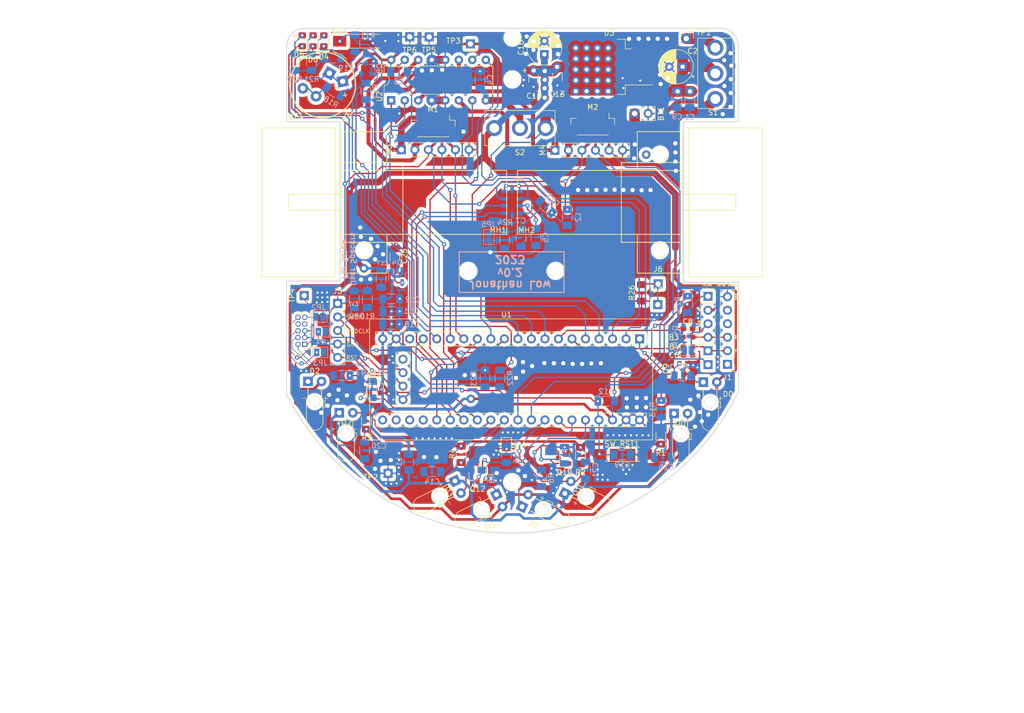
<source format=kicad_pcb>
(kicad_pcb (version 20221018) (generator pcbnew)
  (layers (0 "F.Cu" signal) (31 "B.Cu" signal) (34 "B.Paste" user) (35 "F.Paste" user) (36 "B.SilkS" user "B.Silkscreen") (37 "F.SilkS" user "F.Silkscreen") (38 "B.Mask" user) (39 "F.Mask" user) (44 "Edge.Cuts" user))
  (net 0 "")
  (net 1 "Net-(D0-Pad1)")
  (net 2 "Net-(D1-Pad1)")
  (net 3 "Net-(D2-Pad1)")
  (net 4 "Net-(D3-Pad1)")
  (net 5 "Net-(D4-Pad2)")
  (net 6 "Net-(D5-Pad2)")
  (net 7 "Net-(D6-Pad2)")
  (net 8 "Net-(J1-Pad1)")
  (net 9 "Net-(BZ1-Pad2)")
  (net 10 "Net-(BT1-Pad1)")
  (net 11 "GND")
  (net 12 "+5V")
  (net 13 "VCC")
  (net 14 "Net-(C6-Pad1)")
  (net 15 "Net-(C8-Pad1)")
  (net 16 "USART1_RX")
  (net 17 "USART1_TX")
  (net 18 "+3V3")
  (net 19 "SWDIO")
  (net 20 "SWDCLK")
  (net 21 "Net-(J4-Pad6)")
  (net 22 "Net-(J4-Pad7)")
  (net 23 "Net-(J4-Pad8)")
  (net 24 "Net-(J4-Pad9)")
  (net 25 "Net-(J4-Pad10)")
  (net 26 "RST")
  (net 27 "SWO")
  (net 28 "M2_ENC_B")
  (net 29 "M2_ENC_A")
  (net 30 "M2_OUT_2")
  (net 31 "M2_OUT_1")
  (net 32 "M1_OUT_1")
  (net 33 "M1_OUT_2")
  (net 34 "M1_ENC_A")
  (net 35 "M1_ENC_B")
  (net 36 "RECEIV_4")
  (net 37 "RECEIV_3")
  (net 38 "RECEIV_2")
  (net 39 "RECEIV_1")
  (net 40 "EMIT_1")
  (net 41 "EMIT_2")
  (net 42 "EMIT_3")
  (net 43 "EMIT_4")
  (net 44 "BUZZER")
  (net 45 "Net-(Q8-Pad3)")
  (net 46 "BUTTON")
  (net 47 "LED_RED")
  (net 48 "LED_GREEN")
  (net 49 "LED_BLUE")
  (net 50 "V_METER")
  (net 51 "Net-(S1-Pad3)")
  (net 52 "M1_FWD")
  (net 53 "M1_BACK")
  (net 54 "M2_FWD")
  (net 55 "M2_BACK")
  (net 56 "M1_SPD")
  (net 57 "Net-(U1-Pad24)")
  (net 58 "M2_SPD")
  (net 59 "Net-(U1-Pad23)")
  (net 60 "Net-(U1-Pad22)")
  (net 61 "Net-(U1-Pad21)")
  (net 62 "V_MOTOR")
  (net 63 "AGND")
  (net 64 "+3.3VA")
  (net 65 "Net-(U1-Pad18)")
  (net 66 "Net-(Q10-Pad3)")
  (net 67 "Net-(Q11-Pad3)")
  (net 68 "Net-(Q12-Pad3)")
  (net 69 "3V3_BYP")
  (net 70 "Net-(J1-Pad4)")
  (net 71 "Net-(J1-Pad5)")
  (net 72 "Net-(Q9-Pad3)")
  (net 73 "Net-(C5-Pad2)")
  (net 74 "Net-(C5-Pad1)")
  (net 75 "Net-(GYRO1-Pad5)")
  (net 76 "GYRO_OUTZ")
  (net 77 "GYRO_VREF")
  (net 78 "Net-(GYRO1-Pad10)")
  (net 79 "AGND2")
  (net 80 "Net-(C22-Pad1)")
  (net 81 "Net-(J3-Pad1)")
  (net 82 "Net-(J6-Pad1)")
  (net 83 "Net-(J8-Pad3)")
  (footprint "Connector_PinSocket_2.54mm:PinSocket_1x02_P2.54mm_Vertical" (layer "F.Cu") (at 183.0324 70.6628 90)
    (fp_text reference "BT1")
    (fp_text value "Battery_Cell")
  )
  (footprint "MountingHole:MountingHole_2.2mm_M2" (layer "F.Cu") (at 160.02 147.828)
    (fp_text reference "SK4" hide)
    (fp_text value "M2")
  )
  (footprint "MountingHole:MountingHole_2.2mm_M2" (layer "F.Cu") (at 160.02 139.954)
    (fp_text reference "SK2" hide)
    (fp_text value "M2")
  )
  (footprint "Capacitor_THT:CP_Radial_D6.3mm_P2.50mm" (layer "F.Cu") (at 192.0494 61.8744 180)
    (fp_text reference "C2")
    (fp_text value "100uF")
  )
  (footprint "Capacitor_SMD:C_0603_1608Metric_Pad1.08x0.95mm_HandSolder" (layer "F.Cu") (at 193.0908 116.078 180)
    (fp_text reference "C6")
    (fp_text value "22pF")
  )
  (footprint "Resistor_SMD:R_0603_1608Metric_Pad0.98x0.95mm_HandSolder" (layer "F.Cu") (at 193.0654 112.6998)
    (fp_text reference "FB3")
    (fp_text value "HZ0603C601R-10")
  )
  (footprint "Resistor_SMD:R_0603_1608Metric_Pad0.98x0.95mm_HandSolder" (layer "F.Cu") (at 193.0908 114.5032 180)
    (fp_text reference "FB4")
    (fp_text value "HZ0603C601R-10")
  )
  (footprint "Connector_PinHeader_2.54mm:PinHeader_1x05_P2.54mm_Vertical" (layer "F.Cu") (at 127.254 106.3752)
    (fp_text reference "J5")
    (fp_text value "SWD Header")
  )
  (footprint "Resistor_SMD:R_1206_3216Metric_Pad1.30x1.75mm_HandSolder" (layer "F.Cu") (at 187.96 131.2672 90)
    (fp_text reference "R1")
    (fp_text value "1.8k")
  )
  (footprint "Resistor_SMD:R_1206_3216Metric_Pad1.30x1.75mm_HandSolder" (layer "F.Cu") (at 132.6642 128.4478 90)
    (fp_text reference "R3")
    (fp_text value "1.8k")
  )
  (footprint "Connector_PinHeader_2.54mm:PinHeader_1x01_P2.54mm_Vertical" (layer "F.Cu") (at 192.7352 56.5658 -90)
    (fp_text reference "TP1")
    (fp_text value "V_EXT_TP")
  )
  (footprint "Package_DIP:DIP-16_W7.62mm" (layer "F.Cu") (at 137.3124 68.199 90)
    (fp_text reference "U2")
    (fp_text value "L293D")
  )
  (footprint "custom:Motor_mouse" (layer "F.Cu") (at 161.036 87.376 180)
    (fp_text reference "MH2")
    (fp_text value "M2_MH")
  )
  (footprint "custom:Motor_mouse" (layer "F.Cu") (at 159.004 87.376)
    (fp_text reference "MH1")
    (fp_text value "M1_MH")
  )
  (footprint "MountingHole:MountingHole_2.2mm_M2" (layer "F.Cu") (at 160.0962 56.4134)
    (fp_text reference "SK3" hide)
    (fp_text value "M2")
  )
  (footprint "Buzzer_Beeper:Buzzer_TDK_PS1240P02BT_D12.2mm_H6.5mm" (layer "F.Cu") (at 125.7046 63.0936 -120)
    (fp_text reference "BZ2")
    (fp_text value "Buzzer")
  )
  (footprint "LED_SMD:LED_0805_2012Metric_Pad1.15x1.40mm_HandSolder" (layer "F.Cu") (at 122.6312 56.9976 90)
    (fp_text reference "D6")
    (fp_text value "LED")
  )
  (footprint "LED_SMD:LED_0805_2012Metric_Pad1.15x1.40mm_HandSolder" (layer "F.Cu") (at 120.5992 56.9976 90)
    (fp_text reference "D5")
    (fp_text value "LED")
  )
  (footprint "LED_SMD:LED_0805_2012Metric_Pad1.15x1.40mm_HandSolder" (layer "F.Cu") (at 124.6632 56.9976 90)
    (fp_text reference "D4")
    (fp_text value "LED")
  )
  (footprint "Buzzer_Beeper:Buzzer_12x9.5RM7.6" (layer "F.Cu") (at 128.1938 64.6176 -170)
    (fp_text reference "BZ1")
    (fp_text value "Buzzer")
  )
  (footprint "custom:1103M2S4CQE2" (layer "F.Cu") (at 195.6562 63.119 -90)
    (fp_text reference "S1")
    (fp_text value "EG1218")
  )
  (footprint "custom:1103M2S4CQE2" (layer "F.Cu") (at 161.4932 75.946)
    (fp_text reference "S2")
    (fp_text value "EG1218")
  )
  (footprint "custom:Emitter" (layer "F.Cu") (at 195.9356 121.158)
    (fp_text reference "D0")
    (fp_text value "SFH4545")
  )
  (footprint "custom:Emitter" (layer "F.Cu") (at 121.6787 121.031)
    (fp_text reference "D2")
    (fp_text value "SFH4545")
  )
  (footprint "custom:Emitter" (layer "F.Cu") (at 157.083258 142.303667 -63.5)
    (fp_text reference "D3")
    (fp_text value "SFH4545")
  )
  (footprint "custom:Emitter" (layer "F.Cu") (at 190.4492 127.0508)
    (fp_text reference "Q0")
    (fp_text value "Q_Photo_NPN")
  )
  (footprint "custom:Emitter" (layer "F.Cu") (at 169.926 142.0876 63.5)
    (fp_text reference "Q1")
    (fp_text value "Q_Photo_NPN")
  )
  (footprint "custom:Emitter" (layer "F.Cu") (at 127.5588 126.9238)
    (fp_text reference "Q2")
    (fp_text value "Q_Photo_NPN")
  )
  (footprint "custom:Emitter" (layer "F.Cu") (at 149.285458 139.738267 -63.5)
    (fp_text reference "Q3")
    (fp_text value "Q_Photo_NPN")
  )
  (footprint "Capacitor_SMD:C_1206_3216Metric_Pad1.33x1.80mm_HandSolder" (layer "F.Cu") (at 164.084 64.135 -90)
    (fp_text reference "C10")
    (fp_text value "10uF(Tantalum)")
  )
  (footprint "Capacitor_SMD:C_0603_1608Metric_Pad1.08x0.95mm_HandSolder" (layer "F.Cu") (at 193.0654 111.0996 180)
    (fp_text reference "C8")
    (fp_text value "22pF")
  )
  (footprint "Capacitor_THT:CP_Radial_D6.3mm_P2.50mm" (layer "F.Cu") (at 166.0906 59.5376 90)
    (fp_text reference "C16")
    (fp_text value "100uF")
  )
  (footprint "Connector_JST:JST_SH_BM06B-SRSS-TB_1x06-1MP_P1.00mm_Vertical" (layer "F.Cu") (at 145.2118 73.025 180)
    (fp_text reference "M1")
    (fp_text value "M1_Conn")
  )
  (footprint "MountingHole:MountingHole_2.2mm_M2" (layer "F.Cu") (at 160.0835 64.262)
    (fp_text reference "SK1" hide)
    (fp_text value "M2")
  )
  (footprint "Capacitor_SMD:C_1206_3216Metric_Pad1.33x1.80mm_HandSolder" (layer "F.Cu") (at 168.529 63.8048 -90)
    (fp_text reference "C13")
    (fp_text value "0.1uF")
  )
  (footprint "Connector_PinHeader_2.54mm:PinHeader_1x06_P2.54mm_Vertical" (layer "F.Cu") (at 139.2174 77.47 90)
    (fp_text reference "M3")
    (fp_text value "M1_Conn_Alt")
  )
  (footprint "Connector_PinHeader_2.54mm:PinHeader_1x06_P2.54mm_Vertical" (layer "F.Cu") (at 168.0718 77.5716 90)
    (fp_text reference "M4")
    (fp_text value "M2_Conn_Alt")
  )
  (footprint "Connector_PinHeader_2.54mm:PinHeader_1x01_P2.54mm_Vertical" (layer "F.Cu") (at 152.1968 57.5818)
    (fp_text reference "TP3")
    (fp_text value "TP_5V")
  )
  (footprint "Button_Switch_SMD:SW_SPST_REED_CT05-XXXX-G1" (layer "F.Cu") (at 180.7718 134.747)
    (fp_text reference "SW_RST1")
    (fp_text value "SW")
  )
  (footprint "Connector_JST:JST_SH_BM06B-SRSS-TB_1x06-1MP_P1.00mm_Vertical" (layer "F.Cu") (at 175.1584 72.6948 180)
    (fp_text reference "M2")
    (fp_text value "M2_Conn")
  )
  (footprint "Button_Switch_SMD:SW_SPST_REED_CT05-XXXX-G1" (layer "F.Cu") (at 131.9276 57.0738)
    (fp_text reference "SW1")
    (fp_text value "SW")
  )
  (footprint "Resistor_SMD:R_1206_3216Metric_Pad1.30x1.75mm_HandSolder" (layer "F.Cu") (at 150.4442 134.7216 -90)
    (fp_text reference "R4")
    (fp_text value "1.8k")
  )
  (footprint "Resistor_SMD:R_1206_3216Metric_Pad1.30x1.75mm_HandSolder" (layer "F.Cu") (at 172.8724 134.9756 -90)
    (fp_text reference "R2")
    (fp_text value "1.8k")
  )
  (footprint "MountingHole:MountingHole_2.2mm_M2" (layer "F.Cu") (at 151.7904 100.2538)
    (fp_text reference "BT_MH2" hide)
    (fp_text value "M2")
  )
  (footprint "Jumper:SolderJumper-2_P1.3mm_Bridged_Pad1.0x1.5mm" (layer "F.Cu") (at 158.9278 132.9944 90)
    (fp_text reference "JP4")
    (fp_text value "Jumper_2_Open")
  )
  (footprint "custom:VREG_TO-263-3_TabPin2" (layer "F.Cu") (at 178.3334 61.8998 180)
    (fp_text reference "U3")
    (fp_text value "LM1085-5.0")
  )
  (footprint "MountingHole:MountingHole_2.2mm_M2" (layer "F.Cu") (at 168.1988 100.2538)
    (fp_text reference "BT_MH1" hide)
    (fp_text value "M2")
  )
  (footprint "Package_TO_SOT_SMD:SOT-23" (layer "F.Cu") (at 191.4652 118.6434 90)
    (fp_text reference "Q9")
    (fp_text value "Q_NMOS_GSD")
  )
  (footprint "Package_TO_SOT_SMD:SOT-23" (layer "F.Cu") (at 169.6974 135.4836 180)
    (fp_text reference "Q10")
    (fp_text value "Q_NMOS_GSD")
  )
  (footprint "Package_TO_SOT_SMD:SOT-23" (layer "F.Cu") (at 153.5176 138.8618 -90)
    (fp_text reference "Q12")
    (fp_text value "Q_NMOS_GSD")
  )
  (footprint "Package_TO_SOT_SMD:SOT-23" (layer "F.Cu") (at 134.239 122.2248 90)
    (fp_text reference "Q11")
    (fp_text value "Q_NMOS_GSD")
  )
  (footprint "Connector_PinHeader_1.27mm:PinHeader_2x05_P1.27mm_Vertical" (layer "F.Cu") (at 121.0818 114.046 180)
    (fp_text reference "J4")
    (fp_text value "Conn_ARM_JTAG_SWD_10")
  )
  (footprint "Capacitor_SMD:C_1206_3216Metric_Pad1.33x1.80mm_HandSolder" (layer "F.Cu") (at 137.9982 97.6376 90)
    (fp_text reference "C25")
    (fp_text value "10nF")
  )
  (footprint "bluepill:YAAJ_BluePill_SWD_2" (layer "F.Cu") (at 183.9722 113.03 -90)
    (fp_text reference "U1")
    (fp_text value "YAAJ_BluePill_SWD_Breakout" hide)
  )
  (footprint "Connector_PinHeader_2.54mm:PinHeader_1x01_P2.54mm_Vertical" (layer "F.Cu") (at 140.7922 56.2356)
    (fp_text reference "TP6")
    (fp_text value "GND_TP")
  )
  (footprint "Connector_PinHeader_2.54mm:PinHeader_1x01_P2.54mm_Vertical" (layer "F.Cu") (at 144.4498 56.261)
    (fp_text reference "TP5")
    (fp_text value "GND_TP")
  )
  (footprint "Connector_PinHeader_2.54mm:PinHeader_1x01_P2.54mm_Vertical" (layer "F.Cu") (at 136.7282 138.303 180)
    (fp_text reference "TP2")
    (fp_text value "GND_TP")
  )
  (footprint "Connector_PinHeader_2.54mm:PinHeader_1x01_P2.54mm_Vertical" (layer "F.Cu") (at 120.9802 104.902 90)
    (fp_text reference "TP4")
    (fp_text value "TP_3V3")
  )
  (footprint "Connector_PinHeader_2.54mm:PinHeader_1x06_P2.54mm_Vertical" (layer "F.Cu") (at 200.4822 117.8052 180)
    (fp_text reference "J1")
    (fp_text value "Serial Debug Header")
  )
  (footprint "custom:Emitter" (layer "F.Cu") (at 161.8996 144.5768 63.5)
    (fp_text reference "D1")
    (fp_text value "SFH4545")
  )
  (footprint "Connector_PinSocket_2.54mm:PinSocket_1x01_P2.54mm_Vertical" (layer "F.Cu") (at 196.8246 117.8814)
    (fp_text reference "J2" hide)
    (fp_text value "Conn_RST")
  )
  (footprint "Connector_PinSocket_2.54mm:PinSocket_1x01_P2.54mm_Vertical" (layer "F.Cu") (at 196.8246 105.029)
    (fp_text reference "J3" hide)
    (fp_text value "BLE_PWR")
  )
  (footprint "Connector_PinSocket_2.54mm:PinSocket_1x01_P2.54mm_Vertical" (layer "F.Cu") (at 187.452 102.6922)
    (fp_text reference "J6")
    (fp_text value "BOOT0")
  )
  (footprint "Connector_PinSocket_2.54mm:PinSocket_1x01_P2.54mm_Vertical" (layer "F.Cu") (at 187.3885 106.5911)
    (fp_text reference "J7")
    (fp_text value "BOOT0")
  )
  (footprint "Resistor_SMD:R_1206_3216Metric_Pad1.30x1.75mm_HandSolder" (layer "F.Cu") (at 184.3532 104.3686 90)
    (fp_text reference "R26")
    (fp_text value "47k")
  )
  (footprint "Connector_PinSocket_2.54mm:PinSocket_1x04_P2.54mm_Vertical" (layer "F.Cu") (at 196.8246 115.2652 180)
    (fp_text reference "J8" hide)
    (fp_text value "Conn_01x04_Female")
  )
  (footprint "Capacitor_SMD:C_1206_3216Metric_Pad1.33x1.80mm_HandSolder" (layer "B.Cu") (at 138.7856 62.8396)
    (fp_text reference "C3")
    (fp_text value "0.1uF")
  )
  (footprint "Capacitor_SMD:C_1206_3216Metric_Pad1.33x1.80mm_HandSolder" (layer "B.Cu") (at 154.0002 64.2874 90)
    (fp_text reference "C4")
    (fp_text value "1uF")
  )
  (footprint "Jumper:SolderJumper-2_P1.3mm_Open_Pad1.0x1.5mm" (layer "B.Cu") (at 123.9774 115.57 180)
    (fp_text reference "JP3")
    (fp_text value "JP_RST")
  )
  (footprint "Resistor_SMD:R_1206_3216Metric_Pad1.30x1.75mm_HandSolder" (layer "B.Cu") (at 192.024 120.015 180)
    (fp_text reference "R5")
    (fp_text value "35")
  )
  (footprint "Resistor_SMD:R_1206_3216Metric_Pad1.30x1.75mm_HandSolder" (layer "B.Cu") (at 165.5318 139.2174 90)
    (fp_text reference "R6")
    (fp_text value "35")
  )
  (footprint "Resistor_SMD:R_1206_3216Metric_Pad1.30x1.75mm_HandSolder" (layer "B.Cu") (at 128.016 119.9134)
    (fp_text reference "R7")
    (fp_text value "35")
  )
  (footprint "Resistor_SMD:R_1206_3216Metric_Pad1.30x1.75mm_HandSolder" (layer "B.Cu") (at 154.4066 139.2428 90)
    (fp_text reference "R8")
    (fp_text value "35")
  )
  (footprint "Resistor_SMD:R_1206_3216Metric_Pad1.30x1.75mm_HandSolder" (layer "B.Cu") (at 130.3782 105.5878 90)
    (fp_text reference "R9")
    (fp_text value "100K")
  )
  (footprint "Resistor_SMD:R_1206_3216Metric_Pad1.30x1.75mm_HandSolder" (layer "B.Cu") (at 132.842 105.5624 90)
    (fp_text reference "R10")
    (fp_text value "100K")
  )
  (footprint "Resistor_SMD:R_1206_3216Metric_Pad1.30x1.75mm_HandSolder" (layer "B.Cu") (at 130.5052 57.4548 90)
    (fp_text reference "R11")
    (fp_text value "47K")
  )
  (footprint "Resistor_SMD:R_1206_3216Metric_Pad1.30x1.75mm_HandSolder" (layer "B.Cu") (at 188.0362 126.1618 90)
    (fp_text reference "R13")
    (fp_text value "47k")
  )
  (footprint "Resistor_SMD:R_1206_3216Metric_Pad1.30x1.75mm_HandSolder" (layer "B.Cu") (at 169.8752 134.9502 -90)
    (fp_text reference "R14")
    (fp_text value "47k")
  )
  (footprint "Resistor_SMD:R_1206_3216Metric_Pad1.30x1.75mm_HandSolder" (layer "B.Cu") (at 133.7056 122.555 -90)
    (fp_text reference "R15")
    (fp_text value "47k")
  )
  (footprint "Resistor_SMD:R_1206_3216Metric_Pad1.30x1.75mm_HandSolder" (layer "B.Cu") (at 158.9532 134.7216 -90)
    (fp_text reference "R16")
    (fp_text value "47k")
  )
  (footprint "Resistor_SMD:R_1206_3216Metric_Pad1.30x1.75mm_HandSolder" (layer "B.Cu") (at 132.5626 66.5226 90)
    (fp_text reference "R17")
    (fp_text value "47k")
  )
  (footprint "Resistor_SMD:R_1206_3216Metric_Pad1.30x1.75mm_HandSolder" (layer "B.Cu") (at 126.5428 66.548 150)
    (fp_text reference "R18")
    (fp_text value "R")
  )
  (footprint "Resistor_SMD:R_1206_3216Metric_Pad1.30x1.75mm_HandSolder" (layer "B.Cu") (at 157.734 120.4468 -90)
    (fp_text reference "R22")
    (fp_text value "R")
  )
  (footprint "Resistor_SMD:R_1206_3216Metric_Pad1.30x1.75mm_HandSolder" (layer "B.Cu") (at 154.94 120.4468 90)
    (fp_text reference "R23")
    (fp_text value "R")
  )
  (footprint "Resistor_SMD:R_1206_3216Metric_Pad1.30x1.75mm_HandSolder" (layer "B.Cu") (at 119.2276 61.0362 -90)
    (fp_text reference "R20")
    (fp_text value "R")
  )
  (footprint "Capacitor_SMD:C_1206_3216Metric_Pad1.33x1.80mm_HandSolder" (layer "B.Cu") (at 190.9572 67.9704 -90)
    (fp_text reference "C9")
    (fp_text value "10uF")
  )
  (footprint "Capacitor_SMD:C_1206_3216Metric_Pad1.33x1.80mm_HandSolder" (layer "B.Cu") (at 137.3124 107.8738)
    (fp_text reference "C11")
    (fp_text value "10uF")
  )
  (footprint "Capacitor_SMD:C_1206_3216Metric_Pad1.33x1.80mm_HandSolder" (layer "B.Cu") (at 137.3124 105.5116)
    (fp_text reference "C12")
    (fp_text value "0.1uF")
  )
  (footprint "Capacitor_SMD:C_1206_3216Metric_Pad1.33x1.80mm_HandSolder" (layer "B.Cu") (at 135.4074 101.7401 -90)
    (fp_text reference "C17")
    (fp_text value "1uF")
  )
  (footprint "Capacitor_SMD:C_1206_3216Metric_Pad1.33x1.80mm_HandSolder" (layer "B.Cu") (at 137.287 110.2868)
    (fp_text reference "C18")
    (fp_text value "1uF")
  )
  (footprint "Resistor_SMD:R_1206_3216Metric_Pad1.30x1.75mm_HandSolder" (layer "B.Cu") (at 177.6984 124.7394 180)
    (fp_text reference "R12")
    (fp_text value "47K")
  )
  (footprint "Capacitor_SMD:C_1206_3216Metric_Pad1.33x1.80mm_HandSolder" (layer "B.Cu") (at 193.3956 67.9704 90)
    (fp_text reference "C1")
    (fp_text value "0.1uF")
  )
  (footprint "Inductor_SMD:L_1206_3216Metric_Pad1.42x1.75mm_HandSolder" (layer "B.Cu") (at 140.6144 136.1694 -90)
    (fp_text reference "L1")
    (fp_text value "10uH")
  )
  (footprint "Resistor_SMD:R_1206_3216Metric_Pad1.30x1.75mm_HandSolder" (layer "B.Cu") (at 126.2634 60.2234 180)
    (fp_text reference "R19")
    (fp_text value "R")
  )
  (footprint "Jumper:SolderJumper-2_P1.3mm_Open_Pad1.0x1.5mm" (layer "B.Cu") (at 124.2822 111.6838)
    (fp_text reference "JP1")
    (fp_text value "JP_SWO")
  )
  (footprint "Package_TO_SOT_SMD:SOT-23-5" (layer "B.Cu") (at 138.4046 101.2952 -90)
    (fp_text reference "U4")
    (fp_text value "APE8865Y5-33-HF-3")
  )
  (footprint "Capacitor_SMD:C_1206_3216Metric_Pad1.33x1.80mm_HandSolder" (layer "B.Cu") (at 144.9955 137.9982)
    (fp_text reference "C14")
    (fp_text value "1uF")
  )
  (footprint "Capacitor_SMD:C_1206_3216Metric_Pad1.33x1.80mm_HandSolder" (layer "B.Cu") (at 188.341 135.3058 180)
    (fp_text reference "C15")
    (fp_text value "1uF")
  )
  (footprint "Capacitor_SMD:C_1206_3216Metric_Pad1.33x1.80mm_HandSolder" (layer "B.Cu") (at 132.3086 134.0104 90)
    (fp_text reference "C20")
    (fp_text value "1uF")
  )
  (footprint "Capacitor_SMD:C_1206_3216Metric_Pad1.33x1.80mm_HandSolder" (layer "B.Cu") (at 173.8376 137.7188 90)
    (fp_text reference "C21")
    (fp_text value "1uF")
  )
  (footprint "Resistor_SMD:R_1206_3216Metric_Pad1.30x1.75mm_HandSolder" (layer "B.Cu") (at 122.3518 61.061 -90)
    (fp_text reference "R21")
    (fp_text value "R")
  )
  (footprint "Capacitor_SMD:C_1206_3216Metric_Pad1.33x1.80mm_HandSolder" (layer "B.Cu") (at 180.721 134.8232)
    (fp_text reference "C19")
    (fp_text value "0.1uF")
  )
  (footprint "Jumper:SolderJumper-2_P1.3mm_Open_Pad1.0x1.5mm" (layer "B.Cu") (at 123.825 108.8898 180)
    (fp_text reference "JP2")
    (fp_text value "JP_GND")
  )
  (footprint "Package_TO_SOT_SMD:SOT-23" (layer "B.Cu") (at 132.6388 62.2046 90)
    (fp_text reference "Q8")
    (fp_text value "Q_NMOS_SGD")
  )
  (footprint "Capacitor_SMD:C_1206_3216Metric_Pad1.33x1.80mm_HandSolder" (layer "B.Cu") (at 161.6964 94.0562 90)
    (fp_text reference "C7")
    (fp_text value "10nF")
  )
  (footprint "Capacitor_SMD:C_1206_3216Metric_Pad1.33x1.80mm_HandSolder" (layer "B.Cu") (at 166.3831 88.2142 135)
    (fp_text reference "C22")
    (fp_text value "0.1uF")
  )
  (footprint "custom_foot:LGA10" (layer "B.Cu") (at 160.02 87.3506 180)
    (fp_text reference "GYRO1")
    (fp_text value "LY3200")
  )
  (footprint "Jumper:SolderJumper-2_P1.3mm_Bridged_Pad1.0x1.5mm" (layer "B.Cu") (at 155.6512 93.8784 90)
    (fp_text reference "JP5")
    (fp_text value "Jumper_2_Open")
  )
  (footprint "Capacitor_SMD:C_1206_3216Metric_Pad1.33x1.80mm_HandSolder" (layer "B.Cu") (at 164.5031 93.8911 -90)
    (fp_text reference "C5")
    (fp_text value "470nF")
  )
  (footprint "Resistor_SMD:R_1206_3216Metric_Pad1.30x1.75mm_HandSolder" (layer "B.Cu") (at 158.623 94.4626 90)
    (fp_text reference "R24")
    (fp_text value "10K")
  )
  (footprint "Package_TO_SOT_SMD:SOT-23" (layer "B.Cu") (at 193.1924 111.4806 -90)
    (fp_text reference "Q4")
    (fp_text value "Q_NMOS_GSD")
  )
  (footprint "Resistor_SMD:R_1206_3216Metric_Pad1.30x1.75mm_HandSolder" (layer "B.Cu") (at 192.9892 106.5276 -90)
    (fp_text reference "R25")
    (fp_text value "47k")
  )
  (footprint "Jumper:SolderJumper-2_P1.3mm_Open_Pad1.0x1.5mm" (layer "B.Cu") (at 193.0146 115.189 180)
    (fp_text reference "JP6")
    (fp_text value "Jumper_2_Open")
  )
  (footprint "Inductor_SMD:L_1206_3216Metric_Pad1.42x1.75mm_HandSolder" (layer "B.Cu") (at 170.3959 90.2081 -90)
    (fp_text reference "L2")
    (fp_text value "10uH")
  )
  (gr_line (start 150.0886 96.6724) (end 169.80916 96.6597) (stroke (width 0.2)) (layer "B.SilkS"))
  (gr_line (start 169.7736 104.2924) (end 150.07336 104.2924) (stroke (width 0.2)) (layer "B.SilkS"))
  (gr_line (start 150.0886 104.2924) (end 150.0886 96.6724) (stroke (width 0.2)) (layer "B.SilkS"))
  (gr_line (start 169.7736 96.82734) (end 169.7736 104.2924) (stroke (width 0.2)) (layer "B.SilkS"))
  (gr_line (start 127.7112 102.1588) (end 127.7112 72.2122) (stroke (width 0.15)) (layer "Edge.Cuts"))
  (gr_line (start 120.97258 54.65318) (end 199.15632 54.64556) (stroke (width 0.15)) (layer "Edge.Cuts"))
  (gr_line (start 192.2272 72.2122) (end 192.2272 102.4128) (stroke (width 0.15)) (layer "Edge.Cuts"))
  (gr_arc (start 202.570805 122.880473) (mid 160.302032 149.531511) (end 117.66296 123.47702) (stroke (width 0.15)) (layer "Edge.Cuts"))
  (gr_line (start 117.6528 102.1588) (end 127.7112 102.1588) (stroke (width 0.15)) (layer "Edge.Cuts"))
  (gr_line (start 202.56246 102.4128) (end 192.2272 102.4128) (stroke (width 0.15)) (layer "Edge.Cuts"))
  (gr_line (start 192.2272 72.2122) (end 202.5142 72.2122) (stroke (width 0.15)) (layer "Edge.Cuts"))
  (gr_line (start 117.6782 72.2122) (end 127.7112 72.2122) (stroke (width 0.15)) (layer "Edge.Cuts"))
  (gr_line (start 202.5142 72.2122) (end 202.52182 57.98058) (stroke (width 0.15)) (layer "Edge.Cuts"))
  (gr_line (start 117.6782 72.2122) (end 117.66804 58.03646) (stroke (width 0.15)) (layer "Edge.Cuts"))
  (gr_arc (start 117.667417 58.036462) (mid 118.627124 55.667945) (end 120.97258 54.65318) (stroke (width 0.15)) (layer "Edge.Cuts"))
  (gr_arc (start 199.156316 54.647889) (mid 201.523048 55.62352) (end 202.52182 57.98058) (stroke (width 0.15)) (layer "Edge.Cuts"))
  (gr_line (start 202.570805 122.880473) (end 202.56246 102.4128) (stroke (width 0.15)) (layer "Edge.Cuts"))
  (gr_line (start 117.66296 123.47702) (end 117.6528 102.1588) (stroke (width 0.15)) (layer "Edge.Cuts"))
  (gr_text "User Spacers\nFor Screw" (at 129.413 98.0059 -90) (layer "B.SilkS") (effects (font (size 1 1) (thickness 0.2)) (justify mirror)))
  (gr_text "Jonathan Low\nv0.2\n2023" (at 159.6136 100.4824 180) (layer "B.SilkS") (effects (font (size 1.5 1.5) (thickness 0.3)) (justify mirror)))
  (gr_text "+" (at 125.0315 124.1425) (layer "F.SilkS") (effects (font (size 1 1) (thickness 0.1))))
  (gr_text "-" (at 120.9675 124.1425) (layer "F.SilkS") (effects (font (size 1 1) (thickness 0.1))))
  (gr_text "+" (at 146.685 140.335 296.5) (layer "F.SilkS") (effects (font (size 1 1) (thickness 0.1))))
  (gr_text "-" (at 148.336 143.8275 296.5) (layer "F.SilkS") (effects (font (size 1 1) (thickness 0.1))))
  (gr_text "+" (at 165.608 142.9385 63.5) (layer "F.SilkS") (effects (font (size 1 1) (thickness 0.1))))
  (gr_text "-" (at 173.5455 140.3985 63.5) (layer "F.SilkS") (effects (font (size 1 1) (thickness 0.1))))
  (gr_text "-" (at 164.0205 146.3675 63.5) (layer "F.SilkS") (effects (font (size 1 1) (thickness 0.1))))
  (gr_text "+" (at 171.831 143.891 63.5) (layer "F.SilkS") (effects (font (size 1 1) (thickness 0.1))))
  (gr_text "-" (at 154.1145 143.002 296.5) (layer "F.SilkS") (effects (font (size 1 1) (thickness 0.1))))
  (gr_text "+" (at 156.083 146.431 296.5) (layer "F.SilkS") (effects (font (size 1 1) (thickness 0.1))))
  (gr_text "+" (at 199.136 124.1425) (layer "F.SilkS") (effects (font (size 1 1) (thickness 0.1))))
  (gr_text "-" (at 195.1355 124.1425) (layer "F.SilkS") (effects (font (size 1 1) (thickness 0.1))))
  (gr_text "+" (at 189.738 129.921) (layer "F.SilkS") (effects (font (size 1 1) (thickness 0.1))))
  (gr_text "-" (at 130.4925 129.921) (layer "F.SilkS") (effects (font (size 1 1) (thickness 0.1))))
  (gr_text "+" (at 126.365 129.921) (layer "F.SilkS") (effects (font (size 1 1) (thickness 0.1))))
  (gr_text "-" (at 193.675 129.9845) (layer "F.SilkS") (effects (font (size 1 1) (thickness 0.1))))
  (gr_text "s" (at 135.2296 124.1552) (layer "F.SilkS") (effects (font (size 0.75 0.75) (thickness 0.1))))
  (gr_text "g" (at 133.223 124.1806) (layer "F.SilkS") (effects (font (size 0.75 0.75) (thickness 0.1))))
  (gr_text "d" (at 135.2042 120.904) (layer "F.SilkS") (effects (font (size 0.75 0.75) (thickness 0.1))))
  (gr_text "3V3" (at 130.1242 106.4514) (layer "F.SilkS") (effects (font (size 0.75 0.75) (thickness 0.1))))
  (gr_text "SWDIO" (at 130.6068 108.966) (layer "F.SilkS") (effects (font (size 0.75 0.75) (thickness 0.1))))
  (gr_text "GND" (at 130.0734 114.0968) (layer "F.SilkS") (effects (font (size 0.75 0.75) (thickness 0.1))))
  (gr_text "SWDCLK" (at 131.0386 111.5822) (layer "F.SilkS") (effects (font (size 0.75 0.75) (thickness 0.1))))
  (gr_text "RST" (at 129.8956 116.5352) (layer "F.SilkS") (effects (font (size 0.75 0.75) (thickness 0.1))))
  (gr_text "+" (at 119.1006 56.007) (layer "F.SilkS") (effects (font (size 1 1))))
  (gr_text "5V" (at 195.2244 107.4928 90) (layer "F.SilkS") (effects (font (size 0.4 0.4) (thickness 0.1))))
  (gr_text "GND" (at 195.1482 110.1598 90) (layer "F.SilkS") (effects (font (size 0.4 0.4) (thickness 0.1))))
  (gr_text "RX" (at 195.1228 112.6998 90) (layer "F.SilkS") (effects (font (size 0.4 0.4) (thickness 0.1))))
  (gr_text "TX" (at 195.0974 114.5794 90) (layer "F.SilkS") (effects (font (size 0.4 0.4) (thickness 0.1))))
  (gr_text "HC05" (at 196.6976 102.8954) (layer "F.SilkS") (effects (font (size 0.4 0.4) (thickness 0.1))))
  (gr_text "Serial Debug" (at 200.406 102.8954) (layer "F.SilkS") (effects (font (size 0.4 0.4) (thickness 0.1))))
  (gr_text "RX" (at 202.0316 112.6744 90) (layer "F.SilkS") (effects (font (size 0.4 0.4) (thickness 0.1))))
  (gr_text "TX" (at 202.0824 115.2398 90) (layer "F.SilkS") (effects (font (size 0.4 0.4) (thickness 0.1))))
  (gr_text "GND" (at 202.0824 105.0798 90) (layer "F.SilkS") (effects (font (size 0.4 0.4) (thickness 0.1))))
  (gr_text "+" (at 162.4076 62.5094) (layer "F.SilkS") (effects (font (size 1 1))))
  (via (at 185.2168 78.3844) (size 1.6) (drill 0.8) (layers "F.Cu" "B.Cu") (net 0))
  (segment (start 195.9356 121.158) (end 194.717 121.158) (width 0.25) (layer "B.Cu") (net 1))
  (segment (start 194.717 121.158) (end 193.574 120.015) (width 0.25) (layer "B.Cu") (net 1))
  (segment (start 162.0514 140.7674) (end 165.5318 140.7674) (width 0.25) (layer "B.Cu") (net 2))
  (segment (start 161.8996 144.5768) (end 161.29 143.9672) (width 0.25) (layer "B.Cu") (net 2))
  (segment (start 161.29 143.9672) (end 161.29 141.5288) (width 0.25) (layer "B.Cu") (net 2))
  (segment (start 161.29 141.5288) (end 162.0514 140.7674) (width 0.25) (layer "B.Cu") (net 2))
  (segment (start 121.7168 121.031) (end 123.1646 119.5832) (width 0.25) (layer "B.Cu") (net 3))
  (segment (start 123.1646 119.5832) (end 126.1358 119.5832) (width 0.25) (layer "B.Cu") (net 3))
  (segment (start 121.6787 121.031) (end 121.7168 121.031) (width 0.25) (layer "B.Cu") (net 3))
  (segment (start 126.1358 119.5832) (end 126.466 119.9134) (width 0.25) (layer "B.Cu") (net 3))
  (segment (start 121.6787 121.031) (end 121.8184 121.031) (width 0.25) (layer "B.Cu") (net 3))
  (segment (start 157.083258 142.303667) (end 157.083258 141.563858) (width 0.25) (layer "B.Cu") (net 4))
  (segment (start 157.083258 141.563858) (end 156.3122 140.7928) (width 0.25) (layer "B.Cu") (net 4))
  (segment (start 156.3122 140.7928) (end 154.4066 140.7928) (width 0.25) (layer "B.Cu") (net 4))
  (via (at 124.6632 55.9726) (size 0.8) (drill 0.4) (layers "F.Cu" "B.Cu") (net 5))
  (segment (start 124.1044 58.6994) (end 123.6218 58.2168) (width 0.25) (layer "B.Cu") (net 5))
  (segment (start 126.2888 58.6994) (end 124.1044 58.6994) (width 0.25) (layer "B.Cu") (net 5))
  (segment (start 127.8134 60.2234) (end 127.8128 60.2234) (width 0.25) (layer "B.Cu") (net 5))
  (segment (start 123.6218 58.2168) (end 123.6218 57.014) (width 0.25) (layer "B.Cu") (net 5))
  (segment (start 123.6218 57.014) (end 124.6632 55.9726) (width 0.25) (layer "B.Cu") (net 5))
  (segment (start 127.8128 60.2234) (end 126.2888 58.6994) (width 0.25) (layer "B.Cu") (net 5))
  (via (at 120.5992 55.9726) (size 0.8) (drill 0.4) (layers "F.Cu" "B.Cu") (net 6))
  (segment (start 119.2276 59.4862) (end 119.2276 57.3442) (width 0.25) (layer "B.Cu") (net 6))
  (segment (start 119.2276 57.3442) (end 120.5992 55.9726) (width 0.25) (layer "B.Cu") (net 6))
  (via (at 122.6312 55.9726) (size 0.8) (drill 0.4) (layers "F.Cu" "B.Cu") (net 7))
  (segment (start 122.3518 59.511) (end 122.3518 59.2074) (width 0.25) (layer "B.Cu") (net 7))
  (segment (start 122.3518 59.2074) (end 121.6406 58.4962) (width 0.25) (layer "B.Cu") (net 7))
  (segment (start 121.6406 56.9632) (end 122.6312 55.9726) (width 0.25) (layer "B.Cu") (net 7))
  (segment (start 121.6406 58.4962) (end 121.6406 56.9632) (width 0.25) (layer "B.Cu") (net 7))
  (segment (start 121.718199 65.937326) (end 120.709261 65.937326) (width 0.25) (layer "B.Cu") (net 9))
  (segment (start 123.2046 67.423727) (end 124.855327 65.773) (width 0.25) (layer "B.Cu") (net 9))
  (segment (start 123.2046 67.423727) (end 121.718199 65.937326) (width 0.25) (layer "B.Cu") (net 9))
  (segment (start 124.855327 65.773) (end 125.200461 65.773) (width 0.25) (layer "B.Cu") (net 9))
  (segment (start 183.0324 73.5128) (end 183.5606 74.041) (width 2) (layer "F.Cu") (net 10))
  (segment (start 190.5 72.5932) (end 190.5 71.7804) (width 2) (layer "F.Cu") (net 10))
  (segment (start 191.8462 70.4342) (end 195.707 70.4342) (width 2) (layer "F.Cu") (net 10))
  (segment (start 195.707 70.4342) (end 198.1962 67.945) (width 2) (layer "F.Cu") (net 10))
  (segment (start 190.5 71.7804) (end 191.8462 70.4342) (width 2) (layer "F.Cu") (net 10))
  (segment (start 189.0522 74.041) (end 190.5 72.5932) (width 2) (layer "F.Cu") (net 10))
  (segment (start 183.0324 70.6628) (end 183.0324 73.5128) (width 2) (layer "F.Cu") (net 10))
  (segment (start 183.5606 74.041) (end 189.0522 74.041) (width 2) (layer "F.Cu") (net 10))
  (segment (start 147.4724 68.199) (end 144.9324 68.199) (width 1.5) (layer "F.Cu") (net 11))
  (segment (start 147.4724 60.579) (end 144.9324 60.579) (width 1.5) (layer "F.Cu") (net 11))
  (segment (start 170.6974 134.2224) (end 169.8752 133.4002) (width 0.5) (layer "F.Cu") (net 11))
  (segment (start 170.6974 134.5336) (end 170.6974 134.2224) (width 0.5) (layer "F.Cu") (net 11))
  (via (at 167.7543 142.0368) (size 0.8) (drill 0.4) (layers "F.Cu" "B.Cu") (net 11))
  (via (at 181.5465 124.2187) (size 1.6) (drill 0.8) (layers "F.Cu" "B.Cu") (net 11))
  (via (at 133.9977 60.8457) (size 0.8) (drill 0.4) (layers "F.Cu" "B.Cu") (net 11))
  (via (at 199.5932 70.7898) (size 1.6) (drill 0.8) (layers "F.Cu" "B.Cu") (net 11))
  (via (at 158.2547 130.6195) (size 0.8) (drill 0.4) (layers "F.Cu" "B.Cu") (net 11))
  (via (at 125.3744 125.5776) (size 1.6) (drill 0.8) (layers "F.Cu" "B.Cu") (net 11))
  (via (at 180.1749 131.1656) (size 0.8) (drill 0.4) (layers "F.Cu" "B.Cu") (net 11))
  (via (at 146.8882 62.4332) (size 1.6) (drill 0.8) (layers "F.Cu" "B.Cu") (net 11))
  (via (at 193.1162 117.9576) (size 0.8) (drill 0.4) (layers "F.Cu" "B.Cu") (net 11))
  (via (at 164.0586 65.659) (size 0.8) (drill 0.4) (layers "F.Cu" "B.Cu") (net 11))
  (via (at 160.3248 134.8232) (size 0.8) (drill 0.4) (layers "F.Cu" "B.Cu") (net 11))
  (via (at 190.7794 81.4324) (size 1.6) (drill 0.8) (layers "F.Cu" "B.Cu") (net 11))
  (via (at 169.6466 117.602) (size 1.6) (drill 0.8) (layers "F.Cu" "B.Cu") (net 11))
  (via (at 176.7078 117.602) (size 1.6) (drill 0.8) (layers "F.Cu" "B.Cu") (net 11))
  (via (at 179.07 131.1275) (size 0.8) (drill 0.4) (layers "F.Cu" "B.Cu") (net 11))
  (via (at 143.2306 131.7625) (size 0.8) (drill 0.4) (layers "F.Cu" "B.Cu") (net 11))
  (via (at 183.4388 125.8697) (size 1.6) (drill 0.8) (layers "F.Cu" "B.Cu") (net 11))
  (via (at 162.0774 117.3988) (size 1.6) (drill 0.8) (layers "F.Cu" "B.Cu") (net 11))
  (via (at 184.0992 64.4652) (size 0.8) (drill 0.4) (layers "F.Cu" "B.Cu") (net 11))
  (via (at 193.4972 124.46) (size 1.6) (drill 0.8) (layers "F.Cu" "B.Cu") (net 11))
  (via (at 138.8364 70.6628) (size 0.8) (drill 0.4) (layers "F.Cu" "B.Cu") (net 11))
  (via (at 162.6108 59.4614) (size 1.6) (drill 0.8) (layers "F.Cu" "B.Cu") (net 11))
  (via (at 123.3043 106.1974) (size 0.8) (drill 0.4) (layers "F.Cu" "B.Cu") (net 11))
  (via (at 162.433 138.811) (size 1.6) (drill 0.8) (layers "F.Cu" "B.Cu") (net 11))
  (via (at 162.7632 56.1848) (size 1.6) (drill 0.8) (layers "F.Cu" "B.Cu") (net 11))
  (via (at 121.3612 119.0752) (size 0.8) (drill 0.4) (layers "F.Cu" "B.Cu") (net 11))
  (via (at 138.8364 110.2868) (size 0.8) (drill 0.4) (layers "F.Cu" "B.Cu") (net 11))
  (via (at 133.35 55.7403) (size 0.8) (drill 0.4) (layers "F.Cu" "B.Cu") (net 11))
  (via (at 194.0306 117.983) (size 0.8) (drill 0.4) (layers "F.Cu" "B.Cu") (net 11))
  (via (at 157.1244 138.2522) (size 1.6) (drill 0.8) (layers "F.Cu" "B.Cu") (net 11))
  (via (at 168.402 138.6586) (size 0.8) (drill 0.4) (layers "F.Cu" "B.Cu") (net 11))
  (via (at 182.9562 79.0956) (size 1.6) (drill 0.8) (layers "F.Cu" "B.Cu") (net 11))
  (via (at 168.402 140.9446) (size 0.8) (drill 0.4) (layers "F.Cu" "B.Cu") (net 11))
  (via (at 180.9242 65.8876) (size 0.8) (drill 0.4) (layers "F.Cu" "B.Cu") (net 11))
  (via (at 185.1787 125.8824) (size 1.6) (drill 0.8) (layers "F.Cu" "B.Cu") (net 11))
  (via (at 187.9854 70.3072) (size 1.6) (drill 0.8) (layers "F.Cu" "B.Cu") (net 11))
  (via (at 180.8861 137.6299) (size 0.8) (drill 0.4) (layers "F.Cu" "B.Cu") (net 11))
  (via (at 179.2732 84.9884) (size 1.6) (drill 0.8) (layers "F.Cu" "B.Cu") (net 11))
  (via (at 156.5783 134.7851) (size 0.8) (drill 0.4) (layers "F.Cu" "B.Cu") (net 11))
  (via (at 133.5278 94.2086) (size 1.6) (drill 0.8) (layers "F.Cu" "B.Cu") (net 11))
  (via (at 138.7602 135.7884) (size 0.8) (drill 0.4) (layers "F.Cu" "B.Cu") (net 11))
  (via (at 168.5544 56.134) (size 1.6) (drill 0.8) (layers "F.Cu" "B.Cu") (net 11))
  (via (at 157.0482 134.0358) (size 0.8) (drill 0.4) (layers "F.Cu" "B.Cu") (net 11))
  (via (at 186.7408 109.3343) (size 0.8) (drill 0.4) (layers "F.Cu" "B.Cu") (net 11))
  (via (at 159.0548 141.8336) (size 0.8) (drill 0.4) (layers "F.Cu" "B.Cu") (net 11))
  (via (at 136.3218 140.208) (size 0.8) (drill 0.4) (layers "F.Cu" "B.Cu") (net 11))
  (via (at 133.3627 56.6928) (size 0.8) (drill 0.4) (layers "F.Cu" "B.Cu") (net 11))
  (via (at 187.3758 56.6166) (size 1.6) (drill 0.8) (layers "F.Cu" "B.Cu") (net 11))
  (via (at 167.3098 138.3284) (size 0.8) (drill 0.4) (layers "F.Cu" "B.Cu") (net 11))
  (via (at 125.349 105.1814) (size 0.8) (drill 0.4) (layers "F.Cu" "B.Cu") (net 11))
  (via (at 138.6586 57.0484) (size 0.8) (drill 0.4) (layers "F.Cu" "B.Cu") (net 11))
  (via (at 137.7061 117.5131) (size 0.8) (drill 0.4) (layers "F.Cu" "B.Cu") (net 11))
  (via (at 132.3721 55.7022) (size 0.8) (drill 0.4) (layers "F.Cu" "B.Cu") (net 11))
  (via (at 162.2298 64.3636) (size 0.8) (drill 0.4) (layers "F.Cu" "B.Cu") (net 11))
  (via (at 134.2644 137.4648) (size 1.6) (drill 0.8) (layers "F.Cu" "B.Cu") (net 11))
  (via (at 156.0576 139.2428) (size 0.8) (drill 0.4) (layers "F.Cu" "B.Cu") (net 11))
  (via (at 120.396 119.0498) (size 0.8) (drill 0.4) (layers "F.Cu" "B.Cu") (net 11))
  (via (at 185.6486 131.1656) (size 0.8) (drill 0.4) (layers "F.Cu" "B.Cu") (net 11))
  (via (at 180.9496 85.0392) (size 1.6) (drill 0.8) (layers "F.Cu" "B.Cu") (net 11))
  (via (at 187.6044 61.6204) (size 0.8) (drill 0.4) (layers "F.Cu" "B.Cu") (net 11))
  (via (at 194.3862 129.54) (size 1.6) (drill 0.8) (layers "F.Cu" "B.Cu") (net 11))
  (via (at 190.7032 77.978) (size 1.6) (drill 0.8) (layers "F.Cu" "B.Cu") (net 11))
  (via (at 195.6562 128.4986) (size 1.6) (drill 0.8) (layers "F.Cu" "B.Cu") (net 11))
  (via (at 137.7188 124.46) (size 0.8) (drill 0.4) (layers "F.Cu" "B.Cu") (net 11))
  (via (at 135.3185 135.9535) (size 1.6) (drill 0.8) (layers "F.Cu" "B.Cu") (net 11))
  (via (at 180.3654 136.7536) (size 0.8) (drill 0.4) (layers "F.Cu" "B.Cu") (net 11))
  (via (at 187.9346 65.1256) (size 1.6) (drill 0.8) (layers "F.Cu" "B.Cu") (net 11))
  (via (at 183.0578 76.4794) (size 1.6) (drill 0.8) (layers "F.Cu" "B.Cu") (net 11))
  (via (at 174.1424 85.0646) (size 1.6) (drill 0.8) (layers "F.Cu" "B.Cu") (net 11))
  (via (at 186.2836 108.5342) (size 0.8) (drill 0.4) (layers "F.Cu" "B.Cu") (net 11))
  (via (at 183.8198 56.6166) (size 1.6) (drill 0.8) (layers "F.Cu" "B.Cu") (net 11))
  (via (at 162.0774 65.4304) (size 0.8) (drill 0.4) (layers "F.Cu" "B.Cu") (net 11))
  (via (at 154.9654 118.8974) (size 0.8) (drill 0.4) (layers "F.Cu" "B.Cu") (net 11))
  (via (at 123.4694 104.3432) (size 0.8) (drill 0.4) (layers "F.Cu" "B.Cu") (net 11))
  (via (at 163.7792 118.1354) (size 1.6) (drill 0.8) (layers "F.Cu" "B.Cu") (net 11))
  (via (at 125.476 113.8428) (size 0.8) (drill 0.4) (layers "F.Cu" "B.Cu") (net 11))
  (via (at 198.6915 116.4209) (size 0.8) (drill 0.4) (layers "F.Cu" "B.Cu") (net 11))
  (via (at 199.8726 60.6552) (size 1.6) (drill 0.8) (layers "F.Cu" "B.Cu") (net 11))
  (via (at 124.3838 105.2322) (size 0.8) (drill 0.4) (layers "F.Cu" "B.Cu") (net 11))
  (via (at 172.4152 85.0392) (size 1.6) (drill 0.8) (layers "F.Cu" "B.Cu") (net 11))
  (via (at 171.3992 117.729) (size 1.6) (drill 0.8) (layers "F.Cu" "B.Cu") (net 11))
  (via (at 190.6778 76.2762) (size 1.6) (drill 0.8) (layers "F.Cu" "B.Cu") (net 11))
  (via (at 138.9126 107.8484) (size 0.8) (drill 0.4) (layers "F.Cu" "B.Cu") (net 11))
  (via (at 181.5846 125.9078) (size 1.6) (drill 0.8) (layers "F.Cu" "B.Cu") (net 11))
  (via (at 164.0586 57.1246) (size 1.6) (drill 0.8) (layers "F.Cu" "B.Cu") (net 11))
  (via (at 167.4368 137.3886) (size 0.8) (drill 0.4) (layers "F.Cu" "B.Cu") (net 11))
  (via (at 190.7032 79.6798) (size 1.6) (drill 0.8) (layers "F.Cu" "B.Cu") (net 11))
  (via (at 151.13 119.8626) (size 1.6) (drill 0.8) (layers "F.Cu" "B.Cu") (net 11))
  (via (at 189.738 115.8113) (size 0.8) (drill 0.4) (layers "F.Cu" "B.Cu") (net 11))
  (via (at 199.898 65.4812) (size 1.6) (drill 0.8) (layers "F.Cu" "B.Cu") (net 11))
  (via (at 134.2644 98.0694) (size 1.6) (drill 0.8) (layers "F.Cu" "B.Cu") (net 11))
  (via (at 137.5664 116.3066) (size 0.8) (drill 0.4) (layers "F.Cu" "B.Cu") (net 11))
  (via (at 160.2359 130.6195) (size 0.8) (drill 0.4) (layers "F.Cu" "B.Cu") (net 11))
  (via (at 156.9466 139.6492) (size 0.8) (drill 0.4) (layers "F.Cu" "B.Cu") (net 11))
  (via (at 169.8752 133.4002) (size 0.8) (drill 0.4) (layers "F.Cu" "B.Cu") (net 11))
  (via (at 174.9298 117.6528) (size 1.6) (drill 0.8) (layers "F.Cu" "B.Cu") (net 11))
  (via (at 137.3632 107.8484) (size 0.8) (drill 0.4) (layers "F.Cu" "B.Cu") (net 11))
  (via (at 124.46 113.6777) (size 0.8) (drill 0.4) (layers "F.Cu" "B.Cu") (net 11))
  (via (at 136.8806 123.317) (size 0.8) (drill 0.4) (layers "F.Cu" "B.Cu") (net 11))
  (via (at 182.3593 131.1529) (size 0.8) (drill 0.4) (layers "F.Cu" "B.Cu") (net 11))
  (via (at 131.4958 92.1004) (size 1.6) (drill 0.8) (layers "F.Cu" "B.Cu") (net 11))
  (via (at 134.4422 134.239) (size 1.6) (drill 0.8) (layers "F.Cu" "B.Cu") (net 11))
  (via (at 177.0253 138.5951) (size 0.8) (drill 0.4) (layers "F.Cu" "B.Cu") (net 11))
  (via (at 168.6306 59.4868) (size 1.6) (drill 0.8) (layers "F.Cu" "B.Cu") (net 11))
  (via (at 127.4064 128.9304) (size 0.8) (drill 0.4) (layers "F.Cu" "B.Cu") (net 11))
  (via (at 124.1552 126.8984) (size 1.6) (drill 0.8) (layers "F.Cu" "B.Cu") (net 11))
  (via (at 201.1934 61.6712) (size 1.6) (drill 0.8) (layers "F.Cu" "B.Cu") (net 11))
  (via (at 136.1948 57.023) (size 0.8) (drill 0.4) (layers "F.Cu" "B.Cu") (net 11))
  (via (at 138.6586 55.88) (size 0.8) (drill 0.4) (layers "F.Cu" "B.Cu") (net 11))
  (via (at 143.1036 62.5856) (size 1.6) (drill 0.8) (layers "F.Cu" "B.Cu") (net 11))
  (via (at 155.9433 96.7486) (size 1.6) (drill 0.8) (layers "F.Cu" "B.Cu") (net 11))
  (via (at 161.1884 130.6322) (size 0.8) (drill 0.4) (layers "F.Cu" "B.Cu") (net 11))
  (via (at 194.9069 107.2896) (size 0.8) (drill 0.4) (layers "F.Cu" "B.Cu") (net 11))
  (via (at 145.8087 135.2677) (size 1.6) (drill 0.8) (layers "F.Cu" "B.Cu") (net 11))
  (via (at 185.6232 56.6166) (size 1.6) (drill 0.8) (layers "F.Cu" "B.Cu") (net 11))
  (via (at 184.3532 85.09) (size 1.6) (drill 0.8) (layers "F.Cu" "B.Cu") (net 11))
  (via (at 194.9577 109.1311) (size 0.8) (drill 0.4) (layers "F.Cu" "B.Cu") (net 11))
  (via (at 134.0104 61.7347) (size 0.8) (drill 0.4) (layers "F.Cu" "B.Cu") (net 11))
  (via (at 169.2656 67.0306) (size 0.8) (drill 0.4) (layers "F.Cu" "B.Cu") (net 11))
  (via (at 178.0032 139.5349) (size 0.8) (drill 0.4) (layers "F.Cu" "B.Cu") (net 11))
  (via (at 123.4821 105.2068) (size 0.8) (drill 0.4) (layers "F.Cu" "B.Cu") (net 11))
  (via (at 194.9323 108.2294) (size 0.8) (drill 0.4) (layers "F.Cu" "B.Cu") (net 11))
  (via (at 198.7042 117.348) (size 0.8) (drill 0.4) (layers "F.Cu" "B.Cu") (net 11))
  (via (at 189.3316 63.9826) (size 1.6) (drill 0.8) (layers "F.Cu" "B.Cu") (net 11))
  (via (at 143.4719 135.2423) (size 1.6) (drill 0.8) (layers "F.Cu" "B.Cu") (net 11))
  (via (at 139.1666 139.446) (size 0.8) (drill 0.4) (layers "F.Cu" "B.Cu") (net 11))
  (via (at 144.3482 131.7244) (size 0.8) (drill 0.4) (layers "F.Cu" "B.Cu") (net 11))
  (via (at 144.9324 62.5348) (size 1.6) (drill 0.8) (layers "F.Cu" "B.Cu") (net 11))
  (via (at 162.1409 130.6195) (size 0.8) (drill 0.4) (layers "F.Cu" "B.Cu") (net 11))
  (via (at 127.2032 124.5616) (size 1.6) (drill 0.8) (layers "F.Cu" "B.Cu") (net 11))
  (via (at 127.4318 122.5804) (size 1.6) (drill 0.8) (layers "F.Cu" "B.Cu") (net 11))
  (via (at 157.5054 134.7851) (size 0.8) (drill 0.4) (layers "F.Cu" "B.Cu") (net 11))
  (via (at 125.6538 123.5456) (size 1.6) (drill 0.8) (layers "F.Cu" "B.Cu") (net 11))
  (via (at 138.7602 134.5184) (size 0.8) (drill 0.4) (layers "F.Cu" "B.Cu") (net 11))
  (via (at 164.1094 67.3354) (size 0.8) (drill 0.4) (layers "F.Cu" "B.Cu") (net 11))
  (via (at 181.5084 136.7536) (size 0.8) (drill 0.4) (layers "F.Cu" "B.Cu") (net 11))
  (via (at 187.2107 108.5596) (size 0.8) (drill 0.4) (layers "F.Cu" "B.Cu") (net 11))
  (via (at 124.3203 106.1212) (size 0.8) (drill 0.4) (layers "F.Cu" "B.Cu") (net 11))
  (via (at 138.7094 138.43) (size 0.8) (drill 0.4) (layers "F.Cu" "B.Cu") (net 11))
  (via (at 177.5714 85.0138) (size 1.6) (drill 0.8) (layers "F.Cu" "B.Cu") (net 11))
  (via (at 162.0774 119.1768) (size 1.6) (drill 0.8) (layers "F.Cu" "B.Cu") (net 11))
  (via (at 137.2489 135.8265) (size 1.6) (drill 0.8) (layers "F.Cu" "B.Cu") (net 11))
  (via (at 138.3284 140.1826) (size 0.8) (drill 0.4) (layers "F.Cu" "B.Cu") (net 11))
  (via (at 142.0495 131.7244) (size 0.8) (drill 0.4) (layers "F.Cu" "B.Cu") (net 11))
  (via (at 168.6306 57.8866) (size 1.6) (drill 0.8) (layers "F.Cu" "B.Cu") (net 11))
  (via (at 168.529 65.3796) (size 0.8) (drill 0.4) (layers "F.Cu" "B.Cu") (net 11))
  (via (at 137.3632 110.236) (size 0.8) (drill 0.4) (layers "F.Cu" "B.Cu") (net 11))
  (via (at 168.3766 137.668) (size 0.8) (drill 0.4) (layers "F.Cu" "B.Cu") (net 11))
  (via (at 164.0332 58.7248) (size 1.6) (drill 0.8) (layers "F.Cu" "B.Cu") (net 11))
  (via (at 130.3782 132.08) (size 0.8) (drill 0.4) (layers "F.Cu" "B.Cu") (net 11))
  (via (at 135.7884 97.1296) (size 1.6) (drill 0.8) (layers "F.Cu" "B.Cu") (net 11))
  (via (at 167.9702 67.0306) (size 0.8) (drill 0.4) (layers "F.Cu" "B.Cu") (net 11))
  (via (at 167.8686 117.602) (size 1.6) (drill 0.8) (layers "F.Cu" "B.Cu") (net 11))
  (via (at 195.0212 123.698) (size 1.6) (drill 0.8) (layers "F.Cu" "B.Cu") (net 11))
  (via (at 159.258 130.6322) (size 0.8) (drill 0.4) (layers "F.Cu" "B.Cu") (net 11))
  (via (at 137.3124 108.9914) (size 0.8) (drill 0.4) (layers "F.Cu" "B.Cu") (net 11))
  (via (at 134.747 95.6056) (size 1.6) (drill 0.8) (layers "F.Cu" "B.Cu") (net 11))
  (via (at 124.333 104.3178) (size 0.8) (drill 0.4) (layers "F.Cu" "B.Cu") (net 11))
  (via (at 190.7413 115.8113) (size 0.8) (drill 0.4) (layers "F.Cu" "B.Cu") (net 11))
  (via (at 188.1378 108.5596) (size 0.8) (drill 0.4) (layers "F.Cu" "B.Cu") (net 11))
  (via (at 150.9014 74.0664) (size 1.6) (drill 0.8) (layers "F.Cu" "B.Cu") (net 11))
  (via (at 158.9786 133.7056) (size 0.8) (drill 0.4) (layers "F.Cu" "B.Cu") (net 11))
  (via (at 175.8696 85.0392) (size 1.6) (drill 0.8) (layers "F.Cu" "B.Cu") (net 11))
  (via (at 152.8318 119.8118) (size 1.6) (drill 0.8) (layers "F.Cu" "B.Cu") (net 11))
  (via (at 176.1109 137.541) (size 0.8) (drill 0.4) (layers "F.Cu" "B.Cu") (net 11))
  (via (at 137.1854 111.633) (size 0.8) (drill 0.4) (layers "F.Cu" "B.Cu") (net 11))
  (via (at 176.9999 139.4968) (size 0.8) (drill 0.4) (layers "F.Cu" "B.Cu") (net 11))
  (via (at 145.4531 131.7498) (size 0.8) (drill 0.4) (layers "F.Cu" "B.Cu") (net 11))
  (via (at 157.861 139.6492) (size 0.8) (drill 0.4) (layers "F.Cu" "B.Cu") (net 11))
  (via (at 155.0924 139.2428) (size 0.8) (drill 0.4) (layers "F.Cu" "B.Cu") (net 11))
  (via (at 125.2474 104.3178) (size 0.8) (drill 0.4) (layers "F.Cu" "B.Cu") (net 11))
  (via (at 181.4449 138.43) (size 0.8) (drill 0.4) (layers "F.Cu" "B.Cu") (net 11))
  (via (at 182.6514 136.7282) (size 0.8) (drill 0.4) (layers "F.Cu" "B.Cu") (net 11))
  (via (at 176.1109 138.5189) (size 0.8) (drill 0.4) (layers "F.Cu" "B.Cu") (net 11))
  (via (at 192.913 106.5149) (size 0.8) (drill 0.4) (layers "F.Cu" "B.Cu") (net 11))
  (via (at 184.531 131.1529) (size 0.8) (drill 0.4) (layers "F.Cu" "B.Cu") (net 11))
  (via (at 196.8754 127.2794) (size 1.6) (drill 0.8) (layers "F.Cu" "B.Cu") (net 11))
  (via (at 133.3754 101.7778) (size 1.6) (drill 0.8) (layers "F.Cu" "B.Cu") (net 11))
  (via (at 161.2138 137.7442) (size 1.6) (drill 0.8) (layers "F.Cu" "B.Cu") (net 11))
  (via (at 201.0918 66.802) (size 1.6) (drill 0.8) (layers "F.Cu" "B.Cu") (net 11))
  (via (at 183.4134 131.1529) (size 0.8) (drill 0.4) (layers "F.Cu" "B.Cu") (net 11))
  (via (at 182.6514 85.0646) (size 1.6) (drill 0.8) (layers "F.Cu" "B.Cu") (net 11))
  (via (at 191.3001 104.0384) (size 0.8) (drill 0.4) (layers "F.Cu" "B.Cu") (net 11))
  (via (at 198.6661 118.4021) (size 0.8) (drill 0.4) (layers "F.Cu" "B.Cu") (net 11))
  (via (at 133.8707 57.4421) (size 0.8) (drill 0.4) (layers "F.Cu" "B.Cu") (net 11))
  (via (at 182.0418 137.6045) (size 0.8) (drill 0.4) (layers "F.Cu" "B.Cu") (net 11))
  (via (at 163.7284 139.5476) (size 0.8) (drill 0.4) (layers "F.Cu" "B.Cu") (net 11))
  (via (at 194.8434 118.3894) (size 0.8) (drill 0.4) (layers "F.Cu" "B.Cu") (net 11))
  (via (at 201.0918 64.2112) (size 1.6) (drill 0.8) (layers "F.Cu" "B.Cu") (net 11))
  (via (at 176.0728 139.446) (size 0.8) (drill 0.4) (layers "F.Cu" "B.Cu") (net 11))
  (via (at 183.4515 124.1425) (size 1.6) (drill 0.8) (layers "F.Cu" "B.Cu") (net 11))
  (via (at 201.041 69.4182) (size 1.6) (drill 0.8) (layers "F.Cu" "B.Cu") (net 11))
  (via (at 169.291 138.1252) (size 0.8) (drill 0.4) (layers "F.Cu" "B.Cu") (net 11))
  (via (at 185.1914 124.1425) (size 1.6) (drill 0.8) (layers "F.Cu" "B.Cu") (net 11))
  (via (at 138.7348 137.2362) (size 0.8) (drill 0.4) (layers "F.Cu" "B.Cu") (net 11))
  (via (at 181.2671 131.1529) (size 0.8) (drill 0.4) (layers "F.Cu" "B.Cu") (net 11))
  (via (at 166.0652 117.5766) (size 1.6) (drill 0.8) (layers "F.Cu" "B.Cu") (net 11))
  (via (at 177.9524 131.1529) (size 0.8) (drill 0.4) (layers "F.Cu" "B.Cu") (net 11))
  (via (at 136.9314 116.9924) (size 0.8) (drill 0.4) (layers "F.Cu" "B.Cu") (net 11))
  (via (at 195.326 126.7968) (size 1.6) (drill 0.8) (layers "F.Cu" "B.Cu") (net 11))
  (via (at 186.0296 85.0646) (size 1.6) (drill 0.8) (layers "F.Cu" "B.Cu") (net 11))
  (via (at 173.1772 117.729) (size 1.6) (drill 0.8) (layers "F.Cu" "B.Cu") (net 11))
  (via (at 128.9939 123.6599) (size 1.6) (drill 0.8) (layers "F.Cu" "B.Cu") (net 11))
  (via (at 201.0664 59.3344) (size 1.6) (drill 0.8) (layers "F.Cu" "B.Cu") (net 11))
  (via (at 131.6482 101.8794) (size 1.6) (drill 0.8) (layers "F.Cu" "B.Cu") (net 11))
  (via (at 147.6375 131.699) (size 0.8) (drill 0.4) (layers "F.Cu" "B.Cu") (net 11))
  (via (at 189.1284 56.6166) (size 1.6) (drill 0.8) (layers "F.Cu" "B.Cu") (net 11))
  (via (at 180.7718 64.0334) (size 0.8) (drill 0.4) (layers "F.Cu" "B.Cu") (net 11))
  (via (at 194.8053 104.3432) (size 0.8) (drill 0.4) (layers "F.Cu" "B.Cu") (net 11))
  (via (at 138.938 105.4862) (size 0.8) (drill 0.4) (layers "F.Cu" "B.Cu") (net 11))
  (via (at 125.349 106.0577) (size 0.8) (drill 0.4) (layers "F.Cu" "B.Cu") (net 11))
  (via (at 154.0002 62.738) (size 0.8) (drill 0.4) (layers "F.Cu" "B.Cu") (net 11))
  (via (at 137.3124 140.2842) (size 0.8) (drill 0.4) (layers "F.Cu" "B.Cu") (net 11))
  (via (at 132.3721 56.6039) (size 0.8) (drill 0.4) (layers "F.Cu" "B.Cu") (net 11))
  (via (at 148.6916 131.7244) (size 0.8) (drill 0.4) (layers "F.Cu" "B.Cu") (net 11))
  (via (at 162.6362 57.8358) (size 1.6) (drill 0.8) (layers "F.Cu" "B.Cu") (net 11))
  (via (at 146.558 131.7244) (size 0.8) (drill 0.4) (layers "F.Cu" "B.Cu") (net 11))
  (via (at 181.991 56.642) (size 1.6) (drill 0.8) (layers "F.Cu" "B.Cu") (net 11))
  (via (at 187.8076 63.373) (size 1.6) (drill 0.8) (layers "F.Cu" "B.Cu") (net 11))
  (via (at 160.7566 120.3706) (size 1.6) (drill 0.8) (layers "F.Cu" "B.Cu") (net 11))
  (via (at 131.6228 93.853) (size 1.6) (drill 0.8) (layers "F.Cu" "B.Cu") (net 11))
  (segment (start 144.9324 62.5348) (end 144.9324 60.579) (width 2) (layer "B.Cu") (net 11))
  (segment (start 155.9433 94.8205) (end 155.6512 94.5284) (width 0.25) (layer "B.Cu") (net 11))
  (segment (start 136.2329 70.6628) (end 138.2649 70.6628) (width 0.25) (layer "B.Cu") (net 11))
  (segment (start 138.2649 70.6628) (end 138.8364 70.6628) (width 0.25) (layer "B.Cu") (net 11))
  (segment (start 133.6427 68.0726) (end 136.2329 70.6628) (width 0.25) (layer "B.Cu") (net 11))
  (segment (start 132.5626 68.0726) (end 133.6427 68.0726) (width 0.25) (layer "B.Cu") (net 11))
  (segment (start 155.9433 96.7486) (end 155.9433 94.8205) (width 0.25) (layer "B.Cu") (net 11))
  (segment (start 144.9324 68.199) (end 144.9324 62.5348) (width 2) (layer "B.Cu") (net 11))
  (segment (start 166.1545 62.6995) (end 164.211 62.6995) (width 2) (layer "F.Cu") (net 12))
  (segment (start 166.1545 64.3251) (end 166.1545 65.9253) (width 1.25) (layer "F.Cu") (net 12))
  (segment (start 166.1545 65.9253) (end 166.1545 66.7643) (width 1.25) (layer "F.Cu") (net 12))
  (segment (start 166.1545 67.7033) (end 166.1545 67.8557) (width 1.25) (layer "F.Cu") (net 12))
  (segment (start 168.4651 61.8998) (end 168.4651 61.8998) (width 2) (layer "F.Cu") (net 12))
  (segment (start 164.084 62.5725) (end 164.084 62.5725) (width 2) (layer "F.Cu") (net 12))
  (segment (start 132.1816 99.7712) (end 132.1816 99.7712) (width 1) (layer "F.Cu") (net 12))
  (segment (start 156.2354 57.5818) (end 152.1968 57.5818) (width 0.5) (layer "F.Cu") (net 12))
  (segment (start 119.3292 119.9134) (end 119.3292 122.4788) (width 0.5) (layer "F.Cu") (net 12))
  (segment (start 154.8638 75.2094) (end 154.8638 78.5368) (width 1.25) (layer "F.Cu") (net 12))
  (segment (start 136.779 81.7372) (end 151.6634 81.7372) (width 1.25) (layer "F.Cu") (net 12))
  (segment (start 199.1106 123.8758) (end 199.1106 127.1778) (width 0.5) (layer "F.Cu") (net 12))
  (segment (start 129.4892 97.0788) (end 132.1816 99.7712) (width 1) (layer "F.Cu") (net 12))
  (segment (start 169.672 146.05) (end 175.3362 146.05) (width 0.5) (layer "F.Cu") (net 12))
  (segment (start 157.7848 81.8134) (end 186.6646 81.8134) (width 1.25) (layer "F.Cu") (net 12))
  (segment (start 154.8638 78.5368) (end 154.8638 78.8924) (width 1.25) (layer "F.Cu") (net 12))
  (segment (start 118.3132 118.8974) (end 119.3292 119.9134) (width 0.5) (layer "F.Cu") (net 12))
  (segment (start 201.0664 119.7864) (end 202.0062 118.8466) (width 0.5) (layer "F.Cu") (net 12))
  (segment (start 191.9478 103.0478) (end 190.7032 101.8032) (width 0.5) (layer "F.Cu") (net 12))
  (segment (start 154.8638 78.8924) (end 157.7848 81.8134) (width 1.25) (layer "F.Cu") (net 12))
  (segment (start 128.1938 64.6176) (end 128.5494 64.6176) (width 0.5) (layer "F.Cu") (net 12))
  (segment (start 196.8246 107.6198) (end 197.8406 107.6198) (width 0.5) (layer "F.Cu") (net 12))
  (segment (start 129.4892 97.0026) (end 129.4892 101.727) (width 1) (layer "F.Cu") (net 12))
  (segment (start 148.78958 146.9644) (end 155.829 146.9644) (width 0.5) (layer "F.Cu") (net 12))
  (segment (start 198.585601 127.702799) (end 193.0146 133.2738) (width 0.5) (layer "F.Cu") (net 12))
  (segment (start 202.0062 104.1146) (end 200.9394 103.0478) (width 0.5) (layer "F.Cu") (net 12))
  (segment (start 180.6194 140.7668) (end 185.5216 140.7668) (width 0.5) (layer "F.Cu") (net 12))
  (segment (start 128.5494 64.6176) (end 130.7592 62.4078) (width 0.5) (layer "F.Cu") (net 12))
  (segment (start 198.4756 123.2408) (end 199.1106 123.8758) (width 0.5) (layer "F.Cu") (net 12))
  (segment (start 198.628 103.0478) (end 191.9478 103.0478) (width 0.5) (layer "F.Cu") (net 12))
  (segment (start 146.73218 144.907) (end 148.78958 146.9644) (width 0.5) (layer "F.Cu") (net 12))
  (segment (start 165.925667 142.303667) (end 163.032942 142.303667) (width 0.5) (layer "F.Cu") (net 12))
  (segment (start 134.4422 59.4614) (end 135.5598 60.579) (width 0.5) (layer "F.Cu") (net 12))
  (segment (start 175.3362 146.05) (end 180.6194 140.7668) (width 0.5) (layer "F.Cu") (net 12))
  (segment (start 167.6654 62.6995) (end 166.1545 62.6995) (width 2) (layer "F.Cu") (net 12))
  (segment (start 130.7592 83.566) (end 134.9502 83.566) (width 1.25) (layer "F.Cu") (net 12))
  (segment (start 137.3632 143.1036) (end 139.0142 143.1036) (width 0.5) (layer "F.Cu") (net 12))
  (segment (start 168.4651 61.8998) (end 167.6654 62.6995) (width 2) (layer "F.Cu") (net 12))
  (segment (start 129.4892 84.836) (end 129.4892 96.1644) (width 1.25) (layer "F.Cu") (net 12))
  (segment (start 199.1106 127.1778) (end 198.585601 127.702799) (width 0.5) (layer "F.Cu") (net 12))
  (segment (start 166.1545 66.7643) (end 166.0906 66.7004) (width 1.25) (layer "F.Cu") (net 12))
  (segment (start 198.628 106.8324) (end 198.628 103.0478) (width 0.5) (layer "F.Cu") (net 12))
  (segment (start 129.4892 84.836) (end 130.7592 83.566) (width 1.25) (layer "F.Cu") (net 12))
  (segment (start 119.3292 122.4788) (end 119.3292 125.0696) (width 0.5) (layer "F.Cu") (net 12))
  (segment (start 168.4651 61.8998) (end 168.4528 61.8998) (width 2) (layer "F.Cu") (net 12))
  (segment (start 132.6134 59.4614) (end 134.4422 59.4614) (width 0.5) (layer "F.Cu") (net 12))
  (segment (start 174.9584 61.8998) (end 168.4651 61.8998) (width 2) (layer "F.Cu") (net 12))
  (segment (start 150.6982 57.5818) (end 149.9108 58.3692) (width 0.5) (layer "F.Cu") (net 12))
  (segment (start 197.8406 107.6198) (end 198.628 106.8324) (width 0.5) (layer "F.Cu") (net 12))
  (segment (start 193.0146 133.2738) (end 192.9892 133.2738) (width 0.5) (layer "F.Cu") (net 12))
  (segment (start 149.9108 58.3692) (end 139.5222 58.3692) (width 0.5) (layer "F.Cu") (net 12))
  (segment (start 137.3124 60.579) (end 139.1666 58.7248) (width 0.5) (layer "F.Cu") (net 12))
  (segment (start 154.8638 78.5368) (end 152.146 81.2546) (width 1.25) (layer "F.Cu") (net 12))
  (segment (start 120.523 102.997) (end 118.3132 105.2068) (width 0.5) (layer "F.Cu") (net 12))
  (segment (start 119.3292 122.4788) (end 122.7709 122.4788) (width 0.5) (layer "F.Cu") (net 12))
  (segment (start 164.084 62.5725) (end 162.3691 62.5725) (width 1.5) (layer "F.Cu") (net 12))
  (segment (start 158.9532 60.2996) (end 156.2354 57.5818) (width 0.5) (layer "F.Cu") (net 12))
  (segment (start 156.6672 73.406) (end 154.8638 75.2094) (width 1.25) (layer "F.Cu") (net 12))
  (segment (start 199.8472 119.7864) (end 201.0664 119.7864) (width 0.5) (layer "F.Cu") (net 12))
  (segment (start 130.7592 61.3156) (end 132.6134 59.4614) (width 0.5) (layer "F.Cu") (net 12))
  (segment (start 202.0062 118.8466) (end 202.0062 107.9754) (width 0.5) (layer "F.Cu") (net 12))
  (segment (start 140.8176 144.907) (end 146.73218 144.907) (width 0.5) (layer "F.Cu") (net 12))
  (segment (start 160.489733 142.303667) (end 163.032942 142.303667) (width 0.5) (layer "F.Cu") (net 12))
  (segment (start 174.9584 61.8998) (end 174.9584 57.6358) (width 1.25) (layer "F.Cu") (net 12))
  (segment (start 151.6634 81.7372) (end 152.146 81.2546) (width 1.25) (layer "F.Cu") (net 12))
  (segment (start 202.0062 107.9754) (end 202.0062 104.1146) (width 0.5) (layer "F.Cu") (net 12))
  (segment (start 118.3132 105.2068) (end 118.3132 118.8974) (width 0.5) (layer "F.Cu") (net 12))
  (segment (start 190.7032 101.8032) (end 190.7032 95.885) (width 0.5) (layer "F.Cu") (net 12))
  (segment (start 129.4892 96.1644) (end 129.4892 97.0026) (width 1) (layer "F.Cu") (net 12))
  (segment (start 198.4756 121.158) (end 198.585601 121.268001) (width 0.5) (layer "F.Cu") (net 12))
  (segment (start 162.3691 62.5725) (end 160.0962 60.2996) (width 1.5) (layer "F.Cu") (net 12))
  (segment (start 152.1968 57.5818) (end 150.6982 57.5818) (width 0.5) (layer "F.Cu") (net 12))
  (segment (start 119.3292 125.0696) (end 137.3632 143.1036) (width 0.5) (layer "F.Cu") (net 12))
  (segment (start 135.5598 60.579) (end 137.3124 60.579) (width 0.5) (layer "F.Cu") (net 12))
  (segment (start 166.1545 62.6995) (end 166.1545 64.3251) (width 1.25) (layer "F.Cu") (net 12))
  (segment (start 166.1545 66.7643) (end 166.1545 67.7033) (width 1.25) (layer "F.Cu") (net 12))
  (segment (start 158.2166 144.5768) (end 160.489733 142.303667) (width 0.5) (layer "F.Cu") (net 12))
  (segment (start 185.5216 140.7668) (end 193.0146 133.2738) (width 0.5) (layer "F.Cu") (net 12))
  (segment (start 174.9584 61.8998) (end 174.9584 66.1892) (width 1.25) (layer "F.Cu") (net 12))
  (segment (start 198.4756 121.158) (end 198.4756 123.2408) (width 0.5) (layer "F.Cu") (net 12))
  (segment (start 160.0962 60.2996) (end 158.9532 60.2996) (width 1.25) (layer "F.Cu") (net 12))
  (segment (start 122.7709 122.4788) (end 124.2187 121.031) (width 0.5) (layer "F.Cu") (net 12))
  (segment (start 128.2192 102.997) (end 120.523 102.997) (width 0.5) (layer "F.Cu") (net 12))
  (segment (start 186.6646 81.8134) (end 190.7032 85.852) (width 1.25) (layer "F.Cu") (net 12))
  (segment (start 129.4892 101.727) (end 128.2192 102.997) (width 1) (layer "F.Cu") (net 12))
  (segment (start 169.672 146.05) (end 165.925667 142.303667) (width 0.5) (layer "F.Cu") (net 12))
  (segment (start 174.9584 61.8998) (end 184.1084 61.8998) (width 1.25) (layer "F.Cu") (net 12))
  (segment (start 130.7592 62.4078) (end 130.7592 61.3156) (width 0.5) (layer "F.Cu") (net 12))
  (segment (start 139.5222 58.3692) (end 139.1666 58.7248) (width 0.5) (layer "F.Cu") (net 12))
  (segment (start 200.9394 103.0478) (end 198.628 103.0478) (width 0.5) (layer "F.Cu") (net 12))
  (segment (start 155.829 146.9644) (end 158.2166 144.5768) (width 0.5) (layer "F.Cu") (net 12))
  (segment (start 190.7032 85.852) (end 190.7032 95.885) (width 1.25) (layer "F.Cu") (net 12))
  (segment (start 164.211 62.6995) (end 164.084 62.5725) (width 2) (layer "F.Cu") (net 12))
  (segment (start 166.0906 66.7004) (end 166.0906 59.5376) (width 1.25) (layer "F.Cu") (net 12))
  (segment (start 134.9502 83.566) (end 136.779 81.7372) (width 1.25) (layer "F.Cu") (net 12))
  (segment (start 139.0142 143.1036) (end 140.8176 144.907) (width 0.5) (layer "F.Cu") (net 12))
  (segment (start 129.4892 97.0026) (end 129.4892 97.0788) (width 1) (layer "F.Cu") (net 12))
  (segment (start 198.4756 121.158) (end 199.8472 119.7864) (width 0.5) (layer "F.Cu") (net 12))
  (via (at 166.1545 67.7033) (size 1.6) (drill 0.8) (layers "F.Cu" "B.Cu") (net 12))
  (via (at 168.4651 61.8998) (size 1.6) (drill 0.8) (layers "F.Cu" "B.Cu") (net 12))
  (via (at 166.1545 64.3251) (size 1.6) (drill 0.8) (layers "F.Cu" "B.Cu") (net 12))
  (via (at 164.084 62.5725) (size 1.6) (drill 0.8) (layers "F.Cu" "B.Cu") (net 12))
  (via (at 132.1816 99.7712) (size 1.6) (drill 0.8) (layers "F.Cu" "B.Cu") (net 12))
  (via (at 166.1545 65.9253) (size 1.6) (drill 0.8) (layers "F.Cu" "B.Cu") (net 12))
  (via (at 166.1545 62.6995) (size 1.6) (drill 0.8) (layers "F.Cu" "B.Cu") (net 12))
  (via (at 129.4892 84.836) (size 0.8) (drill 0.4) (layers "F.Cu" "B.Cu") (net 12))
  (segment (start 137.2231 62.8396) (end 137.2231 60.6683) (width 0.25) (layer "B.Cu") (net 12))
  (segment (start 129.413 84.7598) (end 129.4892 84.836) (width 0.25) (layer "B.Cu") (net 12))
  (segment (start 129.413 71.7042) (end 129.413 84.7598) (width 0.25) (layer "B.Cu") (net 12))
  (segment (start 125.222 63.0936) (end 124.206 64.1096) (width 0.25) (layer "B.Cu") (net 12))
  (segment (start 166.1545 62.6995) (end 166.1545 67.9319) (width 1.25) (layer "B.Cu") (net 12))
  (segment (start 138.8796 101.2952) (end 139.3546 100.8202) (width 0.5) (layer "B.Cu") (net 12))
  (segment (start 137.795 101.2952) (end 138.8796 101.2952) (width 0.5) (layer "B.Cu") (net 12))
  (segment (start 137.2231 60.6683) (end 137.3124 60.579) (width 0.25) (layer "B.Cu") (net 12))
  (segment (start 166.0906 59.5376) (end 166.0906 62.6618) (width 1.25) (layer "B.Cu") (net 12))
  (segment (start 166.1545 67.9319) (end 163.7792 70.3072) (width 1.25) (layer "B.Cu") (net 12))
  (segment (start 156.6672 73.406) (end 159.766 70.3072) (width 1.25) (layer "B.Cu") (net 12))
  (segment (start 164.0963 62.6995) (end 164.1856 62.7888) (width 1.25) (layer "B.Cu") (net 12))
  (segment (start 124.206 64.1096) (end 120.142 64.1096) (width 0.25) (layer "B.Cu") (net 12))
  (segment (start 132.1816 99.7712) (end 135.001 99.7712) (width 0.5) (layer "B.Cu") (net 12))
  (segment (start 119.9896 70.7644) (end 128.4732 70.7644) (width 0.25) (layer "B.Cu") (net 12))
  (segment (start 137.4546 100.9548) (end 137.795 101.2952) (width 0.5) (layer "B.Cu") (net 12))
  (segment (start 119.2022 65.0494) (end 119.2022 69.977) (width 0.25) (layer "B.Cu") (net 12))
  (segment (start 127.2286 64.6176) (end 125.7046 63.0936) (width 0.25) (layer "B.Cu") (net 12))
  (segment (start 128.4732 70.7644) (end 129.413 71.7042) (width 0.25) (layer "B.Cu") (net 12))
  (segment (start 137.4347 100.1776) (end 137.4546 100.1577) (width 0.5) (layer "B.Cu") (net 12))
  (segment (start 137.4546 100.1577) (end 137.4546 100.9548) (width 0.5) (layer "B.Cu") (net 12))
  (segment (start 128.1938 64.6176) (end 127.2286 64.6176) (width 0.25) (layer "B.Cu") (net 12))
  (segment (start 120.142 64.1096) (end 119.2022 65.0494) (width 0.25) (layer "B.Cu") (net 12))
  (segment (start 166.1545 62.6995) (end 164.0963 62.6995) (width 1.25) (layer "B.Cu") (net 12))
  (segment (start 119.2022 69.977) (end 119.9896 70.7644) (width 0.25) (layer "B.Cu") (net 12))
  (segment (start 125.7046 63.0936) (end 125.222 63.0936) (width 0.25) (layer "B.Cu") (net 12))
  (segment (start 135.001 99.7712) (end 135.4074 100.1776) (width 0.5) (layer "B.Cu") (net 12))
  (segment (start 139.3546 100.8202) (end 139.3546 100.1577) (width 0.5) (layer "B.Cu") (net 12))
  (segment (start 164.1856 62.7888) (end 167.8432 62.7888) (width 1.25) (layer "B.Cu") (net 12))
  (segment (start 163.7792 70.3072) (end 159.766 70.3072) (width 1.25) (layer "B.Cu") (net 12))
  (segment (start 135.4074 100.1776) (end 137.4347 100.1776) (width 0.5) (layer "B.Cu") (net 12))
  (segment (start 193.4337 66.5099) (end 193.8147 66.5099) (width 2) (layer "F.Cu") (net 13))
  (segment (start 191.1223 66.5099) (end 193.4337 66.5099) (width 2) (layer "F.Cu") (net 13))
  (segment (start 156.083 82.3214) (end 152.5524 85.852) (width 0.25) (layer "F.Cu") (net 13))
  (segment (start 192.0494 64.5414) (end 192.0494 61.8744) (width 2) (layer "F.Cu") (net 13))
  (segment (start 166.3192 71.0438) (end 168.275 69.088) (width 2) (layer "F.Cu") (net 13))
  (segment (start 158.9278 110.6932) (end 159.8676 111.633) (width 0.25) (layer "F.Cu") (net 13))
  (segment (start 159.8676 117.3734) (end 159.9184 117.4242) (width 0.25) (layer "F.Cu") (net 13))
  (segment (start 152.5524 85.852) (end 152.5524 96.5708) (width 0.25) (layer "F.Cu") (net 13))
  (segment (start 191.4144 59.3598) (end 192.0494 59.9948) (width 2) (layer "F.Cu") (net 13))
  (segment (start 188.7728 67.818) (end 190.0809 66.5099) (width 2) (layer "F.Cu") (net 13))
  (segment (start 155.6766 110.6932) (end 158.9278 110.6932) (width 0.25) (layer "F.Cu") (net 13))
  (segment (start 166.3192 73.406) (end 166.3192 71.0438) (width 2) (layer "F.Cu") (net 13))
  (segment (start 181.9148 67.818) (end 188.7728 67.818) (width 2) (layer "F.Cu") (net 13))
  (segment (start 190.0809 66.5099) (end 192.0494 64.5414) (width 2) (layer "F.Cu") (net 13))
  (segment (start 192.0494 59.9948) (end 192.0494 61.8744) (width 2) (layer "F.Cu") (net 13))
  (segment (start 159.8676 111.633) (end 159.8676 117.3734) (width 0.25) (layer "F.Cu") (net 13))
  (segment (start 192.0494 61.8744) (end 196.9516 61.8744) (width 2) (layer "F.Cu") (net 13))
  (segment (start 152.5524 96.5708) (end 154.178 98.1964) (width 0.25) (layer "F.Cu") (net 13))
  (segment (start 180.6448 69.088) (end 181.9148 67.818) (width 2) (layer "F.Cu") (net 13))
  (segment (start 184.1084 59.3598) (end 191.4144 59.3598) (width 2) (layer "F.Cu") (net 13))
  (segment (start 184.3224 59.5738) (end 184.1084 59.3598) (width 2) (layer "F.Cu") (net 13))
  (segment (start 154.178 109.1946) (end 155.6766 110.6932) (width 0.25) (layer "F.Cu") (net 13))
  (segment (start 154.178 98.1964) (end 154.178 109.1946) (width 0.25) (layer "F.Cu") (net 13))
  (segment (start 196.9516 61.8744) (end 198.1962 63.119) (width 2) (layer "F.Cu") (net 13))
  (segment (start 168.275 69.088) (end 180.6448 69.088) (width 2) (layer "F.Cu") (net 13))
  (segment (start 190.0809 66.5099) (end 191.1223 66.5099) (width 2) (layer "F.Cu") (net 13))
  (via (at 193.4337 66.5099) (size 1.6) (drill 0.8) (layers "F.Cu" "B.Cu") (net 13))
  (via (at 191.1223 66.5099) (size 1.6) (drill 0.8) (layers "F.Cu" "B.Cu") (net 13))
  (via (at 156.083 82.3214) (size 0.8) (drill 0.4) (layers "F.Cu" "B.Cu") (net 13))
  (via (at 159.9184 117.4242) (size 0.8) (drill 0.4) (layers "F.Cu" "B.Cu") (net 13))
  (segment (start 158.4458 118.8968) (end 159.9184 117.4242) (width 0.25) (layer "B.Cu") (net 13))
  (segment (start 166.3192 73.406) (end 163.6268 76.0984) (width 0.25) (layer "B.Cu") (net 13))
  (segment (start 163.6268 76.0984) (end 158.5214 76.0984) (width 0.25) (layer "B.Cu") (net 13))
  (segment (start 158.5214 76.0984) (end 156.083 78.5368) (width 0.25) (layer "B.Cu") (net 13))
  (segment (start 156.083 78.5368) (end 156.083 82.3214) (width 0.25) (layer "B.Cu") (net 13))
  (segment (start 157.734 118.8968) (end 158.4458 118.8968) (width 0.25) (layer "B.Cu") (net 13))
  (segment (start 194.0033 114.5032) (end 195.8848 114.5032) (width 0.25) (layer "F.Cu") (net 14))
  (segment (start 196.6468 115.2652) (end 200.2536 115.2652) (width 0.25) (layer "F.Cu") (net 14))
  (segment (start 194.0033 114.5032) (end 194.0033 116.028) (width 0.25) (layer "F.Cu") (net 14))
  (segment (start 195.8848 114.5032) (end 196.6468 115.2652) (width 0.25) (layer "F.Cu") (net 14))
  (segment (start 194.0033 116.028) (end 193.9533 116.078) (width 0.25) (layer "F.Cu") (net 14))
  (segment (start 193.9279 112.6498) (end 193.9779 112.6998) (width 0.25) (layer "F.Cu") (net 15))
  (segment (start 196.6214 112.6998) (end 196.6468 112.7252) (width 0.25) (layer "F.Cu") (net 15))
  (segment (start 196.6468 112.7252) (end 200.2536 112.7252) (width 0.25) (layer "F.Cu") (net 15))
  (segment (start 193.9779 112.6998) (end 196.6214 112.6998) (width 0.25) (layer "F.Cu") (net 15))
  (segment (start 193.9279 111.0996) (end 193.9279 112.6498) (width 0.25) (layer "F.Cu") (net 15))
  (segment (start 170.3324 111.4298) (end 189.7888 111.4298) (width 0.25) (layer "F.Cu") (net 16))
  (segment (start 168.7322 113.03) (end 170.3324 111.4298) (width 0.25) (layer "F.Cu") (net 16))
  (segment (start 191.0588 112.6998) (end 192.1529 112.6998) (width 0.25) (layer "F.Cu") (net 16))
  (segment (start 189.7888 111.4298) (end 191.0588 112.6998) (width 0.25) (layer "F.Cu") (net 16))
  (segment (start 191.8227 114.8588) (end 192.1783 114.5032) (width 0.25) (layer "F.Cu") (net 17))
  (segment (start 173.101 114.8588) (end 191.8227 114.8588) (width 0.25) (layer "F.Cu") (net 17))
  (segment (start 171.2722 113.03) (end 173.101 114.8588) (width 0.25) (layer "F.Cu") (net 17))
  (segment (start 121.0818 114.046) (end 121.6152 114.046) (width 0.13) (layer "F.Cu") (net 18))
  (segment (start 177.038 126.4158) (end 178.8922 128.27) (width 0.5) (layer "F.Cu") (net 18))
  (segment (start 170.0276 83.439) (end 170.0276 88.3523) (width 0.25) (layer "F.Cu") (net 18))
  (segment (start 187.1599 110.363) (end 186.9694 110.5535) (width 0.25) (layer "F.Cu") (net 18))
  (segment (start 174.7012 126.4158) (end 177.038 126.4158) (width 0.5) (layer "F.Cu") (net 18))
  (segment (start 180.2638 119.4308) (end 179.2484 120.4462) (width 0.25) (layer "F.Cu") (net 18))
  (segment (start 145.0118 72) (end 144.7118 71.7) (width 0.5) (layer "F.Cu") (net 18))
  (segment (start 120.9802 105.7275) (end 120.9802 104.902) (width 0.13) (layer "F.Cu") (net 18))
  (segment (start 168.0464 83.439) (end 158.115 83.439) (width 0.25) (layer "F.Cu") (net 18))
  (segment (start 186.9694 110.5535) (end 186.9059 110.5535) (width 0.25) (layer "F.Cu") (net 18))
  (segment (start 174.9298 72.4662) (end 174.9298 75.7936) (width 0.5) (layer "F.Cu") (net 18))
  (segment (start 188.5315 110.363) (end 187.1599 110.363) (width 0.25) (layer "F.Cu") (net 18))
  (segment (start 135.5344 80.645) (end 142.4432 80.645) (width 0.25) (layer "F.Cu") (net 18))
  (segment (start 158.8262 125.2982) (end 173.5836 125.2982) (width 0.5) (layer "F.Cu") (net 18))
  (segment (start 174.6584 71.3698) (end 174.6584 72.1948) (width 0.5) (layer "F.Cu") (net 18))
  (segment (start 127.254 106.3752) (end 125.9459 107.6833) (width 0.25) (layer "F.Cu") (net 18))
  (segment (start 168.1988 83.5914) (end 168.0464 83.439) (width 0.25) (layer "F.Cu") (net 18))
  (segment (start 179.2484 120.4462) (end 179.2484 123.0116) (width 0.25) (layer "F.Cu") (net 18))
  (segment (start 122.72645 107.47375) (end 120.9802 105.7275) (width 0.13) (layer "F.Cu") (net 18))
  (segment (start 158.115 83.439) (end 153.8732 87.6808) (width 0.25) (layer "F.Cu") (net 18))
  (segment (start 122.7582 112.903) (end 122.7582 107.5055) (width 0.13) (layer "F.Cu") (net 18))
  (segment (start 128.6256 83.8962) (end 130.5814 81.9404) (width 0.25) (layer "F.Cu") (net 18))
  (segment (start 152.273 124.3076) (end 157.8356 124.3076) (width 0.5) (layer "F.Cu") (net 18))
  (segment (start 170.0276 88.3523) (end 170.3959 88.7206) (width 0.25) (layer "F.Cu") (net 18))
  (segment (start 168.5909 83.439) (end 168.1988 83.8311) (width 0.25) (layer "F.Cu") (net 18))
  (segment (start 188.5315 110.363) (end 191.1858 107.7087) (width 0.25) (layer "F.Cu") (net 18))
  (segment (start 174.6584 72.1948) (end 174.9298 72.4662) (width 0.5) (layer "F.Cu") (net 18))
  (segment (start 145.5674 76.2) (end 145.5674 74.3458) (width 0.5) (layer "F.Cu") (net 18))
  (segment (start 125.9459 107.6833) (end 122.936 107.6833) (width 0.25) (layer "F.Cu") (net 18))
  (segment (start 134.239 81.9404) (end 135.5344 80.645) (width 0.25) (layer "F.Cu") (net 18))
  (segment (start 121.6152 114.046) (end 122.7582 112.903) (width 0.13) (layer "F.Cu") (net 18))
  (segment (start 157.8356 124.3076) (end 158.8262 125.2982) (width 0.5) (layer "F.Cu") (net 18))
  (segment (start 170.0276 83.439) (end 168.5909 83.439) (width 0.25) (layer "F.Cu") (net 18))
  (segment (start 122.936 107.6833) (end 122.72645 107.47375) (width 0.25) (layer "F.Cu") (net 18))
  (segment (start 144.2974 77.47) (end 145.5674 76.2) (width 0.5) (layer "F.Cu") (net 18))
  (segment (start 142.4432 80.645) (end 144.2974 78.7908) (width 0.25) (layer "F.Cu") (net 18))
  (segment (start 130.5814 81.9404) (end 134.239 81.9404) (width 0.25) (layer "F.Cu") (net 18))
  (segment (start 173.5836 125.2982) (end 174.7012 126.4158) (width 0.5) (layer "F.Cu") (net 18))
  (segment (start 145.0118 73.7902) (end 145.0118 72) (width 0.5) (layer "F.Cu") (net 18))
  (segment (start 168.1988 83.8311) (end 168.1988 83.5914) (width 0.25) (layer "F.Cu") (net 18))
  (segment (start 191.1858 107.7087) (end 191.1858 106.781) (width 0.25) (layer "F.Cu") (net 18))
  (segment (start 174.9298 75.7936) (end 173.1518 77.5716) (width 0.5) (layer "F.Cu") (net 18))
  (segment (start 144.2974 78.7908) (end 144.2974 77.47) (width 0.25) (layer "F.Cu") (net 18))
  (segment (start 191.1858 106.781) (end 192.9892 104.9776) (width 0.25) (layer "F.Cu") (net 18))
  (segment (start 181.3941 119.4308) (end 180.2638 119.4308) (width 0.25) (layer "F.Cu") (net 18))
  (segment (start 122.7582 107.5055) (end 122.72645 107.47375) (width 0.13) (layer "F.Cu") (net 18))
  (segment (start 170.0276 83.439) (end 168.0464 83.439) (width 0.25) (layer "F.Cu") (net 18))
  (segment (start 145.5674 74.3458) (end 145.0118 73.7902) (width 0.5) (layer "F.Cu") (net 18))
  (via (at 170.3959 88.7206) (size 0.8) (drill 0.4) (layers "F.Cu" "B.Cu") (net 18))
  (via (at 181.3941 119.4308) (size 0.8) (drill 0.4) (layers "F.Cu" "B.Cu") (net 18))
  (via (at 186.9059 110.5535) (size 0.8) (drill 0.4) (layers "F.Cu" "B.Cu") (net 18))
  (via (at 153.8732 87.6808) (size 0.8) (drill 0.4) (layers "F.Cu" "B.Cu") (net 18))
  (via (at 152.273 124.3076) (size 1.6) (drill 0.8) (layers "F.Cu" "B.Cu") (net 18))
  (via (at 170.0276 83.439) (size 0.8) (drill 0.4) (layers "F.Cu" "B.Cu") (net 18))
  (via (at 179.2484 123.0116) (size 0.8) (drill 0.4) (layers "F.Cu" "B.Cu") (net 18))
  (via (at 192.9892 104.9776) (size 0.8) (drill 0.4) (layers "F.Cu" "B.Cu") (net 18))
  (via (at 128.6256 83.8962) (size 0.8) (drill 0.4) (layers "F.Cu" "B.Cu") (net 18))
  (segment (start 128.6256 83.8962) (end 128.6256 103.124) (width 0.25) (layer "B.Cu") (net 18))
  (segment (start 119.2276 62.8142) (end 118.2624 63.7794) (width 0.25) (layer "B.Cu") (net 18))
  (segment (start 133.6294 127.4572) (end 133.6294 129.7432) (width 0.5) (layer "B.Cu") (net 18))
  (segment (start 133.6294 129.7432) (end 135.4328 131.5466) (width 0.5) (layer "B.Cu") (net 18))
  (segment (start 186.2582 116.1542) (end 183.007 119.4054) (width 0.25) (layer "B.Cu") (net 18))
  (segment (start 181.4195 119.4054) (end 181.3941 119.4308) (width 0.25) (layer "B.Cu") (net 18))
  (segment (start 137.4394 104.9528) (end 137.4394 102.4479) (width 0.5) (layer "B.Cu") (net 18))
  (segment (start 137.4394 102.4479) (end 137.4546 102.4327) (width 0.5) (layer "B.Cu") (net 18))
  (segment (start 127.254 106.3752) (end 128.5494 106.3752) (width 0.25) (layer "B.Cu") (net 18))
  (segment (start 127.9144 71.4248) (end 128.6256 72.136) (width 0.25) (layer "B.Cu") (net 18))
  (segment (start 148.5138 87.6808) (end 153.8732 87.6808) (width 0.25) (layer "B.Cu") (net 18))
  (segment (start 126.6952 61.6966) (end 129.1336 61.6966) (width 0.25) (layer "B.Cu") (net 18))
  (segment (start 128.6256 103.124) (end 127.254 104.4956) (width 0.25) (layer "B.Cu") (net 18))
  (segment (start 128.6256 72.136) (end 128.6256 83.8962) (width 0.25) (layer "B.Cu") (net 18))
  (segment (start 178.8922 125.0956) (end 179.2484 124.7394) (width 0.25) (layer "B.Cu") (net 18))
  (segment (start 124.7134 60.2234) (end 124.968 60.2234) (width 0.25) (layer "B.Cu") (net 18))
  (segment (start 130.5052 60.325) (end 130.5052 59.0048) (width 0.25) (layer "B.Cu") (net 18))
  (segment (start 139.573 131.5466) (end 140.6144 132.588) (width 0.5) (layer "B.Cu") (net 18))
  (segment (start 135.4328 131.5466) (end 139.573 131.5466) (width 0.5) (layer "B.Cu") (net 18))
  (segment (start 135.7499 105.5116) (end 136.8806 105.5116) (width 0.5) (layer "B.Cu") (net 18))
  (segment (start 173.1518 77.5716) (end 173.1518 80.3148) (width 0.25) (layer "B.Cu") (net 18))
  (segment (start 124.7134 60.2234) (end 125.222 60.2234) (width 0.25) (layer "B.Cu") (net 18))
  (segment (start 122.3518 62.611) (end 119.2524 62.611) (width 0.25) (layer "B.Cu") (net 18))
  (segment (start 124.7134 60.2234) (end 124.7134 60.2494) (width 0.25) (layer "B.Cu") (net 18))
  (segment (start 186.9059 110.5535) (end 186.2582 111.2012) (width 0.25) (layer "B.Cu") (net 18))
  (segment (start 135.7122 125.3744) (end 133.6294 127.4572) (width 0.5) (layer "B.Cu") (net 18))
  (segment (start 140.6144 132.588) (end 140.6144 134.6819) (width 0.5) (layer "B.Cu") (net 18))
  (segment (start 186.2582 111.2012) (end 186.2582 115.7732) (width 0.25) (layer "B.Cu") (net 18))
  (segment (start 135.7499 112.9923) (end 135.7122 113.03) (width 0.5) (layer "B.Cu") (net 18))
  (segment (start 127.254 104.4956) (end 127.254 106.3752) (width 0.25) (layer "B.Cu") (net 18))
  (segment (start 125.222 60.2234) (end 126.6952 61.6966) (width 0.25) (layer "B.Cu") (net 18))
  (segment (start 186.2582 115.7732) (end 186.2582 116.1542) (width 0.25) (layer "B.Cu") (net 18))
  (segment (start 118.2624 70.4088) (end 119.2784 71.4248) (width 0.25) (layer "B.Cu") (net 18))
  (segment (start 135.7122 125.3744) (end 135.7884 125.3744) (width 0.5) (layer "B.Cu") (net 18))
  (segment (start 119.2784 71.4248) (end 127.9144 71.4248) (width 0.25) (layer "B.Cu") (net 18))
  (segment (start 127.254 106.3752) (end 127.254 106.4006) (width 0.25) (layer "B.Cu") (net 18))
  (segment (start 144.2974 77.47) (end 145.3134 78.486) (width 0.25) (layer "B.Cu") (net 18))
  (segment (start 179.2484 123.1894) (end 179.2484 123.0116) (width 0.25) (layer "B.Cu") (net 18))
  (segment (start 145.3134 84.4804) (end 148.5138 87.6808) (width 0.25) (layer "B.Cu") (net 18))
  (segment (start 145.3134 78.486) (end 145.3134 84.4804) (width 0.25) (layer "B.Cu") (net 18))
  (segment (start 135.7884 125.3744) (end 136.6774 126.2634) (width 0.5) (layer "B.Cu") (net 18))
  (segment (start 136.8806 105.5116) (end 137.4394 104.9528) (width 0.5) (layer "B.Cu") (net 18))
  (segment (start 119.2276 62.5862) (end 119.2276 62.8142) (width 0.25) (layer "B.Cu") (net 18))
  (segment (start 148.971 126.2634) (end 150.9268 124.3076) (width 0.5) (layer "B.Cu") (net 18))
  (segment (start 128.5494 106.3752) (end 129.413 105.5116) (width 0.25) (layer "B.Cu") (net 18))
  (segment (start 179.2484 124.7394) (end 179.2484 123.1894) (width 0.25) (layer "B.Cu") (net 18))
  (segment (start 173.1518 80.3148) (end 170.0276 83.439) (width 0.25) (layer "B.Cu") (net 18))
  (segment (start 118.2624 63.7794) (end 118.2624 70.4088) (width 0.25) (layer "B.Cu") (net 18))
  (segment (start 129.1336 61.6966) (end 130.5052 60.325) (width 0.25) (layer "B.Cu") (net 18))
  (segment (start 178.8922 128.27) (end 178.8922 125.0956) (width 0.25) (layer "B.Cu") (net 18))
  (segment (start 135.7499 105.5116) (end 135.7499 112.9923) (width 0.5) (layer "B.Cu") (net 18))
  (segment (start 135.7122 125.3744) (end 135.7122 113.03) (width 0.5) (layer "B.Cu") (net 18))
  (segment (start 129.413 105.5116) (end 135.7499 105.5116) (width 0.25) (layer "B.Cu") (net 18))
  (segment (start 124.7134 60.2494) (end 122.3518 62.611) (width 0.25) (layer "B.Cu") (net 18))
  (segment (start 136.6774 126.2634) (end 148.971 126.2634) (width 0.5) (layer "B.Cu") (net 18))
  (segment (start 150.9268 124.3076) (end 152.273 124.3076) (width 0.5) (layer "B.Cu") (net 18))
  (segment (start 119.2524 62.611) (end 119.2276 62.5862) (width 0.25) (layer "B.Cu") (net 18))
  (segment (start 183.007 119.4054) (end 181.4195 119.4054) (width 0.25) (layer "B.Cu") (net 18))
  (segment (start 132.390755 116.707045) (end 129.6162 113.93249) (width 0.25) (layer "F.Cu") (net 19))
  (segment (start 133.090045 116.707045) (end 135.1026 118.7196) (width 0.25) (layer "F.Cu") (net 19))
  (segment (start 129.6162 111.2774) (end 127.254 108.9152) (width 0.25) (layer "F.Cu") (net 19))
  (segment (start 138.8618 118.7196) (end 139.5222 119.38) (width 0.25) (layer "F.Cu") (net 19))
  (segment (start 129.6162 113.93249) (end 129.6162 111.2774) (width 0.25) (layer "F.Cu") (net 19))
  (segment (start 132.390755 116.707045) (end 133.090045 116.707045) (width 0.25) (layer "F.Cu") (net 19))
  (segment (start 135.1026 118.7196) (end 138.8618 118.7196) (width 0.25) (layer "F.Cu") (net 19))
  (via (at 132.390755 116.707045) (size 0.8) (drill 0.4) (layers "F.Cu" "B.Cu") (net 19))
  (segment (start 119.8118 114.046) (end 119.8118 115.0366) (width 0.13) (layer "B.Cu") (net 19))
  (segment (start 122.5804 117.8052) (end 131.2926 117.8052) (width 0.13) (layer "B.Cu") (net 19))
  (segment (start 127.254 108.9152) (end 128.6008 108.9152) (width 0.25) (layer "B.Cu") (net 19))
  (segment (start 119.8118 115.0366) (end 122.5804 117.8052) (width 0.13) (layer "B.Cu") (net 19))
  (segment (start 127.0254 109.1438) (end 127.254 108.9152) (width 0.25) (layer "B.Cu") (net 19))
  (segment (start 128.6008 108.9152) (end 130.3782 107.1378) (width 0.25) (layer "B.Cu") (net 19))
  (segment (start 131.2926 117.8052) (end 132.390755 116.707045) (width 0.13) (layer "B.Cu") (net 19))
  (segment (start 119.8118 114.046) (end 119.8118 114.753106) (width 0.13) (layer "B.Cu") (net 19))
  (segment (start 133.7183 118.9609) (end 128.8796 114.1222) (width 0.25) (layer "F.Cu") (net 20))
  (segment (start 134.1374 119.38) (end 133.7183 118.9609) (width 0.25) (layer "F.Cu") (net 20))
  (segment (start 134.1374 119.38) (end 136.9822 119.38) (width 0.25) (layer "F.Cu") (net 20))
  (segment (start 128.8796 114.1222) (end 128.8796 113.0808) (width 0.25) (layer "F.Cu") (net 20))
  (segment (start 136.9822 119.38) (end 139.5222 121.92) (width 0.25) (layer "F.Cu") (net 20))
  (segment (start 128.8796 113.0808) (end 127.254 111.4552) (width 0.25) (layer "F.Cu") (net 20))
  (via (at 133.7183 118.9609) (size 0.8) (drill 0.4) (layers "F.Cu" "B.Cu") (net 20))
  (segment (start 118.7704 113.3602) (end 118.7704 114.8588) (width 0.13) (layer "B.Cu") (net 20))
  (segment (start 122.002208 118.090608) (end 132.848008 118.090608) (width 0.13) (layer "B.Cu") (net 20))
  (segment (start 119.3546 112.776) (end 118.7704 113.3602) (width 0.13) (layer "B.Cu") (net 20))
  (segment (start 129.3876 109.3724) (end 130.2258 108.5342) (width 0.25) (layer "B.Cu") (net 20))
  (segment (start 129.3368 109.3724) (end 129.3876 109.3724) (width 0.25) (layer "B.Cu") (net 20))
  (segment (start 127.254 111.4552) (end 129.3368 109.3724) (width 0.25) (layer "B.Cu") (net 20))
  (segment (start 132.848008 118.090608) (end 133.7183 118.9609) (width 0.13) (layer "B.Cu") (net 20))
  (segment (start 119.8118 112.776) (end 119.3546 112.776) (width 0.13) (layer "B.Cu") (net 20))
  (segment (start 131.4202 108.5342) (end 132.842 107.1124) (width 0.25) (layer "B.Cu") (net 20))
  (segment (start 130.2258 108.5342) (end 131.4202 108.5342) (width 0.25) (layer "B.Cu") (net 20))
  (segment (start 118.7704 114.8588) (end 122.002208 118.090608) (width 0.13) (layer "B.Cu") (net 20))
  (segment (start 119.606971 116.536829) (end 120.241971 116.536829) (width 0.13) (layer "F.Cu") (net 21))
  (segment (start 123.6322 113.1466) (end 123.6322 111.6838) (width 0.13) (layer "F.Cu") (net 21))
  (segment (start 120.241971 116.536829) (end 123.6322 113.1466) (width 0.13) (layer "F.Cu") (net 21))
  (via (at 119.606971 116.536829) (size 0.8) (drill 0.4) (layers "F.Cu" "B.Cu") (net 21))
  (via (at 123.6322 111.6838) (size 0.8) (drill 0.4) (layers "F.Cu" "B.Cu") (net 21))
  (segment (start 119.507 111.506) (end 118.4656 112.5474) (width 0.13) (layer "B.Cu") (net 21))
  (segment (start 118.4656 115.395458) (end 119.606971 116.536829) (width 0.13) (layer "B.Cu") (net 21))
  (segment (start 119.8118 111.506) (end 119.507 111.506) (width 0.13) (layer "B.Cu") (net 21))
  (segment (start 118.4656 112.5474) (end 118.4656 115.395458) (width 0.13) (layer "B.Cu") (net 21))
  (segment (start 121.0818 108.966) (end 123.0988 108.966) (width 0.13) (layer "B.Cu") (net 24))
  (segment (start 123.0988 108.966) (end 123.175 108.8898) (width 0.13) (layer "B.Cu") (net 24))
  (segment (start 120.4722 117.6528) (end 121.2446 117.6528) (width 0.13) (layer "F.Cu") (net 25))
  (segment (start 121.2446 117.6528) (end 123.3274 115.57) (width 0.13) (layer "F.Cu") (net 25))
  (via (at 120.4722 117.6528) (size 0.8) (drill 0.4) (layers "F.Cu" "B.Cu") (net 25))
  (via (at 123.3274 115.57) (size 0.8) (drill 0.4) (layers "F.Cu" "B.Cu") (net 25))
  (segment (start 119.7102 117.6528) (end 120.4722 117.6528) (width 0.13) (layer "B.Cu") (net 25))
  (segment (start 118.0846 116.0272) (end 119.7102 117.6528) (width 0.13) (layer "B.Cu") (net 25))
  (segment (start 119.8118 108.966) (end 118.0846 110.6932) (width 0.13) (layer "B.Cu") (net 25))
  (segment (start 118.0846 110.6932) (end 118.0846 116.0272) (width 0.13) (layer "B.Cu") (net 25))
  (segment (start 127.254 116.5352) (end 130.175 116.5352) (width 0.25) (layer "F.Cu") (net 26))
  (segment (start 136.8806 121.4628) (end 136.8806 121.412) (width 0.25) (layer "F.Cu") (net 26))
  (segment (start 143.4338 123.0884) (end 143.3068 123.2154) (width 0.25) (layer "F.Cu") (net 26))
  (segment (start 176.1484 124.7394) (end 175.3616 124.7394) (width 0.25) (layer "F.Cu") (net 26))
  (segment (start 175.3616 124.7394) (end 174.752 124.1298) (width 0.25) (layer "F.Cu") (net 26))
  (segment (start 136.8806 121.412) (end 135.382 119.9134) (width 0.25) (layer "F.Cu") (net 26))
  (segment (start 150.6728 122.7328) (end 150.6474 122.7074) (width 0.25) (layer "F.Cu") (net 26))
  (segment (start 157.6578 122.7328) (end 150.6728 122.7328) (width 0.25) (layer "F.Cu") (net 26))
  (segment (start 174.752 124.1298) (end 159.0548 124.1298) (width 0.25) (layer "F.Cu") (net 26))
  (segment (start 135.382 119.9134) (end 133.5532 119.9134) (width 0.25) (layer "F.Cu") (net 26))
  (segment (start 143.5608 123.0884) (end 143.4338 123.0884) (width 0.25) (layer "F.Cu") (net 26))
  (segment (start 176.9487 134.6708) (end 177.0249 134.747) (width 0.25) (layer "F.Cu") (net 26))
  (segment (start 133.5532 119.9134) (end 130.175 116.5352) (width 0.25) (layer "F.Cu") (net 26))
  (segment (start 143.5608 123.0884) (end 138.5062 123.0884) (width 0.25) (layer "F.Cu") (net 26))
  (segment (start 159.0548 124.1298) (end 157.6578 122.7328) (width 0.25) (layer "F.Cu") (net 26))
  (segment (start 138.5062 123.0884) (end 136.8806 121.4628) (width 0.25) (layer "F.Cu") (net 26))
  (via (at 176.422 134.6772) (size 0.8) (drill 0.4) (layers "F.Cu" "B.Cu") (net 26))
  (via (at 143.5608 123.0884) (size 0.8) (drill 0.4) (layers "F.Cu" "B.Cu") (net 26))
  (via (at 176.1484 124.7394) (size 0.8) (drill 0.4) (layers "F.Cu" "B.Cu") (net 26))
  (via (at 150.6474 122.7074) (size 0.8) (drill 0.4) (layers "F.Cu" "B.Cu") (net 26))
  (segment (start 176.1484 124.7394) (end 176.1484 128.0662) (width 0.25) (layer "B.Cu") (net 26))
  (segment (start 176.422 134.6772) (end 176.3522 134.6074) (width 0.25) (layer "B.Cu") (net 26))
  (segment (start 176.3522 128.27) (end 176.3522 134.6074) (width 0.25) (layer "B.Cu") (net 26))
  (segment (start 145.0086 122.3518) (end 144.5006 122.3518) (width 0.25) (layer "B.Cu") (net 26))
  (segment (start 144.5006 122.3518) (end 143.764 123.0884) (width 0.25) (layer "B.Cu") (net 26))
  (segment (start 189.5856 116.8146) (end 190.9699 116.8146) (width 0.25) (layer "B.Cu") (net 26))
  (segment (start 150.2918 122.3518) (end 150.6474 122.7074) (width 0.25) (layer "B.Cu") (net 26))
  (segment (start 184.1627 121.6406) (end 184.7596 121.6406) (width 0.25) (layer "B.Cu") (net 26))
  (segment (start 127.254 116.5352) (end 125.8316 115.1128) (width 0.25) (layer "B.Cu") (net 26))
  (segment (start 145.0086 122.3518) (end 150.2918 122.3518) (width 0.25) (layer "B.Cu") (net 26))
  (segment (start 176.568 134.8232) (end 176.422 134.6772) (width 0.25) (layer "B.Cu") (net 26))
  (segment (start 196.8246 117.8306) (end 195.8086 116.8146) (width 0.25) (layer "B.Cu") (net 26))
  (segment (start 176.1484 124.7394) (end 176.1484 123.5208) (width 0.25) (layer "B.Cu") (net 26))
  (segment (start 176.1484 124.7394) (end 176.1484 124.0288) (width 0.25) (layer "B.Cu") (net 26))
  (segment (start 176.568 134.8232) (end 179.1585 134.8232) (width 0.25) (layer "B.Cu") (net 26))
  (segment (start 184.7596 121.6406) (end 189.5856 116.8146) (width 0.25) (layer "B.Cu") (net 26))
  (segment (start 143.764 123.0884) (end 143.5608 123.0884) (width 0.25) (layer "B.Cu") (net 26))
  (segment (start 190.881 116.8146) (end 190.9699 116.8146) (width 0.25) (layer "B.Cu") (net 26))
  (segment (start 176.1484 128.0662) (end 176.3522 128.27) (width 0.25) (layer "B.Cu") (net 26))
  (segment (start 176.1484 123.5208) (end 178.0286 121.6406) (width 0.25) (layer "B.Cu") (net 26))
  (segment (start 176.1484 124.7394) (end 176.1484 124.7394) (width 0.25) (layer "B.Cu") (net 26))
  (segment (start 178.0286 121.6406) (end 184.1627 121.6406) (width 0.25) (layer "B.Cu") (net 26))
  (segment (start 190.9699 116.8146) (end 195.8086 116.8146) (width 0.25) (layer "B.Cu") (net 26))
  (segment (start 125.8316 115.1128) (end 124.8814 115.1128) (width 0.25) (layer "B.Cu") (net 26))
  (segment (start 196.8246 117.8814) (end 196.8246 117.8306) (width 0.25) (layer "B.Cu") (net 26))
  (segment (start 134.5184 115.1636) (end 141.097 115.1636) (width 0.25) (layer "F.Cu") (net 27))
  (segment (start 150.489045 115.589445) (end 156.012755 115.589445) (width 0.25) (layer "F.Cu") (net 27))
  (segment (start 156.012755 115.589445) (end 158.5722 113.03) (width 0.25) (layer "F.Cu") (net 27))
  (segment (start 141.097 115.1636) (end 142.748 116.8146) (width 0.25) (layer "F.Cu") (net 27))
  (segment (start 142.748 116.8146) (end 143.0782 116.8146) (width 0.25) (layer "F.Cu") (net 27))
  (via (at 143.0782 116.8146) (size 0.8) (drill 0.4) (layers "F.Cu" "B.Cu") (net 27))
  (via (at 150.489045 115.589445) (size 0.8) (drill 0.4) (layers "F.Cu" "B.Cu") (net 27))
  (via (at 134.5184 115.1636) (size 0.8) (drill 0.4) (layers "F.Cu" "B.Cu") (net 27))
  (segment (start 148.4884 116.8146) (end 149.713555 115.589445) (width 0.25) (layer "B.Cu") (net 27))
  (segment (start 128.4986 112.7506) (end 129.9718 112.7506) (width 0.25) (layer "B.Cu") (net 27))
  (segment (start 125.999 112.7506) (end 128.4986 112.7506) (width 0.25) (layer "B.Cu") (net 27))
  (segment (start 143.0782 116.8146) (end 148.4884 116.8146) (width 0.25) (layer "B.Cu") (net 27))
  (segment (start 124.9322 111.6838) (end 125.999 112.7506) (width 0.25) (layer "B.Cu") (net 27))
  (segment (start 129.9718 112.7506) (end 132.3848 115.1636) (width 0.25) (layer "B.Cu") (net 27))
  (segment (start 149.713555 115.589445) (end 150.489045 115.589445) (width 0.25) (layer "B.Cu") (net 27))
  (segment (start 132.3848 115.1636) (end 134.5184 115.1636) (width 0.25) (layer "B.Cu") (net 27))
  (segment (start 150.9522 113.03) (end 149.479 111.5568) (width 0.25) (layer "F.Cu") (net 28))
  (segment (start 147.701 75.7936) (end 147.701 74.0918) (width 0.5) (layer "F.Cu") (net 28))
  (segment (start 149.3774 77.47) (end 147.701 75.7936) (width 0.5) (layer "F.Cu") (net 28))
  (segment (start 149.479 86.2076) (end 149.3774 86.106) (width 0.25) (layer "F.Cu") (net 28))
  (segment (start 146.7118 73.1026) (end 146.7118 71.7) (width 0.5) (layer "F.Cu") (net 28))
  (segment (start 147.701 74.0918) (end 146.7118 73.1026) (width 0.5) (layer "F.Cu") (net 28))
  (segment (start 149.479 111.5568) (end 149.479 86.2076) (width 0.25) (layer "F.Cu") (net 28))
  (via (at 149.3774 86.106) (size 0.8) (drill 0.4) (layers "F.Cu" "B.Cu") (net 28))
  (segment (start 149.3774 77.47) (end 149.3774 83.4136) (width 0.25) (layer "B.Cu") (net 28))
  (segment (start 149.3774 83.4136) (end 149.3774 86.106) (width 0.25) (layer "B.Cu") (net 28))
  (segment (start 146.8374 77.47) (end 146.8374 74.3458) (width 0.5) (layer "F.Cu") (net 29))
  (segment (start 148.4122 113.03) (end 148.4122 85.0392) (width 0.25) (layer "F.Cu") (net 29))
  (segment (start 146.8374 74.3458) (end 145.7118 73.2202) (width 0.5) (layer "F.Cu") (net 29))
  (segment (start 145.7118 73.2202) (end 145.7118 71.7) (width 0.5) (layer "F.Cu") (net 29))
  (via (at 148.4122 85.0392) (size 0.8) (drill 0.4) (layers "F.Cu" "B.Cu") (net 29))
  (segment (start 146.8374 77.47) (end 146.8374 80.5942) (width 0.25) (layer "B.Cu") (net 29))
  (segment (start 146.8374 83.4136) (end 146.8374 83.4644) (width 0.25) (layer "B.Cu") (net 29))
  (segment (start 146.8374 83.4136) (end 146.812 83.439) (width 0.25) (layer "B.Cu") (net 29))
  (segment (start 146.8374 83.4644) (end 148.4122 85.0392) (width 0.25) (layer "B.Cu") (net 29))
  (segment (start 146.8374 80.5942) (end 146.8374 83.4136) (width 0.25) (layer "B.Cu") (net 29))
  (segment (start 143.7132 73.2282) (end 143.7132 71.7014) (width 0.75) (layer "F.Cu") (net 30))
  (segment (start 141.1478 79.4766) (end 141.7574 78.867) (width 0.75) (layer "F.Cu") (net 30))
  (segment (start 143.7132 71.7014) (end 143.7118 71.7) (width 0.75) (layer "F.Cu") (net 30))
  (segment (start 138.9126 64.0588) (end 135.4328 64.0588) (width 0.75) (layer "F.Cu") (net 30))
  (segment (start 141.7574 77.47) (end 141.7574 76.7334) (width 1.25) (layer "F.Cu") (net 30))
  (segment (start 133.0452 66.4464) (end 133.0452 76.2254) (width 0.75) (layer "F.Cu") (net 30))
  (segment (start 142.3924 60.579) (end 138.9126 64.0588) (width 0.75) (layer "F.Cu") (net 30))
  (segment (start 143.1544 73.787) (end 143.7132 73.2282) (width 1.25) (layer "F.Cu") (net 30))
  (segment (start 143.1544 75.3364) (end 143.1544 73.787) (width 1.25) (layer "F.Cu") (net 30))
  (segment (start 141.7574 78.867) (end 141.7574 77.47) (width 0.75) (layer "F.Cu") (net 30))
  (segment (start 141.7574 76.7334) (end 143.1544 75.3364) (width 1.25) (layer "F.Cu") (net 30))
  (segment (start 136.2964 79.4766) (end 141.1478 79.4766) (width 0.75) (layer "F.Cu") (net 30))
  (segment (start 135.4328 64.0588) (end 133.0452 66.4464) (width 0.75) (layer "F.Cu") (net 30))
  (segment (start 133.0452 76.2254) (end 136.2964 79.4766) (width 0.75) (layer "F.Cu") (net 30))
  (segment (start 150.0124 60.579) (end 150.0124 62.23) (width 0.75) (layer "F.Cu") (net 31))
  (segment (start 142.6906 71.6788) (end 142.7118 71.7) (width 0.5) (layer "F.Cu") (net 31))
  (segment (start 135.4074 67.0306) (end 135.4074 75.2348) (width 0.75) (layer "F.Cu") (net 31))
  (segment (start 140.97 71.6788) (end 142.113 71.6788) (width 1.25) (layer "F.Cu") (net 31))
  (segment (start 135.4074 75.2348) (end 137.6426 77.47) (width 0.75) (layer "F.Cu") (net 31))
  (segment (start 142.4178 64.2366) (end 140.462 66.1924) (width 0.75) (layer "F.Cu") (net 31))
  (segment (start 148.0058 64.2366) (end 142.4178 64.2366) (width 0.75) (layer "F.Cu") (net 31))
  (segment (start 139.2174 73.4314) (end 140.97 71.6788) (width 1.25) (layer "F.Cu") (net 31))
  (segment (start 150.0124 62.23) (end 148.0058 64.2366) (width 0.75) (layer "F.Cu") (net 31))
  (segment (start 142.113 71.6788) (end 142.6906 71.6788) (width 0.5) (layer "F.Cu") (net 31))
  (segment (start 140.462 66.1924) (end 136.2456 66.1924) (width 0.75) (layer "F.Cu") (net 31))
  (segment (start 139.2174 77.47) (end 139.2174 73.4314) (width 1.25) (layer "F.Cu") (net 31))
  (segment (start 136.2456 66.1924) (end 135.4074 67.0306) (width 0.75) (layer "F.Cu") (net 31))
  (segment (start 137.6426 77.47) (end 139.2174 77.47) (width 0.75) (layer "F.Cu") (net 31))
  (segment (start 163.957 70.866) (end 159.5882 66.4972) (width 0.75) (layer "F.Cu") (net 32))
  (segment (start 169.2148 74.676) (end 169.2148 72.3646) (width 1.25) (layer "F.Cu") (net 32))
  (segment (start 159.5882 66.4972) (end 144.0942 66.4972) (width 0.75) (layer "F.Cu") (net 32))
  (segment (start 168.0718 77.5716) (end 168.0718 75.819) (width 1.25) (layer "F.Cu") (net 32))
  (segment (start 163.957 76.8858) (end 164.6428 77.5716) (width 0.75) (layer "F.Cu") (net 32))
  (segment (start 164.6428 77.5716) (end 168.0718 77.5716) (width 0.75) (layer "F.Cu") (net 32))
  (segment (start 172.6288 71.3994) (end 172.6584 71.3698) (width 0.75) (layer "F.Cu") (net 32))
  (segment (start 168.0718 75.819) (end 169.2148 74.676) (width 1.25) (layer "F.Cu") (net 32))
  (segment (start 169.2148 72.2122) (end 170.0276 71.3994) (width 1.25) (layer "F.Cu") (net 32))
  (segment (start 169.2148 72.3646) (end 169.2148 72.2122) (width 1.25) (layer "F.Cu") (net 32))
  (segment (start 163.957 76.8858) (end 163.957 70.866) (width 0.75) (layer "F.Cu") (net 32))
  (segment (start 144.0942 66.4972) (end 142.3924 68.199) (width 0.75) (layer "F.Cu") (net 32))
  (segment (start 170.0276 71.3994) (end 171.9326 71.3994) (width 1.25) (layer "F.Cu") (net 32))
  (segment (start 171.9326 71.3994) (end 172.6288 71.3994) (width 0.75) (layer "F.Cu") (net 32))
  (segment (start 173.6852 72.9488) (end 173.6852 71.3966) (width 0.75) (layer "F.Cu") (net 33))
  (segment (start 157.861 70.2818) (end 159.1056 71.5264) (width 0.75) (layer "F.Cu") (net 33))
  (segment (start 171.2468 75.7936) (end 172.339 75.7936) (width 1.25) (layer "F.Cu") (net 33))
  (segment (start 173.6852 71.3966) (end 173.6584 71.3698) (width 0.75) (layer "F.Cu") (net 33))
  (segment (start 170.6118 78.7146) (end 170.6118 77.5716) (width 0.75) (layer "F.Cu") (net 33))
  (segment (start 161.5186 79.5528) (end 169.7736 79.5528) (width 0.75) (layer "F.Cu") (net 33))
  (segment (start 169.7736 79.5528) (end 170.6118 78.7146) (width 0.75) (layer "F.Cu") (net 33))
  (segment (start 170.6118 77.5716) (end 170.6118 76.4286) (width 1.25) (layer "F.Cu") (net 33))
  (segment (start 159.1056 71.5264) (end 159.1056 77.1398) (width 0.75) (layer "F.Cu") (net 33))
  (segment (start 170.6118 76.4286) (end 171.2468 75.7936) (width 1.25) (layer "F.Cu") (net 33))
  (segment (start 172.974 73.66) (end 173.6852 72.9488) (width 1.25) (layer "F.Cu") (net 33))
  (segment (start 152.0952 70.2818) (end 157.861 70.2818) (width 0.75) (layer "F.Cu") (net 33))
  (segment (start 172.339 75.7936) (end 172.974 75.1586) (width 1.25) (layer "F.Cu") (net 33))
  (segment (start 172.974 75.1586) (end 172.974 73.66) (width 1.25) (layer "F.Cu") (net 33))
  (segment (start 159.1056 77.1398) (end 161.5186 79.5528) (width 0.75) (layer "F.Cu") (net 33))
  (segment (start 150.0124 68.199) (end 152.0952 70.2818) (width 0.75) (layer "F.Cu") (net 33))
  (segment (start 175.6918 77.5716) (end 175.6918 71.4032) (width 0.5) (layer "F.Cu") (net 34))
  (segment (start 175.6918 71.4032) (end 175.6584 71.3698) (width 0.5) (layer "F.Cu") (net 34))
  (segment (start 183.6166 120.269) (end 187.7822 116.1034) (width 0.25) (layer "B.Cu") (net 34))
  (segment (start 190.6016 85.852) (end 186.4868 81.7372) (width 0.25) (layer "B.Cu") (net 34))
  (segment (start 189.3062 99.3648) (end 190.6016 98.0694) (width 0.25) (layer "B.Cu") (net 34))
  (segment (start 187.7822 110.2614) (end 189.3062 108.7374) (width 0.25) (layer "B.Cu") (net 34))
  (segment (start 161.1122 128.27) (end 161.1122 123.4694) (width 0.25) (layer "B.Cu") (net 34))
  (segment (start 187.7822 116.1034) (end 187.7822 110.2614) (width 0.25) (layer "B.Cu") (net 34))
  (segment (start 179.8574 81.7372) (end 175.6918 77.5716) (width 0.25) (layer "B.Cu") (net 34))
  (segment (start 163.6776 120.8786) (end 164.2872 120.269) (width 0.25) (layer "B.Cu") (net 34))
  (segment (start 181.0004 120.269) (end 183.6166 120.269) (width 0.25) (layer "B.Cu") (net 34))
  (segment (start 190.6016 98.0694) (end 190.6016 85.852) (width 0.25) (layer "B.Cu") (net 34))
  (segment (start 186.4868 81.7372) (end 179.8574 81.7372) (width 0.25) (layer "B.Cu") (net 34))
  (segment (start 189.3062 108.7374) (end 189.3062 99.3648) (width 0.25) (layer "B.Cu") (net 34))
  (segment (start 164.2872 120.269) (end 181.0004 120.269) (width 0.25) (layer "B.Cu") (net 34))
  (segment (start 161.1122 123.4694) (end 163.6776 120.904) (width 0.25) (layer "B.Cu") (net 34))
  (segment (start 163.6776 120.904) (end 163.6776 120.8786) (width 0.25) (layer "B.Cu") (net 34))
  (segment (start 176.6584 74.3472) (end 176.6584 71.3698) (width 0.5) (layer "F.Cu") (net 35))
  (segment (start 178.2318 77.5716) (end 178.2318 75.9206) (width 0.5) (layer "F.Cu") (net 35))
  (segment (start 178.2318 75.9206) (end 176.6584 74.3472) (width 0.5) (layer "F.Cu") (net 35))
  (segment (start 188.595 110.5281) (end 190.2714 108.8517) (width 0.25) (layer "B.Cu") (net 35))
  (segment (start 188.595 116.5479) (end 188.595 110.5281) (width 0.25) (layer "B.Cu") (net 35))
  (segment (start 167.0558 121.9708) (end 167.0558 121.9454) (width 0.25) (layer "B.Cu") (net 35))
  (segment (start 167.9448 121.0564) (end 183.4134 121.0564) (width 0.25) (layer "B.Cu") (net 35))
  (segment (start 191.5414 98.7044) (end 191.5414 85.1916) (width 0.25) (layer "B.Cu") (net 35))
  (segment (start 184.0865 121.0564) (end 188.595 116.5479) (width 0.25) (layer "B.Cu") (net 35))
  (segment (start 167.0558 121.9454) (end 167.9448 121.0564) (width 0.25) (layer "B.Cu") (net 35))
  (segment (start 163.6522 125.3744) (end 167.0558 121.9708) (width 0.25) (layer "B.Cu") (net 35))
  (segment (start 181.483 80.8228) (end 178.2318 77.5716) (width 0.25) (layer "B.Cu") (net 35))
  (segment (start 190.2714 99.9744) (end 191.5414 98.7044) (width 0.25) (layer "B.Cu") (net 35))
  (segment (start 183.4134 121.0564) (end 184.0865 121.0564) (width 0.25) (layer "B.Cu") (net 35))
  (segment (start 163.6522 128.27) (end 163.6522 125.3744) (width 0.25) (layer "B.Cu") (net 35))
  (segment (start 187.1726 80.8228) (end 181.483 80.8228) (width 0.25) (layer "B.Cu") (net 35))
  (segment (start 191.5414 85.1916) (end 187.1726 80.8228) (width 0.25) (layer "B.Cu") (net 35))
  (segment (start 190.2714 108.8517) (end 190.2714 99.9744) (width 0.25) (layer "B.Cu") (net 35))
  (segment (start 188.696 128.9812) (end 187.96 129.7172) (width 0.25) (layer "F.Cu") (net 36))
  (segment (start 168.7322 128.27) (end 170.1794 129.7172) (width 0.25) (layer "F.Cu") (net 36))
  (segment (start 192.7098 128.9812) (end 188.696 128.9812) (width 0.25) (layer "F.Cu") (net 36))
  (segment (start 192.9892 128.7018) (end 192.7098 128.9812) (width 0.25) (layer "F.Cu") (net 36))
  (segment (start 192.9892 127.0508) (end 192.9892 128.7018) (width 0.25) (layer "F.Cu") (net 36))
  (segment (start 170.1794 129.7172) (end 187.96 129.7172) (width 0.25) (layer "F.Cu") (net 36))
  (segment (start 172.8724 138.9634) (end 172.8724 137.722009) (width 0.25) (layer "F.Cu") (net 37))
  (segment (start 165.722467 139.814467) (end 165.4937 139.5857) (width 0.25) (layer "F.Cu") (net 37))
  (segment (start 172.8724 137.722009) (end 172.8724 136.5256) (width 0.25) (layer "F.Cu") (net 37))
  (segment (start 161.417 135.509) (end 165.4937 139.5857) (width 0.25) (layer "F.Cu") (net 37))
  (segment (start 161.417 134.112) (end 161.417 135.509) (width 0.25) (layer "F.Cu") (net 37))
  (segment (start 172.021333 139.814467) (end 172.8724 138.9634) (width 0.25) (layer "F.Cu") (net 37))
  (segment (start 171.059342 139.814467) (end 165.722467 139.814467) (width 0.25) (layer "F.Cu") (net 37))
  (segment (start 171.059342 139.814467) (end 172.021333 139.814467) (width 0.25) (layer "F.Cu") (net 37))
  (segment (start 165.4937 139.5857) (end 165.646267 139.738267) (width 0.25) (layer "F.Cu") (net 37))
  (via (at 161.417 134.112) (size 0.8) (drill 0.4) (layers "F.Cu" "B.Cu") (net 37))
  (segment (start 161.417 133.0452) (end 161.417 134.112) (width 0.25) (layer "B.Cu") (net 37))
  (segment (start 166.1922 128.27) (end 161.417 133.0452) (width 0.25) (layer "B.Cu") (net 37))
  (segment (start 132.6642 126.8978) (end 132.7144 126.8978) (width 0.25) (layer "F.Cu") (net 38))
  (segment (start 134.3152 129.413) (end 135.382 130.4798) (width 0.25) (layer "F.Cu") (net 38))
  (segment (start 132.7144 126.8978) (end 134.3152 128.4986) (width 0.25) (layer "F.Cu") (net 38))
  (segment (start 130.0988 126.9238) (end 132.6382 126.9238) (width 0.25) (layer "F.Cu") (net 38))
  (segment (start 132.6382 126.9238) (end 132.6642 126.8978) (width 0.25) (layer "F.Cu") (net 38))
  (segment (start 134.3152 128.4986) (end 134.3152 129.413) (width 0.25) (layer "F.Cu") (net 38))
  (segment (start 135.382 130.4798) (end 153.8224 130.4798) (width 0.25) (layer "F.Cu") (net 38))
  (segment (start 153.8224 130.4798) (end 156.0322 128.27) (width 0.25) (layer "F.Cu") (net 38))
  (segment (start 151.3586 141.0716) (end 151.3586 137.186) (width 0.25) (layer "F.Cu") (net 39))
  (segment (start 150.4188 142.0114) (end 151.3586 141.0716) (width 0.25) (layer "F.Cu") (net 39))
  (segment (start 151.3586 137.186) (end 150.4442 136.2716) (width 0.25) (layer "F.Cu") (net 39))
  (via (at 150.4442 136.2716) (size 0.8) (drill 0.4) (layers "F.Cu" "B.Cu") (net 39))
  (segment (start 154.2796 132.5626) (end 153.2128 132.5626) (width 0.25) (layer "B.Cu") (net 39))
  (segment (start 152.1714 134.5444) (end 150.4442 136.2716) (width 0.25) (layer "B.Cu") (net 39))
  (segment (start 153.2128 132.5626) (end 152.1714 133.604) (width 0.25) (layer "B.Cu") (net 39))
  (segment (start 152.1714 133.604) (end 152.1714 134.5444) (width 0.25) (layer "B.Cu") (net 39))
  (segment (start 158.5722 128.27) (end 154.2796 132.5626) (width 0.25) (layer "B.Cu") (net 39))
  (segment (start 189.2394 119.6434) (end 189.0555 119.6434) (width 0.25) (layer "F.Cu") (net 40))
  (segment (start 188.0362 120.6627) (end 188.0362 124.6118) (width 0.25) (layer "F.Cu") (net 40))
  (segment (start 184.9247 115.697) (end 188.8711 119.6434) (width 0.25) (layer "F.Cu") (net 40))
  (segment (start 189.2394 119.6434) (end 190.5152 119.6434) (width 0.25) (layer "F.Cu") (net 40))
  (segment (start 189.0555 119.6434) (end 188.0362 120.6627) (width 0.25) (layer "F.Cu") (net 40))
  (segment (start 188.8711 119.6434) (end 189.2394 119.6434) (width 0.25) (layer "F.Cu") (net 40))
  (via (at 184.9247 115.697) (size 0.8) (drill 0.4) (layers "F.Cu" "B.Cu") (net 40))
  (via (at 188.0362 124.6118) (size 0.8) (drill 0.4) (layers "F.Cu" "B.Cu") (net 40))
  (segment (start 183.9722 114.6302) (end 183.9722 114.7445) (width 0.25) (layer "B.Cu") (net 40))
  (segment (start 183.9722 113.03) (end 183.9722 114.427) (width 0.25) (layer "B.Cu") (net 40))
  (segment (start 183.9722 114.427) (end 183.9722 114.6302) (width 0.25) (layer "B.Cu") (net 40))
  (segment (start 183.9722 114.7445) (end 184.9247 115.697) (width 0.25) (layer "B.Cu") (net 40))
  (segment (start 167.857602 136.4336) (end 167.187002 135.763) (width 0.25) (layer "F.Cu") (net 41))
  (segment (start 165.608 135.763) (end 165.5064 135.6614) (width 0.13) (layer "F.Cu") (net 41))
  (segment (start 167.187002 135.763) (end 165.608 135.763) (width 0.13) (layer "F.Cu") (net 41))
  (segment (start 170.6974 136.4336) (end 167.857602 136.4336) (width 0.25) (layer "F.Cu") (net 41))
  (via (at 165.5064 135.6614) (size 0.8) (drill 0.4) (layers "F.Cu" "B.Cu") (net 41))
  (segment (start 165.5064 135.6614) (end 169.0364 135.6614) (width 0.25) (layer "B.Cu") (net 41))
  (segment (start 165.481 135.6614) (end 165.5064 135.6614) (width 0.25) (layer "B.Cu") (net 41))
  (segment (start 166.9542 131.7498) (end 173.1518 131.7498) (width 0.25) (layer "B.Cu") (net 41))
  (segment (start 165.481 135.6614) (end 165.481 133.223) (width 0.25) (layer "B.Cu") (net 41))
  (segment (start 165.481 133.223) (end 166.9542 131.7498) (width 0.25) (layer "B.Cu") (net 41))
  (segment (start 173.8122 131.0894) (end 173.8122 128.27) (width 0.25) (layer "B.Cu") (net 41))
  (segment (start 169.0364 135.6614) (end 169.8752 136.5002) (width 0.25) (layer "B.Cu") (net 41))
  (segment (start 173.1518 131.7498) (end 173.8122 131.0894) (width 0.25) (layer "B.Cu") (net 41))
  (segment (start 137.7696 126.0348) (end 143.5862 126.0348) (width 0.25) (layer "F.Cu") (net 42))
  (segment (start 132.5024 123.2248) (end 131.572 124.1552) (width 0.13) (layer "F.Cu") (net 42))
  (segment (start 133.8326 124.3076) (end 136.0424 124.3076) (width 0.25) (layer "F.Cu") (net 42))
  (segment (start 144.78 119.38) (end 144.8308 119.3292) (width 0.25) (layer "F.Cu") (net 42))
  (segment (start 133.289 123.2248) (end 133.289 123.764) (width 0.25) (layer "F.Cu") (net 42))
  (segment (start 136.0424 124.3076) (end 137.7696 126.0348) (width 0.25) (layer "F.Cu") (net 42))
  (segment (start 133.289 123.2248) (end 132.5024 123.2248) (width 0.13) (layer "F.Cu") (net 42))
  (segment (start 143.5862 126.0348) (end 144.78 124.841) (width 0.25) (layer "F.Cu") (net 42))
  (segment (start 133.289 123.764) (end 133.8326 124.3076) (width 0.25) (layer "F.Cu") (net 42))
  (segment (start 144.78 124.841) (end 144.78 119.38) (width 0.25) (layer "F.Cu") (net 42))
  (via (at 144.8308 119.3292) (size 0.8) (drill 0.4) (layers "F.Cu" "B.Cu") (net 42))
  (via (at 131.572 124.1552) (size 0.8) (drill 0.4) (layers "F.Cu" "B.Cu") (net 42))
  (segment (start 146.3294 117.8306) (end 149.1742 117.8306) (width 0.25) (layer "B.Cu") (net 42))
  (segment (start 131.572 124.1552) (end 133.6554 124.1552) (width 0.13) (layer "B.Cu") (net 42))
  (segment (start 133.6554 124.1552) (end 133.7056 124.105) (width 0.13) (layer "B.Cu") (net 42))
  (segment (start 144.8308 119.3292) (end 146.3294 117.8306) (width 0.25) (layer "B.Cu") (net 42))
  (segment (start 149.1742 117.8306) (end 153.4922 113.5126) (width 0.25) (layer "B.Cu") (net 42))
  (segment (start 153.4922 113.5126) (end 153.4922 113.03) (width 0.25) (layer "B.Cu") (net 42))
  (segment (start 154.4676 137.8618) (end 154.4676 135.956) (width 0.25) (layer "F.Cu") (net 43))
  (segment (start 154.4676 135.956) (end 154.7622 135.6614) (width 0.25) (layer "F.Cu") (net 43))
  (via (at 154.8765 135.7757) (size 0.8) (drill 0.4) (layers "F.Cu" "B.Cu") (net 43))
  (segment (start 154.8765 135.7757) (end 154.7622 135.6614) (width 0.25) (layer "B.Cu") (net 43))
  (segment (start 155.3724 136.2716) (end 154.8765 135.7757) (width 0.25) (layer "B.Cu") (net 43))
  (segment (start 171.2722 130.2258) (end 170.3832 131.1148) (width 0.25) (layer "B.Cu") (net 43))
  (segment (start 162.6362 134.0358) (end 162.6362 135.3312) (width 0.25) (layer "B.Cu") (net 43))
  (segment (start 158.9532 136.2716) (end 155.3724 136.2716) (width 0.25) (layer "B.Cu") (net 43))
  (segment (start 161.6958 136.2716) (end 158.9532 136.2716) (width 0.25) (layer "B.Cu") (net 43))
  (segment (start 171.2722 128.27) (end 171.2722 130.2258) (width 0.25) (layer "B.Cu") (net 43))
  (segment (start 170.3832 131.1148) (end 165.5572 131.1148) (width 0.25) (layer "B.Cu") (net 43))
  (segment (start 165.5572 131.1148) (end 162.6362 134.0358) (width 0.25) (layer "B.Cu") (net 43))
  (segment (start 162.6362 135.3312) (end 161.6958 136.2716) (width 0.25) (layer "B.Cu") (net 43))
  (segment (start 145.8722 113.03) (end 144.3482 111.506) (width 0.25) (layer "B.Cu") (net 44))
  (segment (start 130.0226 66.9544) (end 132.0044 64.9726) (width 0.25) (layer "B.Cu") (net 44))
  (segment (start 131.6888 64.3534) (end 131.6888 63.2046) (width 0.25) (layer "B.Cu") (net 44))
  (segment (start 131.699 82.9564) (end 130.0226 81.28) (width 0.25) (layer "B.Cu") (net 44))
  (segment (start 143.891 111.506) (end 140.7922 108.4072) (width 0.25) (layer "B.Cu") (net 44))
  (segment (start 144.3482 111.506) (end 143.891 111.506) (width 0.25) (layer "B.Cu") (net 44))
  (segment (start 140.7922 98.425) (end 131.699 89.3318) (width 0.25) (layer "B.Cu") (net 44))
  (segment (start 132.0044 64.9726) (end 132.5626 64.9726) (width 0.25) (layer "B.Cu") (net 44))
  (segment (start 131.699 89.3318) (end 131.699 82.9564) (width 0.25) (layer "B.Cu") (net 44))
  (segment (start 140.7922 108.4072) (end 140.7922 98.425) (width 0.25) (layer "B.Cu") (net 44))
  (segment (start 130.0226 81.28) (end 130.0226 66.9544) (width 0.25) (layer "B.Cu") (net 44))
  (segment (start 132.308 64.9726) (end 131.6888 64.3534) (width 0.25) (layer "B.Cu") (net 44))
  (segment (start 132.5626 64.9726) (end 132.308 64.9726) (width 0.25) (layer "B.Cu") (net 44))
  (segment (start 127.885139 67.323) (end 129.091939 66.1162) (width 0.25) (layer "B.Cu") (net 45))
  (segment (start 130.40883 62.30097) (end 131.5052 61.2046) (width 0.25) (layer "B.Cu") (net 45))
  (segment (start 129.091939 66.1162) (end 129.667 66.1162) (width 0.25) (layer "B.Cu") (net 45))
  (segment (start 130.40883 65.37437) (end 130.40883 62.30097) (width 0.25) (layer "B.Cu") (net 45))
  (segment (start 131.5052 61.2046) (end 132.6388 61.2046) (width 0.25) (layer "B.Cu") (net 45))
  (segment (start 129.667 66.1162) (end 130.40883 65.37437) (width 0.25) (layer "B.Cu") (net 45))
  (via (at 127.6476 57.0738) (size 0.8) (drill 0.4) (layers "F.Cu" "B.Cu") (net 46))
  (segment (start 155.4988 110.7186) (end 144.1704 110.7186) (width 0.25) (layer "B.Cu") (net 46))
  (segment (start 132.3086 82.6008) (end 130.7084 81.0006) (width 0.25) (layer "B.Cu") (net 46))
  (segment (start 133.477 66.4718) (end 134.8486 65.1002) (width 0.25) (layer "B.Cu") (net 46))
  (segment (start 130.7084 81.0006) (end 130.7084 67.3608) (width 0.25) (layer "B.Cu") (net 46))
  (segment (start 135.5217 64.4398) (end 135.5217 60.3123) (width 0.25) (layer "B.Cu") (net 46))
  (segment (start 156.0322 111.252) (end 155.4988 110.7186) (width 0.25) (layer "B.Cu") (net 46))
  (segment (start 130.7084 67.3608) (end 131.5974 66.4718) (width 0.25) (layer "B.Cu") (net 46))
  (segment (start 141.5796 98.2726) (end 132.334 89.027) (width 0.25) (layer "B.Cu") (net 46))
  (segment (start 132.8928 57.6834) (end 131.3434 57.6834) (width 0.25) (layer "B.Cu") (net 46))
  (segment (start 130.5052 55.9048) (end 128.8166 55.9048) (width 0.25) (layer "B.Cu") (net 46))
  (segment (start 144.1704 110.7186) (end 141.5796 108.1278) (width 0.25) (layer "B.Cu") (net 46))
  (segment (start 141.5796 108.1278) (end 141.5796 98.2726) (width 0.25) (layer "B.Cu") (net 46))
  (segment (start 130.5052 56.8452) (end 130.5052 55.9048) (width 0.25) (layer "B.Cu") (net 46))
  (segment (start 131.5974 66.4718) (end 133.477 66.4718) (width 0.25) (layer "B.Cu") (net 46))
  (segment (start 156.0322 113.03) (end 156.0322 111.252) (width 0.25) (layer "B.Cu") (net 46))
  (segment (start 134.8613 65.1002) (end 135.5217 64.4398) (width 0.25) (layer "B.Cu") (net 46))
  (segment (start 134.8486 65.1002) (end 134.8613 65.1002) (width 0.25) (layer "B.Cu") (net 46))
  (segment (start 132.334 89.027) (end 132.3086 89.027) (width 0.25) (layer "B.Cu") (net 46))
  (segment (start 131.3434 57.6834) (end 130.5052 56.8452) (width 0.25) (layer "B.Cu") (net 46))
  (segment (start 135.5217 60.3123) (end 132.8928 57.6834) (width 0.25) (layer "B.Cu") (net 46))
  (segment (start 132.3086 89.027) (end 132.3086 82.6008) (width 0.25) (layer "B.Cu") (net 46))
  (segment (start 128.8166 55.9048) (end 127.6476 57.0738) (width 0.25) (layer "B.Cu") (net 46))
  (segment (start 124.6378 58.7756) (end 123.7742 59.6392) (width 0.25) (layer "F.Cu") (net 47))
  (segment (start 120.015 59.6392) (end 119.2784 60.3758) (width 0.25) (layer "F.Cu") (net 47))
  (segment (start 128.5494 70.5866) (end 131.8006 70.5866) (width 0.25) (layer "F.Cu") (net 47))
  (segment (start 120.4976 70.5866) (end 128.5494 70.5866) (width 0.25) (layer "F.Cu") (net 47))
  (segment (start 119.2784 69.3674) (end 120.4976 70.5866) (width 0.25) (layer "F.Cu") (net 47))
  (segment (start 131.8006 70.5866) (end 131.826 70.5612) (width 0.25) (layer "F.Cu") (net 47))
  (segment (start 119.2784 60.3758) (end 119.2784 69.3674) (width 0.25) (layer "F.Cu") (net 47))
  (segment (start 123.7742 59.6392) (end 120.015 59.6392) (width 0.25) (layer "F.Cu") (net 47))
  (segment (start 124.6378 58.0136) (end 124.6378 58.7756) (width 0.25) (layer "F.Cu") (net 47))
  (via (at 124.6378 58.0136) (size 0.8) (drill 0.4) (layers "F.Cu" "B.Cu") (net 47))
  (via (at 131.826 70.5612) (size 0.8) (drill 0.4) (layers "F.Cu" "B.Cu") (net 47))
  (segment (start 134.4422 71.5772) (end 134.4422 87.4268) (width 0.25) (layer "B.Cu") (net 47))
  (segment (start 133.4262 70.5612) (end 134.4422 71.5772) (width 0.25) (layer "B.Cu") (net 47))
  (segment (start 131.826 70.5612) (end 133.4262 70.5612) (width 0.25) (layer "B.Cu") (net 47))
  (segment (start 144.1958 106.1974) (end 145.8214 107.823) (width 0.25) (layer "B.Cu") (net 47))
  (segment (start 134.4422 87.4268) (end 144.1958 97.1804) (width 0.25) (layer "B.Cu") (net 47))
  (segment (start 164.9476 107.823) (end 166.1922 109.0676) (width 0.25) (layer "B.Cu") (net 47))
  (segment (start 145.8214 107.823) (end 164.9476 107.823) (width 0.25) (layer "B.Cu") (net 47))
  (segment (start 144.1958 97.1804) (end 144.1958 106.1974) (width 0.25) (layer "B.Cu") (net 47))
  (segment (start 166.1922 109.0676) (end 166.1922 113.03) (width 0.25) (layer "B.Cu") (net 47))
  (segment (start 119.7266 58.0226) (end 118.0846 59.6646) (width 0.25) (layer "F.Cu") (net 48))
  (segment (start 130.6068 79.0702) (end 131.9022 80.3656) (width 0.25) (layer "F.Cu") (net 48))
  (segment (start 120.5992 58.0226) (end 120.5992 58.0644) (width 0.25) (layer "F.Cu") (net 48))
  (segment (start 118.0846 70.3326) (end 119.2022 71.4502) (width 0.25) (layer "F.Cu") (net 48))
  (segment (start 119.2022 71.4502) (end 127.8636 71.4502) (width 0.25) (layer "F.Cu") (net 48))
  (segment (start 118.0846 59.6646) (end 118.0846 70.3326) (width 0.25) (layer "F.Cu") (net 48))
  (segment (start 130.6068 74.1934) (end 130.6068 79.0702) (width 0.25) (layer "F.Cu") (net 48))
  (segment (start 120.5992 58.0226) (end 119.7266 58.0226) (width 0.25) (layer "F.Cu") (net 48))
  (segment (start 127.8636 71.4502) (end 128.4732 72.0598) (width 0.25) (layer "F.Cu") (net 48))
  (segment (start 128.4732 72.0598) (end 129.5146 73.1012) (width 0.25) (layer "F.Cu") (net 48))
  (segment (start 129.5146 73.1012) (end 130.6068 74.1934) (width 0.25) (layer "F.Cu") (net 48))
  (via (at 120.5992 58.039) (size 0.8) (drill 0.4) (layers "F.Cu" "B.Cu") (net 48))
  (via (at 131.9022 80.3656) (size 0.8) (drill 0.4) (layers "F.Cu" "B.Cu") (net 48))
  (segment (start 133.0452 88.4682) (end 142.3416 97.7646) (width 0.25) (layer "B.Cu") (net 48))
  (segment (start 131.9022 80.3656) (end 133.0452 81.5086) (width 0.25) (layer "B.Cu") (net 48))
  (segment (start 142.3416 107.1626) (end 144.8054 109.6264) (width 0.25) (layer "B.Cu") (net 48))
  (segment (start 142.3416 97.7646) (end 142.3416 107.1626) (width 0.25) (layer "B.Cu") (net 48))
  (segment (start 161.1122 110.4646) (end 161.1122 113.03) (width 0.25) (layer "B.Cu") (net 48))
  (segment (start 144.8054 109.6264) (end 160.274 109.6264) (width 0.25) (layer "B.Cu") (net 48))
  (segment (start 133.0452 81.5086) (end 133.0452 88.4682) (width 0.25) (layer "B.Cu") (net 48))
  (segment (start 160.274 109.6264) (end 161.1122 110.4646) (width 0.25) (layer "B.Cu") (net 48))
  (segment (start 118.6434 69.6722) (end 119.9896 71.0184) (width 0.25) (layer "F.Cu") (net 49))
  (segment (start 131.2418 71.0184) (end 131.8768 71.6534) (width 0.25) (layer "F.Cu") (net 49))
  (segment (start 122.6312 58.0226) (end 122.6312 58.5978) (width 0.25) (layer "F.Cu") (net 49))
  (segment (start 122.2248 59.1566) (end 119.507 59.1566) (width 0.25) (layer "F.Cu") (net 49))
  (segment (start 128.0922 71.0184) (end 131.2418 71.0184) (width 0.25) (layer "F.Cu") (net 49))
  (segment (start 122.5804 58.0136) (end 122.5804 58.801) (width 0.25) (layer "F.Cu") (net 49))
  (segment (start 119.9896 71.0184) (end 128.0922 71.0184) (width 0.25) (layer "F.Cu") (net 49))
  (segment (start 118.6434 60.0202) (end 118.6434 69.6722) (width 0.25) (layer "F.Cu") (net 49))
  (segment (start 119.507 59.1566) (end 118.6434 60.0202) (width 0.25) (layer "F.Cu") (net 49))
  (segment (start 122.5804 58.801) (end 122.2248 59.1566) (width 0.25) (layer "F.Cu") (net 49))
  (via (at 122.5804 58.0136) (size 0.8) (drill 0.4) (layers "F.Cu" "B.Cu") (net 49))
  (via (at 131.8768 71.6534) (size 0.8) (drill 0.4) (layers "F.Cu" "B.Cu") (net 49))
  (segment (start 143.2814 106.934) (end 145.0086 108.6612) (width 0.25) (layer "B.Cu") (net 49))
  (segment (start 145.0086 108.6612) (end 162.3568 108.6612) (width 0.25) (layer "B.Cu") (net 49))
  (segment (start 163.6522 109.9566) (end 163.6522 113.03) (width 0.25) (layer "B.Cu") (net 49))
  (segment (start 133.7564 73.533) (end 133.7564 87.9094) (width 0.25) (layer "B.Cu") (net 49))
  (segment (start 133.7564 87.9094) (end 143.2814 97.4344) (width 0.25) (layer "B.Cu") (net 49))
  (segment (start 162.3568 108.6612) (end 163.6522 109.9566) (width 0.25) (layer "B.Cu") (net 49))
  (segment (start 131.8768 71.6534) (end 133.7564 73.533) (width 0.25) (layer "B.Cu") (net 49))
  (segment (start 143.2814 97.4344) (end 143.2814 106.934) (width 0.25) (layer "B.Cu") (net 49))
  (segment (start 154.4822 121.539) (end 154.94 121.9968) (width 0.25) (layer "B.Cu") (net 50))
  (segment (start 144.6276 121.539) (end 154.4822 121.539) (width 0.25) (layer "B.Cu") (net 50))
  (segment (start 141.986 118.8974) (end 144.6276 121.539) (width 0.25) (layer "B.Cu") (net 50))
  (segment (start 154.94 121.9968) (end 157.734 121.9968) (width 0.25) (layer "B.Cu") (net 50))
  (segment (start 141.986 114.3762) (end 141.986 118.8974) (width 0.25) (layer "B.Cu") (net 50))
  (segment (start 143.3322 113.03) (end 141.986 114.3762) (width 0.25) (layer "B.Cu") (net 50))
  (segment (start 192.7606 56.5912) (end 192.7352 56.5658) (width 2) (layer "F.Cu") (net 51))
  (segment (start 196.4944 56.5912) (end 198.1962 58.293) (width 2) (layer "F.Cu") (net 51))
  (segment (start 196.4944 56.5912) (end 192.7606 56.5912) (width 2) (layer "F.Cu") (net 51))
  (segment (start 146.1262 106.8578) (end 172.1104 106.8578) (width 0.25) (layer "B.Cu") (net 52))
  (segment (start 172.1104 106.8578) (end 173.8122 108.5596) (width 0.25) (layer "B.Cu") (net 52))
  (segment (start 139.8524 68.199) (end 139.8524 71.6534) (width 0.25) (layer "B.Cu") (net 52))
  (segment (start 137.0584 73.0758) (end 135.6868 74.4474) (width 0.25) (layer "B.Cu") (net 52))
  (segment (start 135.6868 86.3346) (end 145.2626 95.9104) (width 0.25) (layer "B.Cu") (net 52))
  (segment (start 138.43 73.0758) (end 137.0584 73.0758) (width 0.25) (layer "B.Cu") (net 52))
  (segment (start 145.2626 95.9104) (end 145.2626 105.9942) (width 0.25) (layer "B.Cu") (net 52))
  (segment (start 173.8122 108.5596) (end 173.8122 113.03) (width 0.25) (layer "B.Cu") (net 52))
  (segment (start 145.2626 105.9942) (end 146.1262 106.8578) (width 0.25) (layer "B.Cu") (net 52))
  (segment (start 135.6868 74.4474) (end 135.6868 86.3346) (width 0.25) (layer "B.Cu") (net 52))
  (segment (start 139.8524 71.6534) (end 138.43 73.0758) (width 0.25) (layer "B.Cu") (net 52))
  (segment (start 152.5524 68.199) (end 153.162 68.199) (width 0.25) (layer "B.Cu") (net 53))
  (segment (start 157.5816 82.8802) (end 163.195 82.8802) (width 0.25) (layer "B.Cu") (net 53))
  (segment (start 152.5524 68.199) (end 152.5524 74.549) (width 0.25) (layer "B.Cu") (net 53))
  (segment (start 152.5524 74.549) (end 150.6728 76.4286) (width 0.25) (layer "B.Cu") (net 53))
  (segment (start 150.6728 76.4286) (end 150.6728 82.423) (width 0.25) (layer "B.Cu") (net 53))
  (segment (start 183.896 108.4834) (end 183.896 88.8746) (width 0.25) (layer "B.Cu") (net 53))
  (segment (start 182.5752 109.8042) (end 183.896 108.4834) (width 0.25) (layer "B.Cu") (net 53))
  (segment (start 163.195 82.8802) (end 167.6654 87.3506) (width 0.25) (layer "B.Cu") (net 53))
  (segment (start 183.896 88.8746) (end 182.372 87.3506) (width 0.25) (layer "B.Cu") (net 53))
  (segment (start 180.1114 109.8042) (end 178.8922 111.0234) (width 0.25) (layer "B.Cu") (net 53))
  (segment (start 156.337 84.1248) (end 157.5816 82.8802) (width 0.25) (layer "B.Cu") (net 53))
  (segment (start 167.6654 87.3506) (end 182.372 87.3506) (width 0.25) (layer "B.Cu") (net 53))
  (segment (start 152.3746 84.1248) (end 156.337 84.1248) (width 0.25) (layer "B.Cu") (net 53))
  (segment (start 180.1114 109.8042) (end 182.5752 109.8042) (width 0.25) (layer "B.Cu") (net 53))
  (segment (start 150.6728 82.423) (end 152.3746 84.1248) (width 0.25) (layer "B.Cu") (net 53))
  (segment (start 178.8922 111.0234) (end 178.8922 113.03) (width 0.25) (layer "B.Cu") (net 53))
  (segment (start 154.3304 72.2884) (end 154.3304 82.3214) (width 0.25) (layer "B.Cu") (net 54))
  (segment (start 154.3304 82.3214) (end 155.194 83.185) (width 0.25) (layer "B.Cu") (net 54))
  (segment (start 153.8732 59.2582) (end 156.0576 59.2582) (width 0.25) (layer "B.Cu") (net 54))
  (segment (start 185.0644 109.8296) (end 183.9976 110.8964) (width 0.25) (layer "B.Cu") (net 54))
  (segment (start 181.4322 111.6838) (end 181.4322 113.03) (width 0.25) (layer "B.Cu") (net 54))
  (segment (start 156.3878 83.185) (end 157.48 82.0928) (width 0.25) (layer "B.Cu") (net 54))
  (segment (start 183.9976 110.8964) (end 182.2196 110.8964) (width 0.25) (layer "B.Cu") (net 54))
  (segment (start 185.0644 88.3158) (end 185.0644 109.8296) (width 0.25) (layer "B.Cu") (net 54))
  (segment (start 156.0576 59.2582) (end 157.3276 60.5282) (width 0.25) (layer "B.Cu") (net 54))
  (segment (start 157.3276 69.2912) (end 154.3304 72.2884) (width 0.25) (layer "B.Cu") (net 54))
  (segment (start 183.4388 86.6902) (end 185.0644 88.3158) (width 0.25) (layer "B.Cu") (net 54))
  (segment (start 182.2196 110.8964) (end 181.4322 111.6838) (width 0.25) (layer "B.Cu") (net 54))
  (segment (start 157.3276 60.5282) (end 157.3276 69.2912) (width 0.25) (layer "B.Cu") (net 54))
  (segment (start 163.576 82.0928) (end 168.1734 86.6902) (width 0.25) (layer "B.Cu") (net 54))
  (segment (start 152.5524 60.579) (end 153.8732 59.2582) (width 0.25) (layer "B.Cu") (net 54))
  (segment (start 168.1734 86.6902) (end 183.4388 86.6902) (width 0.25) (layer "B.Cu") (net 54))
  (segment (start 157.48 82.0928) (end 163.576 82.0928) (width 0.25) (layer "B.Cu") (net 54))
  (segment (start 155.194 83.185) (end 156.3878 83.185) (width 0.25) (layer "B.Cu") (net 54))
  (segment (start 138.7856 61.6458) (end 138.7856 64.1604) (width 0.25) (layer "B.Cu") (net 55))
  (segment (start 147.4978 105.918) (end 173.736 105.918) (width 0.25) (layer "B.Cu") (net 55))
  (segment (start 136.4234 85.9282) (end 146.304 95.8088) (width 0.25) (layer "B.Cu") (net 55))
  (segment (start 176.3522 108.5342) (end 176.3522 113.03) (width 0.25) (layer "B.Cu") (net 55))
  (segment (start 136.4234 74.8792) (end 136.4234 85.9282) (width 0.25) (layer "B.Cu") (net 55))
  (segment (start 139.8524 60.579) (end 138.7856 61.6458) (width 0.25) (layer "B.Cu") (net 55))
  (segment (start 141.1478 72.0344) (end 139.3698 73.8124) (width 0.25) (layer "B.Cu") (net 55))
  (segment (start 146.304 95.8088) (end 146.304 104.7242) (width 0.25) (layer "B.Cu") (net 55))
  (segment (start 139.3698 73.8124) (end 137.4902 73.8124) (width 0.25) (layer "B.Cu") (net 55))
  (segment (start 146.304 104.7242) (end 147.4978 105.918) (width 0.25) (layer "B.Cu") (net 55))
  (segment (start 137.4902 73.8124) (end 136.4234 74.8792) (width 0.25) (layer "B.Cu") (net 55))
  (segment (start 173.736 105.918) (end 176.3522 108.5342) (width 0.25) (layer "B.Cu") (net 55))
  (segment (start 138.7856 64.1604) (end 141.1478 66.5226) (width 0.25) (layer "B.Cu") (net 55))
  (segment (start 141.1478 66.5226) (end 141.1478 72.0344) (width 0.25) (layer "B.Cu") (net 55))
  (segment (start 137.3124 68.199) (end 137.3124 74.93) (width 0.25) (layer "F.Cu") (net 56))
  (segment (start 149.0218 117.475) (end 147.1676 115.6208) (width 0.25) (layer "F.Cu") (net 56))
  (segment (start 153.4922 128.27) (end 149.0218 123.7996) (width 0.25) (layer "F.Cu") (net 56))
  (segment (start 147.1676 115.6208) (end 147.1676 95.3262) (width 0.25) (layer "F.Cu") (net 56))
  (segment (start 137.3124 74.93) (end 137.3378 74.9554) (width 0.25) (layer "F.Cu") (net 56))
  (segment (start 147.1676 95.3262) (end 147.2438 95.25) (width 0.25) (layer "F.Cu") (net 56))
  (segment (start 149.0218 123.7996) (end 149.0218 117.475) (width 0.25) (layer "F.Cu") (net 56))
  (via (at 137.3378 74.9554) (size 0.8) (drill 0.4) (layers "F.Cu" "B.Cu") (net 56))
  (via (at 147.2438 95.25) (size 0.8) (drill 0.4) (layers "F.Cu" "B.Cu") (net 56))
  (segment (start 147.2438 95.25) (end 147.2438 95.25) (width 0.25) (layer "B.Cu") (net 56))
  (segment (start 137.0838 75.2094) (end 137.0838 85.09) (width 0.25) (layer "B.Cu") (net 56))
  (segment (start 137.0838 85.09) (end 147.2438 95.25) (width 0.25) (layer "B.Cu") (net 56))
  (segment (start 137.3378 74.9554) (end 137.0838 75.2094) (width 0.25) (layer "B.Cu") (net 56))
  (segment (start 147.7264 125.0442) (end 147.7264 117.983) (width 0.25) (layer "F.Cu") (net 58))
  (segment (start 147.7264 117.983) (end 144.6022 114.8588) (width 0.25) (layer "F.Cu") (net 58))
  (segment (start 153.2128 82.9818) (end 152.4254 83.7692) (width 0.25) (layer "F.Cu") (net 58))
  (segment (start 144.6022 86.868) (end 146.0373 85.4329) (width 0.25) (layer "F.Cu") (net 58))
  (segment (start 144.6022 114.8588) (end 144.6022 86.868) (width 0.25) (layer "F.Cu") (net 58))
  (segment (start 147.701 83.7692) (end 146.0373 85.4329) (width 0.25) (layer "F.Cu") (net 58))
  (segment (start 150.9522 128.27) (end 147.7264 125.0442) (width 0.25) (layer "F.Cu") (net 58))
  (segment (start 146.0373 85.4329) (end 145.8722 85.598) (width 0.25) (layer "F.Cu") (net 58))
  (segment (start 152.4254 83.7692) (end 147.701 83.7692) (width 0.25) (layer "F.Cu") (net 58))
  (via (at 153.2128 82.9818) (size 0.8) (drill 0.4) (layers "F.Cu" "B.Cu") (net 58))
  (segment (start 153.5684 72.1106) (end 153.5684 81.6356) (width 0.25) (layer "B.Cu") (net 58))
  (segment (start 155.0924 60.579) (end 156.3624 61.849) (width 0.25) (layer "B.Cu") (net 58))
  (segment (start 156.3624 69.3166) (end 153.5684 72.1106) (width 0.25) (layer "B.Cu") (net 58))
  (segment (start 156.3624 61.849) (end 156.3624 69.3166) (width 0.25) (layer "B.Cu") (net 58))
  (segment (start 153.5684 82.6262) (end 153.2128 82.9818) (width 0.25) (layer "B.Cu") (net 58))
  (segment (start 153.5684 81.6356) (end 153.5684 82.6262) (width 0.25) (layer "B.Cu") (net 58))
  (segment (start 158.4198 68.199) (end 161.4932 71.2724) (width 1.25) (layer "F.Cu") (net 62))
  (segment (start 161.4932 71.2724) (end 161.4932 73.406) (width 1.25) (layer "F.Cu") (net 62))
  (segment (start 155.0924 68.199) (end 158.4198 68.199) (width 1.25) (layer "F.Cu") (net 62))
  (segment (start 155.0924 68.199) (end 155.0924 66.9421) (width 1) (layer "B.Cu") (net 62))
  (segment (start 155.0924 66.9421) (end 154.0002 65.8499) (width 1) (layer "B.Cu") (net 62))
  (segment (start 151.3072 132.3086) (end 171.7554 132.3086) (width 0.5) (layer "F.Cu") (net 63))
  (segment (start 172.8724 133.4256) (end 172.8724 134.1628) (width 0.25) (layer "F.Cu") (net 63))
  (segment (start 172.8724 133.4256) (end 172.8724 133.4262) (width 0.5) (layer "F.Cu") (net 63))
  (segment (start 150.4442 133.1716) (end 137.186 133.1716) (width 0.5) (layer "F.Cu") (net 63))
  (segment (start 171.7554 132.3086) (end 172.8724 133.4256) (width 0.5) (layer "F.Cu") (net 63))
  (segment (start 173.4808 132.8172) (end 172.8724 133.4256) (width 0.5) (layer "F.Cu") (net 63))
  (segment (start 150.4442 133.1716) (end 151.3072 132.3086) (width 0.5) (layer "F.Cu") (net 63))
  (segment (start 150.4442 133.7056) (end 150.4442 133.1716) (width 0.5) (layer "F.Cu") (net 63))
  (segment (start 187.96 132.8172) (end 173.4808 132.8172) (width 0.5) (layer "F.Cu") (net 63))
  (segment (start 135.838 133.1716) (end 132.6642 129.9978) (width 0.5) (layer "F.Cu") (net 63))
  (segment (start 137.186 133.1716) (end 135.838 133.1716) (width 0.5) (layer "F.Cu") (net 63))
  (segment (start 137.0772 133.2804) (end 137.186 133.1716) (width 0.25) (layer "F.Cu") (net 63))
  (via (at 187.96 132.8172) (size 0.8) (drill 0.4) (layers "F.Cu" "B.Cu") (net 63))
  (via (at 132.6642 129.9978) (size 0.8) (drill 0.4) (layers "F.Cu" "B.Cu") (net 63))
  (via (at 150.4442 133.1716) (size 0.8) (drill 0.4) (layers "F.Cu" "B.Cu") (net 63))
  (via (at 172.8724 133.4256) (size 0.8) (drill 0.4) (layers "F.Cu" "B.Cu") (net 63))
  (segment (start 173.3296 133.8834) (end 173.8376 134.3914) (width 0.25) (layer "B.Cu") (net 63))
  (segment (start 146.558 137.9982) (end 147.32 137.9982) (width 0.25) (layer "B.Cu") (net 63))
  (segment (start 173.3296 133.8828) (end 173.3296 133.8834) (width 0.25) (layer "B.Cu") (net 63))
  (segment (start 132.3086 132.4479) (end 132.3086 130.3534) (width 0.25) (layer "B.Cu") (net 63))
  (segment (start 186.7785 135.3058) (end 186.7785 133.9987) (width 0.25) (layer "B.Cu") (net 63))
  (segment (start 186.7785 133.9987) (end 187.96 132.8172) (width 0.25) (layer "B.Cu") (net 63))
  (segment (start 173.3296 133.8828) (end 172.8724 133.4256) (width 0.25) (layer "B.Cu") (net 63))
  (segment (start 148.717 134.8988) (end 150.4442 133.1716) (width 0.25) (layer "B.Cu") (net 63))
  (segment (start 132.3086 130.3534) (end 132.6642 129.9978) (width 0.25) (layer "B.Cu") (net 63))
  (segment (start 148.717 136.6012) (end 148.717 134.8988) (width 0.25) (layer "B.Cu") (net 63))
  (segment (start 147.32 137.9982) (end 148.717 136.6012) (width 0.25) (layer "B.Cu") (net 63))
  (segment (start 173.8376 134.3914) (end 173.8376 136.1563) (width 0.25) (layer "B.Cu") (net 63))
  (segment (start 173.228 140.8176) (end 173.3169 140.7287) (width 0.25) (layer "B.Cu") (net 64))
  (segment (start 169.7228 142.2908) (end 169.926 142.0876) (width 0.5) (layer "B.Cu") (net 64))
  (segment (start 148.866525 140.1572) (end 149.285458 139.738267) (width 0.5) (layer "B.Cu") (net 64))
  (segment (start 126.8603 133.0325) (end 135.5344 141.7066) (width 0.5) (layer "B.Cu") (net 64))
  (segment (start 145.3896 140.1572) (end 148.866525 140.1572) (width 0.5) (layer "B.Cu") (net 64))
  (segment (start 162.2298 146.7866) (end 167.1574 146.7866) (width 0.5) (layer "B.Cu") (net 64))
  (segment (start 174.0916 139.954) (end 173.8376 139.7) (width 0.5) (layer "B.Cu") (net 64))
  (segment (start 152.4508 141.4018) (end 152.4508 145.923) (width 0.5) (layer "B.Cu") (net 64))
  (segment (start 161.4932 146.05) (end 162.2298 146.7866) (width 0.5) (layer "B.Cu") (net 64))
  (segment (start 132.2709 135.5729) (end 129.7305 133.0325) (width 0.25) (layer "B.Cu") (net 64))
  (segment (start 127.3556 126.9238) (end 126.0856 128.1938) (width 0.5) (layer "B.Cu") (net 64))
  (segment (start 140.6144 140.1572) (end 145.3896 140.1572) (width 0.5) (layer "B.Cu") (net 64))
  (segment (start 143.433 138.2006) (end 145.3896 140.1572) (width 0.25) (layer "B.Cu") (net 64))
  (segment (start 127.5588 126.9238) (end 127.3556 126.9238) (width 0.5) (layer "B.Cu") (net 64))
  (segment (start 171.3484 142.0876) (end 171.4246 142.0114) (width 0.5) (layer "B.Cu") (net 64))
  (segment (start 139.065 141.7066) (end 140.6144 140.1572) (width 0.5) (layer "B.Cu") (net 64))
  (segment (start 129.7305 133.0325) (end 126.8603 133.0325) (width 0.25) (layer "B.Cu") (net 64))
  (segment (start 149.285458 139.738267) (end 150.787267 139.738267) (width 0.5) (layer "B.Cu") (net 64))
  (segment (start 171.4246 142.0114) (end 172.6184 140.8176) (width 0.5) (layer "B.Cu") (net 64))
  (segment (start 169.7228 144.2212) (end 169.7228 142.2908) (width 0.5) (layer "B.Cu") (net 64))
  (segment (start 140.6144 140.1572) (end 140.6144 137.6569) (width 0.5) (layer "B.Cu") (net 64))
  (segment (start 173.8376 139.7) (end 173.8376 139.2813) (width 0.5) (layer "B.Cu") (net 64))
  (segment (start 126.0856 132.2578) (end 126.8603 133.0325) (width 0.5) (layer "B.Cu") (net 64))
  (segment (start 143.433 137.9982) (end 143.433 138.2006) (width 0.25) (layer "B.Cu") (net 64))
  (segment (start 135.5344 141.7066) (end 139.065 141.7066) (width 0.5) (layer "B.Cu") (net 64))
  (segment (start 132.3086 135.5729) (end 132.2709 135.5729) (width 0.25) (layer "B.Cu") (net 64))
  (segment (start 189.9412 136.6774) (end 189.9412 127.5588) (width 0.5) (layer "B.Cu") (net 64))
  (segment (start 167.1574 146.7866) (end 169.7228 144.2212) (width 0.5) (layer "B.Cu") (net 64))
  (segment (start 126.0856 128.1938) (end 126.0856 132.2578) (width 0.5) (layer "B.Cu") (net 64))
  (segment (start 158.9024 146.05) (end 161.4932 146.05) (width 0.5) (layer "B.Cu") (net 64))
  (segment (start 185.801 140.8176) (end 189.9412 136.6774) (width 0.5) (layer "B.Cu") (net 64))
  (segment (start 169.926 142.0876) (end 171.3484 142.0876) (width 0.5) (layer "B.Cu") (net 64))
  (segment (start 189.9412 127.5588) (end 190.4492 127.0508) (width 0.5) (layer "B.Cu") (net 64))
  (segment (start 150.787267 139.738267) (end 152.4508 141.4018) (width 0.5) (layer "B.Cu") (net 64))
  (segment (start 157.8356 147.1168) (end 158.9024 146.05) (width 0.5) (layer "B.Cu") (net 64))
  (segment (start 152.4508 145.923) (end 153.6446 147.1168) (width 0.5) (layer "B.Cu") (net 64))
  (segment (start 172.6184 140.8176) (end 185.801 140.8176) (width 0.5) (layer "B.Cu") (net 64))
  (segment (start 172.6184 140.8176) (end 173.228 140.8176) (width 0.25) (layer "B.Cu") (net 64))
  (segment (start 153.6446 147.1168) (end 157.8356 147.1168) (width 0.5) (layer "B.Cu") (net 64))
  (segment (start 173.3169 140.7287) (end 174.0916 139.954) (width 0.5) (layer "B.Cu") (net 64))
  (segment (start 164.2364 134.366) (end 164.211 134.3914) (width 0.25) (layer "F.Cu") (net 66))
  (segment (start 168.6974 135.4836) (end 168.6974 134.255) (width 0.25) (layer "F.Cu") (net 66))
  (segment (start 167.5638 133.1214) (end 165.481 133.1214) (width 0.25) (layer "F.Cu") (net 66))
  (segment (start 168.6974 134.255) (end 167.5638 133.1214) (width 0.25) (layer "F.Cu") (net 66))
  (segment (start 165.481 133.1214) (end 164.2364 134.366) (width 0.25) (layer "F.Cu") (net 66))
  (via (at 164.2364 134.366) (size 0.8) (drill 0.4) (layers "F.Cu" "B.Cu") (net 66))
  (segment (start 165.074 137.6674) (end 164.211 136.8044) (width 0.25) (layer "B.Cu") (net 66))
  (segment (start 164.211 136.8044) (end 164.211 134.3914) (width 0.25) (layer "B.Cu") (net 66))
  (segment (start 165.5318 137.6674) (end 165.074 137.6674) (width 0.25) (layer "B.Cu") (net 66))
  (segment (start 129.566 119.9134) (end 129.566 119.9134) (width 0.25) (layer "F.Cu") (net 67))
  (segment (start 134.239 121.2248) (end 132.7056 121.2248) (width 0.25) (layer "F.Cu") (net 67))
  (segment (start 131.3942 119.9134) (end 129.566 119.9134) (width 0.25) (layer "F.Cu") (net 67))
  (segment (start 132.7056 121.2248) (end 131.3942 119.9134) (width 0.25) (layer "F.Cu") (net 67))
  (via (at 129.566 119.9134) (size 0.8) (drill 0.4) (layers "F.Cu" "B.Cu") (net 67))
  (segment (start 153.7462 138.938) (end 153.7462 139.6332) (width 0.25) (layer "F.Cu") (net 68))
  (segment (start 153.7462 139.6332) (end 153.5176 139.8618) (width 0.25) (layer "F.Cu") (net 68))
  (via (at 153.7462 138.938) (size 0.8) (drill 0.4) (layers "F.Cu" "B.Cu") (net 68))
  (segment (start 154.4066 137.6928) (end 154.4066 138.2776) (width 0.25) (layer "B.Cu") (net 68))
  (segment (start 154.4066 138.2776) (end 153.7462 138.938) (width 0.25) (layer "B.Cu") (net 68))
  (segment (start 138.4046 102.4636) (end 139.3952 102.4636) (width 0.25) (layer "F.Cu") (net 69))
  (segment (start 137.9982 102.0572) (end 138.4046 102.4636) (width 0.25) (layer "F.Cu") (net 69))
  (segment (start 137.9982 99.2001) (end 137.9982 102.0572) (width 0.25) (layer "F.Cu") (net 69))
  (via (at 139.3952 102.4636) (size 0.8) (drill 0.4) (layers "F.Cu" "B.Cu") (net 69))
  (segment (start 139.3546 102.4534) (end 139.3546 102.4327) (width 0.5) (layer "B.Cu") (net 69))
  (via (at 191.4652 117.6434) (size 0.8) (drill 0.4) (layers "F.Cu" "B.Cu") (net 72))
  (segment (start 190.474 118.6346) (end 191.4652 117.6434) (width 0.25) (layer "B.Cu") (net 72))
  (segment (start 190.474 120.015) (end 190.474 118.6346) (width 0.25) (layer "B.Cu") (net 72))
  (segment (start 159.6511 97.0407) (end 158.623 96.0126) (width 0.25) (layer "B.Cu") (net 73))
  (segment (start 164.5031 95.4536) (end 164.5031 96.1009) (width 0.25) (layer "B.Cu") (net 73))
  (segment (start 164.5031 96.1009) (end 163.5633 97.0407) (width 0.25) (layer "B.Cu") (net 73))
  (segment (start 163.5633 97.0407) (end 159.6511 97.0407) (width 0.25) (layer "B.Cu") (net 73))
  (segment (start 164.5031 90.2462) (end 164.5031 90.6907) (width 0.25) (layer "F.Cu") (net 74))
  (segment (start 162.9029 88.646) (end 164.5031 90.2462) (width 0.25) (layer "F.Cu") (net 74))
  (segment (start 162.9029 87.9856) (end 162.9029 88.646) (width 0.25) (layer "F.Cu") (net 74))
  (via (at 164.5031 90.6907) (size 0.8) (drill 0.4) (layers "F.Cu" "B.Cu") (net 74))
  (via (at 162.9029 87.9856) (size 0.8) (drill 0.4) (layers "F.Cu" "B.Cu") (net 74))
  (segment (start 161.455 87.9856) (end 162.9029 87.9856) (width 0.25) (layer "B.Cu") (net 74))
  (segment (start 161.6964 95.2627) (end 161.6964 95.6187) (width 0.25) (layer "B.Cu") (net 74))
  (segment (start 164.5031 90.6907) (end 164.5031 92.3286) (width 0.25) (layer "B.Cu") (net 74))
  (segment (start 164.5031 92.3286) (end 164.5031 92.456) (width 0.25) (layer "B.Cu") (net 74))
  (segment (start 164.5031 92.456) (end 161.6964 95.2627) (width 0.25) (layer "B.Cu") (net 74))
  (segment (start 143.129 114.7064) (end 142.1638 113.7412) (width 0.25) (layer "F.Cu") (net 76))
  (segment (start 143.5354 90.0938) (end 143.5862 90.043) (width 0.25) (layer "F.Cu") (net 76))
  (segment (start 148.4122 126.9746) (end 146.8882 125.4506) (width 0.25) (layer "F.Cu") (net 76))
  (segment (start 146.8882 118.4656) (end 143.129 114.7064) (width 0.25) (layer "F.Cu") (net 76))
  (segment (start 142.1638 113.7412) (end 142.0622 113.6396) (width 0.25) (layer "F.Cu") (net 76))
  (segment (start 148.4122 128.27) (end 148.4122 126.9746) (width 0.25) (layer "F.Cu") (net 76))
  (segment (start 142.0622 91.6178) (end 143.5354 90.1446) (width 0.25) (layer "F.Cu") (net 76))
  (segment (start 142.0622 111.9124) (end 142.0622 91.6178) (width 0.25) (layer "F.Cu") (net 76))
  (segment (start 142.0622 113.6396) (end 142.0622 111.9124) (width 0.25) (layer "F.Cu") (net 76))
  (segment (start 146.8882 125.4506) (end 146.8882 118.4656) (width 0.25) (layer "F.Cu") (net 76))
  (segment (start 143.5354 90.1446) (end 143.5354 90.0938) (width 0.25) (layer "F.Cu") (net 76))
  (via (at 143.5862 90.043) (size 0.8) (drill 0.4) (layers "F.Cu" "B.Cu") (net 76))
  (segment (start 154.8638 90.043) (end 155.5062 89.4006) (width 0.25) (layer "B.Cu") (net 76))
  (segment (start 155.5062 89.4006) (end 158.585 89.4006) (width 0.25) (layer "B.Cu") (net 76))
  (segment (start 143.5862 90.043) (end 154.8638 90.043) (width 0.25) (layer "B.Cu") (net 76))
  (segment (start 141.1986 91.0844) (end 142.748 89.535) (width 0.25) (layer "F.Cu") (net 77))
  (segment (start 141.8336 114.4778) (end 140.1572 114.4778) (width 0.25) (layer "F.Cu") (net 77))
  (segment (start 139.5222 113.8428) (end 139.5222 111.9632) (width 0.25) (layer "F.Cu") (net 77))
  (segment (start 145.8722 128.27) (end 145.8722 118.5164) (width 0.25) (layer "F.Cu") (net 77))
  (segment (start 140.1572 114.4778) (end 139.5222 113.8428) (width 0.25) (layer "F.Cu") (net 77))
  (segment (start 142.748 89.535) (end 142.7988 89.535) (width 0.25) (layer "F.Cu") (net 77))
  (segment (start 145.8722 118.5164) (end 141.8336 114.4778) (width 0.25) (layer "F.Cu") (net 77))
  (segment (start 141.1986 110.2868) (end 141.1986 91.0844) (width 0.25) (layer "F.Cu") (net 77))
  (segment (start 142.7988 89.535) (end 143.0782 89.2556) (width 0.25) (layer "F.Cu") (net 77))
  (segment (start 139.5222 111.9632) (end 141.1986 110.2868) (width 0.25) (layer "F.Cu") (net 77))
  (via (at 143.0782 89.2556) (size 0.8) (drill 0.4) (layers "F.Cu" "B.Cu") (net 77))
  (segment (start 143.0782 89.2556) (end 153.8986 89.2556) (width 0.25) (layer "B.Cu") (net 77))
  (segment (start 155.1686 87.9856) (end 153.8986 89.2556) (width 0.25) (layer "B.Cu") (net 77))
  (segment (start 158.585 87.9856) (end 155.1686 87.9856) (width 0.25) (layer "B.Cu") (net 77))
  (segment (start 162.2552 86.7156) (end 163.2458 86.7156) (width 0.25) (layer "B.Cu") (net 79))
  (segment (start 160.173 92.9126) (end 158.623 92.9126) (width 0.25) (layer "B.Cu") (net 79))
  (segment (start 155.967 92.9126) (end 155.6512 93.2284) (width 0.25) (layer "B.Cu") (net 79))
  (segment (start 157.734 86.7156) (end 157.1244 86.106) (width 0.25) (layer "B.Cu") (net 79))
  (segment (start 158.585 86.7156) (end 157.734 86.7156) (width 0.25) (layer "B.Cu") (net 79))
  (segment (start 165.278246 88.556654) (end 161.6964 92.1385) (width 0.25) (layer "B.Cu") (net 79))
  (segment (start 158.623 92.9126) (end 155.967 92.9126) (width 0.25) (layer "B.Cu") (net 79))
  (segment (start 163.2024 89.4006) (end 162.2118 89.4006) (width 0.25) (layer "B.Cu") (net 79))
  (segment (start 162.2552 83.6168) (end 162.9664 84.328) (width 0.25) (layer "B.Cu") (net 79))
  (segment (start 165.278246 87.109346) (end 165.278246 88.556654) (width 0.25) (layer "B.Cu") (net 79))
  (segment (start 162.2552 86.7156) (end 161.455 86.7156) (width 0.25) (layer "B.Cu") (net 79))
  (segment (start 162.9664 86.233) (end 162.4838 86.7156) (width 0.25) (layer "B.Cu") (net 79))
  (segment (start 157.1244 84.4804) (end 157.988 83.6168) (width 0.25) (layer "B.Cu") (net 79))
  (segment (start 162.34 86.7156) (end 161.455 86.7156) (width 0.25) (layer "B.Cu") (net 79))
  (segment (start 162.9664 84.328) (end 162.9664 85.725) (width 0.25) (layer "B.Cu") (net 79))
  (segment (start 161.6964 89.642) (end 161.455 89.4006) (width 0.25) (layer "B.Cu") (net 79))
  (segment (start 163.703 87.1728) (end 163.703 88.9) (width 0.25) (layer "B.Cu") (net 79))
  (segment (start 161.6964 92.4937) (end 161.6964 89.642) (width 0.25) (layer "B.Cu") (net 79))
  (segment (start 163.2458 86.7156) (end 163.703 87.1728) (width 0.25) (layer "B.Cu") (net 79))
  (segment (start 161.455 89.4006) (end 162.2118 89.4006) (width 0.25) (layer "B.Cu") (net 79))
  (segment (start 163.703 88.9) (end 163.2024 89.4006) (width 0.25) (layer "B.Cu") (net 79))
  (segment (start 161.6964 92.1385) (end 161.6964 92.4937) (width 0.25) (layer "B.Cu") (net 79))
  (segment (start 160.5919 92.4937) (end 160.173 92.9126) (width 0.25) (layer "B.Cu") (net 79))
  (segment (start 157.1244 86.106) (end 157.1244 84.4804) (width 0.25) (layer "B.Cu") (net 79))
  (segment (start 162.9664 85.725) (end 162.9664 86.233) (width 0.25) (layer "B.Cu") (net 79))
  (segment (start 157.988 83.6168) (end 162.2552 83.6168) (width 0.25) (layer "B.Cu") (net 79))
  (segment (start 161.6964 92.4937) (end 160.5919 92.4937) (width 0.25) (layer "B.Cu") (net 79))
  (segment (start 162.4838 86.7156) (end 162.2552 86.7156) (width 0.25) (layer "B.Cu") (net 79))
  (segment (start 164.0586 84.2772) (end 164.1348 84.2772) (width 0.25) (layer "F.Cu") (net 80))
  (segment (start 167.487954 87.350954) (end 167.487954 89.319054) (width 0.25) (layer "F.Cu") (net 80))
  (segment (start 158.9024 84.2772) (end 161.29 84.2772) (width 0.25) (layer "F.Cu") (net 80))
  (segment (start 166.9431 86.8061) (end 167.487954 87.350954) (width 0.25) (layer "F.Cu") (net 80))
  (segment (start 166.9308 86.8061) (end 165.0238 84.8991) (width 0.25) (layer "F.Cu") (net 80))
  (segment (start 165.0238 84.8991) (end 165.0238 84.8614) (width 0.25) (layer "F.Cu") (net 80))
  (segment (start 165.0238 84.8614) (end 164.4396 84.2772) (width 0.25) (layer "F.Cu") (net 80))
  (segment (start 166.9308 86.8061) (end 166.9431 86.8061) (width 0.25) (layer "F.Cu") (net 80))
  (segment (start 164.4396 84.2772) (end 161.29 84.2772) (width 0.25) (layer "F.Cu") (net 80))
  (via (at 158.9024 84.2772) (size 0.8) (drill 0.4) (layers "F.Cu" "B.Cu") (net 80))
  (via (at 167.487954 89.319054) (size 0.8) (drill 0.4) (layers "F.Cu" "B.Cu") (net 80))
  (via (at 161.29 84.2772) (size 0.8) (drill 0.4) (layers "F.Cu" "B.Cu") (net 80))
  (segment (start 161.455 84.4422) (end 161.29 84.2772) (width 0.25) (layer "B.Cu") (net 80))
  (segment (start 170.3959 91.6956) (end 169.8645 91.6956) (width 0.25) (layer "B.Cu") (net 80))
  (segment (start 158.585 85.3006) (end 158.585 84.5946) (width 0.25) (layer "B.Cu") (net 80))
  (segment (start 158.585 84.5946) (end 158.9024 84.2772) (width 0.25) (layer "B.Cu") (net 80))
  (segment (start 169.8645 91.6956) (end 167.487954 89.319054) (width 0.25) (layer "B.Cu") (net 80))
  (segment (start 161.455 85.3006) (end 161.455 84.4422) (width 0.25) (layer "B.Cu") (net 80))
  (segment (start 192.2424 108.8244) (end 192.9892 108.0776) (width 0.25) (layer "B.Cu") (net 81))
  (segment (start 192.2424 110.4806) (end 192.2424 108.8244) (width 0.25) (layer "B.Cu") (net 81))
  (segment (start 192.9892 108.0776) (end 192.9892 107.696) (width 0.25) (layer "B.Cu") (net 81))
  (segment (start 195.6562 105.029) (end 196.8246 105.029) (width 0.25) (layer "B.Cu") (net 81))
  (segment (start 192.9892 107.696) (end 195.6562 105.029) (width 0.25) (layer "B.Cu") (net 81))
  (segment (start 187.452 102.6922) (end 184.4796 102.6922) (width 0.25) (layer "F.Cu") (net 82))
  (segment (start 184.4796 102.6922) (end 184.3532 102.8186) (width 0.25) (layer "F.Cu") (net 82))
  (segment (start 187.3885 102.7557) (end 187.452 102.6922) (width 0.25) (layer "B.Cu") (net 82))
  (segment (start 187.3885 106.5911) (end 187.3885 102.7557) (width 0.25) (layer "B.Cu") (net 82))
  (segment (start 196.8246 110.1852) (end 195.2244 111.7854) (width 0.25) (layer "B.Cu") (net 83))
  (segment (start 193.6646 115.189) (end 193.6646 112.9528) (width 0.25) (layer "B.Cu") (net 83))
  (segment (start 193.6646 112.9528) (end 193.1924 112.4806) (width 0.25) (layer "B.Cu") (net 83))
  (segment (start 193.8876 111.7854) (end 193.1924 112.4806) (width 0.25) (layer "B.Cu") (net 83))
  (segment (start 195.2244 111.7854) (end 193.8876 111.7854) (width 0.25) (layer "B.Cu") (net 83))
  (zone (net 11) (net_name "GND") (layer "F.Cu") (connect_pads (clearance 0.508)) (min_thickness 0.254) (fill yes (thermal_gap 0.508) (thermal_bridge_width 0.508))
    (polygon (pts (xy 207.5434 52.7558) (xy 206.756 150.4442) (xy 206.7306 150.4442) (xy 113.4618 150.6474) (xy 114.1222 52.5272)))
  )
  (zone (net 11) (net_name "GND") (layer "B.Cu") (connect_pads (clearance 0.508)) (min_thickness 0.254) (fill yes (thermal_gap 0.508) (thermal_bridge_width 0.508))
    (polygon (pts (xy 205.1304 52.9336) (xy 205.3844 151.9174) (xy 114.5032 152.273) (xy 114.9096 52.4256)))
  )
)
</source>
